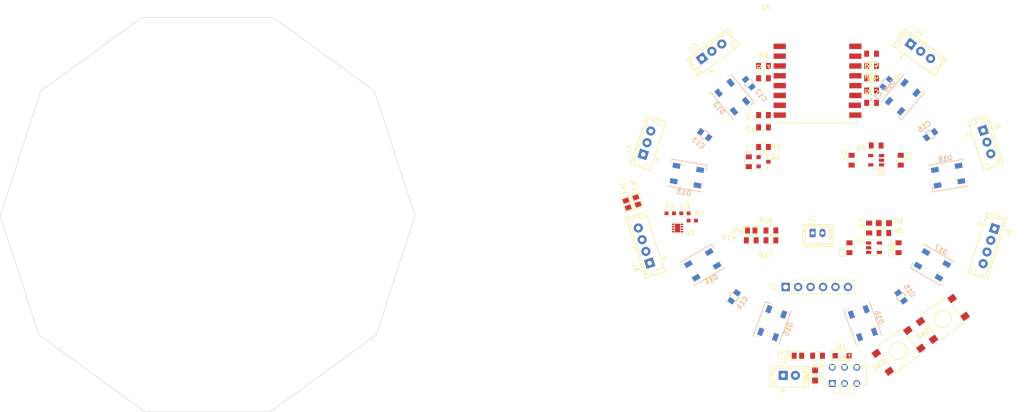
<source format=kicad_pcb>
(kicad_pcb (version 4) (host pcbnew 4.0.6)

  (general
    (links 174)
    (no_connects 174)
    (area -42.46912 -40.438001 42.087346 39.984871)
    (thickness 1.6)
    (drawings 24)
    (tracks 0)
    (zones 0)
    (modules 75)
    (nets 54)
  )

  (page USLetter)
  (layers
    (0 F.Cu signal)
    (31 B.Cu signal)
    (34 B.Paste user hide)
    (35 F.Paste user hide)
    (36 B.SilkS user)
    (37 F.SilkS user)
    (38 B.Mask user hide)
    (39 F.Mask user hide)
    (40 Dwgs.User user)
    (41 Cmts.User user hide)
    (44 Edge.Cuts user)
    (45 Margin user hide)
    (46 B.CrtYd user)
    (47 F.CrtYd user)
    (48 B.Fab user hide)
    (49 F.Fab user hide)
  )

  (setup
    (last_trace_width 0.2)
    (trace_clearance 0.2)
    (zone_clearance 0.508)
    (zone_45_only no)
    (trace_min 0.16)
    (segment_width 0.2)
    (edge_width 0.15)
    (via_size 0.6)
    (via_drill 0.4)
    (via_min_size 0.51)
    (via_min_drill 0.25)
    (uvia_size 0.6)
    (uvia_drill 0.4)
    (uvias_allowed no)
    (uvia_min_size 0)
    (uvia_min_drill 0)
    (pcb_text_width 0.3)
    (pcb_text_size 1.5 1.5)
    (mod_edge_width 0.15)
    (mod_text_size 1 1)
    (mod_text_width 0.15)
    (pad_size 1.524 1.524)
    (pad_drill 0.762)
    (pad_to_mask_clearance 0.2)
    (aux_axis_origin 0 0)
    (visible_elements FFFFEF7F)
    (pcbplotparams
      (layerselection 0x00030_80000001)
      (usegerberextensions false)
      (excludeedgelayer true)
      (linewidth 0.100000)
      (plotframeref false)
      (viasonmask false)
      (mode 1)
      (useauxorigin false)
      (hpglpennumber 1)
      (hpglpenspeed 20)
      (hpglpendiameter 15)
      (hpglpenoverlay 2)
      (psnegative false)
      (psa4output false)
      (plotreference true)
      (plotvalue true)
      (plotinvisibletext false)
      (padsonsilk false)
      (subtractmaskfromsilk false)
      (outputformat 1)
      (mirror false)
      (drillshape 1)
      (scaleselection 1)
      (outputdirectory ""))
  )

  (net 0 "")
  (net 1 /V_IN)
  (net 2 GND)
  (net 3 +3V3)
  (net 4 +BATT)
  (net 5 "Net-(C4-Pad1)")
  (net 6 /V_BATT)
  (net 7 "Net-(D1-Pad1)")
  (net 8 "Net-(D3-Pad2)")
  (net 9 "Net-(D4-Pad2)")
  (net 10 "Net-(D4-Pad4)")
  (net 11 "Net-(D5-Pad4)")
  (net 12 "Net-(D6-Pad4)")
  (net 13 "Net-(D7-Pad4)")
  (net 14 "Net-(D8-Pad4)")
  (net 15 "Net-(D10-Pad2)")
  (net 16 "Net-(D10-Pad4)")
  (net 17 "Net-(D11-Pad4)")
  (net 18 "Net-(D12-Pad4)")
  (net 19 "Net-(D13-Pad4)")
  (net 20 "Net-(D14-Pad4)")
  (net 21 "Net-(D15-Pad4)")
  (net 22 "Net-(D16-Pad4)")
  (net 23 "Net-(D17-Pad4)")
  (net 24 "Net-(D18-Pad4)")
  (net 25 /LED_OUT)
  (net 26 +5V)
  (net 27 "Net-(J3-Pad2)")
  (net 28 /TX)
  (net 29 "Net-(J3-Pad6)")
  (net 30 /RX)
  (net 31 /SENSOR)
  (net 32 /SERVO)
  (net 33 /MOS_OUT)
  (net 34 /M_OUT2)
  (net 35 /M_OUT1)
  (net 36 /SCL)
  (net 37 /SDA)
  (net 38 "Net-(JP4-Pad1)")
  (net 39 "Net-(Q1-Pad1)")
  (net 40 "Net-(R1-Pad2)")
  (net 41 /CTL_MOS)
  (net 42 "Net-(R3-Pad1)")
  (net 43 /EN)
  (net 44 "Net-(R6-Pad1)")
  (net 45 /BOOTLOAD)
  (net 46 "Net-(R9-Pad2)")
  (net 47 "Net-(R12-Pad1)")
  (net 48 /RST)
  (net 49 /A0)
  (net 50 "Net-(U2-Pad4)")
  (net 51 /CTL_DRV2)
  (net 52 /CTL_DRV1)
  (net 53 "Net-(D2-Pad1)")

  (net_class Default "This is the default net class."
    (clearance 0.2)
    (trace_width 0.2)
    (via_dia 0.6)
    (via_drill 0.4)
    (uvia_dia 0.6)
    (uvia_drill 0.4)
    (add_net /A0)
    (add_net /BOOTLOAD)
    (add_net /CTL_DRV1)
    (add_net /CTL_DRV2)
    (add_net /CTL_MOS)
    (add_net /EN)
    (add_net /LED_OUT)
    (add_net /RST)
    (add_net /RX)
    (add_net /SCL)
    (add_net /SDA)
    (add_net /SENSOR)
    (add_net /SERVO)
    (add_net /TX)
    (add_net "Net-(C4-Pad1)")
    (add_net "Net-(D1-Pad1)")
    (add_net "Net-(D10-Pad2)")
    (add_net "Net-(D10-Pad4)")
    (add_net "Net-(D11-Pad4)")
    (add_net "Net-(D12-Pad4)")
    (add_net "Net-(D13-Pad4)")
    (add_net "Net-(D14-Pad4)")
    (add_net "Net-(D15-Pad4)")
    (add_net "Net-(D16-Pad4)")
    (add_net "Net-(D17-Pad4)")
    (add_net "Net-(D18-Pad4)")
    (add_net "Net-(D2-Pad1)")
    (add_net "Net-(D3-Pad2)")
    (add_net "Net-(D4-Pad2)")
    (add_net "Net-(D4-Pad4)")
    (add_net "Net-(D5-Pad4)")
    (add_net "Net-(D6-Pad4)")
    (add_net "Net-(D7-Pad4)")
    (add_net "Net-(D8-Pad4)")
    (add_net "Net-(J3-Pad2)")
    (add_net "Net-(J3-Pad6)")
    (add_net "Net-(JP4-Pad1)")
    (add_net "Net-(Q1-Pad1)")
    (add_net "Net-(R1-Pad2)")
    (add_net "Net-(R12-Pad1)")
    (add_net "Net-(R3-Pad1)")
    (add_net "Net-(R6-Pad1)")
    (add_net "Net-(R9-Pad2)")
    (add_net "Net-(U2-Pad4)")
  )

  (net_class PWR ""
    (clearance 0.2)
    (trace_width 0.2)
    (via_dia 0.6)
    (via_drill 0.4)
    (uvia_dia 0.6)
    (uvia_drill 0.4)
    (add_net +3V3)
    (add_net +5V)
    (add_net +BATT)
    (add_net /MOS_OUT)
    (add_net /M_OUT1)
    (add_net /M_OUT2)
    (add_net /V_BATT)
    (add_net /V_IN)
    (add_net GND)
  )

  (module Capacitors_SMD:C_0805 (layer B.Cu) (tedit 5AAB1195) (tstamp 5AAB14CC)
    (at 14 -23.5 230)
    (descr "Capacitor SMD 0805, reflow soldering, AVX (see smccp.pdf)")
    (tags "capacitor 0805")
    (path /5A9F7DDD)
    (attr smd)
    (fp_text reference C17 (at 3.52208 -0.308142 230) (layer B.SilkS)
      (effects (font (size 1 1) (thickness 0.15)) (justify mirror))
    )
    (fp_text value 1.0uF (at 0 -2.1 230) (layer B.Fab)
      (effects (font (size 1 1) (thickness 0.15)) (justify mirror))
    )
    (fp_line (start -1 -0.625) (end -1 0.625) (layer B.Fab) (width 0.15))
    (fp_line (start 1 -0.625) (end -1 -0.625) (layer B.Fab) (width 0.15))
    (fp_line (start 1 0.625) (end 1 -0.625) (layer B.Fab) (width 0.15))
    (fp_line (start -1 0.625) (end 1 0.625) (layer B.Fab) (width 0.15))
    (fp_line (start -1.8 1) (end 1.8 1) (layer B.CrtYd) (width 0.05))
    (fp_line (start -1.8 -1) (end 1.8 -1) (layer B.CrtYd) (width 0.05))
    (fp_line (start -1.8 1) (end -1.8 -1) (layer B.CrtYd) (width 0.05))
    (fp_line (start 1.8 1) (end 1.8 -1) (layer B.CrtYd) (width 0.05))
    (fp_line (start 0.5 0.85) (end -0.5 0.85) (layer B.SilkS) (width 0.15))
    (fp_line (start -0.5 -0.85) (end 0.5 -0.85) (layer B.SilkS) (width 0.15))
    (pad 1 smd rect (at -1 0 230) (size 1 1.25) (layers B.Cu B.Paste B.Mask)
      (net 6 /V_BATT))
    (pad 2 smd rect (at 1 0 230) (size 1 1.25) (layers B.Cu B.Paste B.Mask)
      (net 2 GND))
    (model Capacitors_SMD.3dshapes/C_0805.wrl
      (at (xyz 0 0 0))
      (scale (xyz 1 1 1))
      (rotate (xyz 0 0 0))
    )
  )

  (module Connectors_JST:JST_EH_B03B-EH-A_03x2.50mm_Straight (layer F.Cu) (tedit 56EE9564) (tstamp 5AA9CCB8)
    (at -35.5 -9 72)
    (descr "JST EH series connector, B03B-EH-A, 2.50mm pitch, top entry")
    (tags "connector jst eh top vertical straight")
    (path /5AA3CD2A)
    (fp_text reference J7 (at 0 -3 72) (layer F.SilkS)
      (effects (font (size 1 1) (thickness 0.15)))
    )
    (fp_text value MOSFET (at -0.638181 3.186192 72) (layer F.Fab)
      (effects (font (size 1 1) (thickness 0.15)))
    )
    (fp_line (start -2.7 -1.8) (end -2.7 2.4) (layer F.SilkS) (width 0.15))
    (fp_line (start -2.7 2.4) (end 7.7 2.4) (layer F.SilkS) (width 0.15))
    (fp_line (start 7.7 2.4) (end 7.7 -1.8) (layer F.SilkS) (width 0.15))
    (fp_line (start 7.7 -1.8) (end -2.7 -1.8) (layer F.SilkS) (width 0.15))
    (fp_line (start -2.7 0) (end -2.2 0) (layer F.SilkS) (width 0.15))
    (fp_line (start -2.2 0) (end -2.2 -1.3) (layer F.SilkS) (width 0.15))
    (fp_line (start -2.2 -1.3) (end 7.2 -1.3) (layer F.SilkS) (width 0.15))
    (fp_line (start 7.2 -1.3) (end 7.2 0) (layer F.SilkS) (width 0.15))
    (fp_line (start 7.2 0) (end 7.7 0) (layer F.SilkS) (width 0.15))
    (fp_line (start -2.7 0.9) (end -1.7 0.9) (layer F.SilkS) (width 0.15))
    (fp_line (start -1.7 0.9) (end -1.7 2.4) (layer F.SilkS) (width 0.15))
    (fp_line (start 7.7 0.9) (end 6.7 0.9) (layer F.SilkS) (width 0.15))
    (fp_line (start 6.7 0.9) (end 6.7 2.4) (layer F.SilkS) (width 0.15))
    (fp_line (start 0 2.75) (end -0.3 3.35) (layer F.SilkS) (width 0.15))
    (fp_line (start -0.3 3.35) (end 0.3 3.35) (layer F.SilkS) (width 0.15))
    (fp_line (start 0.3 3.35) (end 0 2.75) (layer F.SilkS) (width 0.15))
    (fp_line (start -3.2 -2.3) (end -3.2 2.9) (layer F.CrtYd) (width 0.05))
    (fp_line (start -3.2 2.9) (end 8.2 2.9) (layer F.CrtYd) (width 0.05))
    (fp_line (start 8.2 2.9) (end 8.2 -2.3) (layer F.CrtYd) (width 0.05))
    (fp_line (start 8.2 -2.3) (end -3.2 -2.3) (layer F.CrtYd) (width 0.05))
    (pad 1 thru_hole rect (at 0 0 72) (size 1.85 1.85) (drill 0.9) (layers *.Cu *.Mask)
      (net 33 /MOS_OUT))
    (pad 2 thru_hole circle (at 2.5 0 72) (size 1.85 1.85) (drill 0.9) (layers *.Cu *.Mask)
      (net 1 /V_IN))
    (pad 3 thru_hole circle (at 5 0 72) (size 1.85 1.85) (drill 0.9) (layers *.Cu *.Mask)
      (net 2 GND))
    (model Connectors_JST.3dshapes/JST_EH_B03B-EH-A_03x2.50mm_Straight.wrl
      (at (xyz 0 0 0))
      (scale (xyz 1 1 1))
      (rotate (xyz 0 0 0))
    )
  )

  (module Capacitors_SMD:C_0805 (layer B.Cu) (tedit 5AA9C32E) (tstamp 5AA9EBE6)
    (at -23 -13 324)
    (descr "Capacitor SMD 0805, reflow soldering, AVX (see smccp.pdf)")
    (tags "capacitor 0805")
    (path /5A9F7E7B)
    (attr smd)
    (fp_text reference C13 (at 0 2.1 324) (layer B.SilkS)
      (effects (font (size 1 1) (thickness 0.15)) (justify mirror))
    )
    (fp_text value 1.0uF (at 0 -2.1 324) (layer B.Fab)
      (effects (font (size 1 1) (thickness 0.15)) (justify mirror))
    )
    (fp_line (start -1 -0.625) (end -1 0.625) (layer B.Fab) (width 0.15))
    (fp_line (start 1 -0.625) (end -1 -0.625) (layer B.Fab) (width 0.15))
    (fp_line (start 1 0.625) (end 1 -0.625) (layer B.Fab) (width 0.15))
    (fp_line (start -1 0.625) (end 1 0.625) (layer B.Fab) (width 0.15))
    (fp_line (start -1.8 1) (end 1.8 1) (layer B.CrtYd) (width 0.05))
    (fp_line (start -1.8 -1) (end 1.8 -1) (layer B.CrtYd) (width 0.05))
    (fp_line (start -1.8 1) (end -1.8 -1) (layer B.CrtYd) (width 0.05))
    (fp_line (start 1.8 1) (end 1.8 -1) (layer B.CrtYd) (width 0.05))
    (fp_line (start 0.5 0.85) (end -0.5 0.85) (layer B.SilkS) (width 0.15))
    (fp_line (start -0.5 -0.85) (end 0.5 -0.85) (layer B.SilkS) (width 0.15))
    (pad 1 smd rect (at -1 0 324) (size 1 1.25) (layers B.Cu B.Paste B.Mask)
      (net 6 /V_BATT))
    (pad 2 smd rect (at 1 0 324) (size 1 1.25) (layers B.Cu B.Paste B.Mask)
      (net 2 GND))
    (model Capacitors_SMD.3dshapes/C_0805.wrl
      (at (xyz 0 0 0))
      (scale (xyz 1 1 1))
      (rotate (xyz 0 0 0))
    )
  )

  (module Capacitors_SMD:C_0805 (layer B.Cu) (tedit 5AA9C35C) (tstamp 5AA9EBD7)
    (at -17 20 54)
    (descr "Capacitor SMD 0805, reflow soldering, AVX (see smccp.pdf)")
    (tags "capacitor 0805")
    (path /5A9F7F16)
    (attr smd)
    (fp_text reference C14 (at 0 2.1 54) (layer B.SilkS)
      (effects (font (size 1 1) (thickness 0.15)) (justify mirror))
    )
    (fp_text value 1.0uF (at 0 -2.1 54) (layer B.Fab)
      (effects (font (size 1 1) (thickness 0.15)) (justify mirror))
    )
    (fp_line (start -1 -0.625) (end -1 0.625) (layer B.Fab) (width 0.15))
    (fp_line (start 1 -0.625) (end -1 -0.625) (layer B.Fab) (width 0.15))
    (fp_line (start 1 0.625) (end 1 -0.625) (layer B.Fab) (width 0.15))
    (fp_line (start -1 0.625) (end 1 0.625) (layer B.Fab) (width 0.15))
    (fp_line (start -1.8 1) (end 1.8 1) (layer B.CrtYd) (width 0.05))
    (fp_line (start -1.8 -1) (end 1.8 -1) (layer B.CrtYd) (width 0.05))
    (fp_line (start -1.8 1) (end -1.8 -1) (layer B.CrtYd) (width 0.05))
    (fp_line (start 1.8 1) (end 1.8 -1) (layer B.CrtYd) (width 0.05))
    (fp_line (start 0.5 0.85) (end -0.5 0.85) (layer B.SilkS) (width 0.15))
    (fp_line (start -0.5 -0.85) (end 0.5 -0.85) (layer B.SilkS) (width 0.15))
    (pad 1 smd rect (at -1 0 54) (size 1 1.25) (layers B.Cu B.Paste B.Mask)
      (net 6 /V_BATT))
    (pad 2 smd rect (at 1 0 54) (size 1 1.25) (layers B.Cu B.Paste B.Mask)
      (net 2 GND))
    (model Capacitors_SMD.3dshapes/C_0805.wrl
      (at (xyz 0 0 0))
      (scale (xyz 1 1 1))
      (rotate (xyz 0 0 0))
    )
  )

  (module Capacitors_SMD:C_0805 (layer B.Cu) (tedit 5AA9C36C) (tstamp 5AA9EBC8)
    (at 17 20 126)
    (descr "Capacitor SMD 0805, reflow soldering, AVX (see smccp.pdf)")
    (tags "capacitor 0805")
    (path /5A9F7FB5)
    (attr smd)
    (fp_text reference C15 (at 0 2.1 126) (layer B.SilkS)
      (effects (font (size 1 1) (thickness 0.15)) (justify mirror))
    )
    (fp_text value 1.0uF (at 0 -2.1 126) (layer B.Fab)
      (effects (font (size 1 1) (thickness 0.15)) (justify mirror))
    )
    (fp_line (start -1 -0.625) (end -1 0.625) (layer B.Fab) (width 0.15))
    (fp_line (start 1 -0.625) (end -1 -0.625) (layer B.Fab) (width 0.15))
    (fp_line (start 1 0.625) (end 1 -0.625) (layer B.Fab) (width 0.15))
    (fp_line (start -1 0.625) (end 1 0.625) (layer B.Fab) (width 0.15))
    (fp_line (start -1.8 1) (end 1.8 1) (layer B.CrtYd) (width 0.05))
    (fp_line (start -1.8 -1) (end 1.8 -1) (layer B.CrtYd) (width 0.05))
    (fp_line (start -1.8 1) (end -1.8 -1) (layer B.CrtYd) (width 0.05))
    (fp_line (start 1.8 1) (end 1.8 -1) (layer B.CrtYd) (width 0.05))
    (fp_line (start 0.5 0.85) (end -0.5 0.85) (layer B.SilkS) (width 0.15))
    (fp_line (start -0.5 -0.85) (end 0.5 -0.85) (layer B.SilkS) (width 0.15))
    (pad 1 smd rect (at -1 0 126) (size 1 1.25) (layers B.Cu B.Paste B.Mask)
      (net 6 /V_BATT))
    (pad 2 smd rect (at 1 0 126) (size 1 1.25) (layers B.Cu B.Paste B.Mask)
      (net 2 GND))
    (model Capacitors_SMD.3dshapes/C_0805.wrl
      (at (xyz 0 0 0))
      (scale (xyz 1 1 1))
      (rotate (xyz 0 0 0))
    )
  )

  (module Capacitors_SMD:C_0805 (layer B.Cu) (tedit 5AA9C33C) (tstamp 5AA9EBB9)
    (at 23 -13 216)
    (descr "Capacitor SMD 0805, reflow soldering, AVX (see smccp.pdf)")
    (tags "capacitor 0805")
    (path /5A9F8059)
    (attr smd)
    (fp_text reference C16 (at 0 2.1 216) (layer B.SilkS)
      (effects (font (size 1 1) (thickness 0.15)) (justify mirror))
    )
    (fp_text value 1.0uF (at 0 -2.1 216) (layer B.Fab)
      (effects (font (size 1 1) (thickness 0.15)) (justify mirror))
    )
    (fp_line (start -1 -0.625) (end -1 0.625) (layer B.Fab) (width 0.15))
    (fp_line (start 1 -0.625) (end -1 -0.625) (layer B.Fab) (width 0.15))
    (fp_line (start 1 0.625) (end 1 -0.625) (layer B.Fab) (width 0.15))
    (fp_line (start -1 0.625) (end 1 0.625) (layer B.Fab) (width 0.15))
    (fp_line (start -1.8 1) (end 1.8 1) (layer B.CrtYd) (width 0.05))
    (fp_line (start -1.8 -1) (end 1.8 -1) (layer B.CrtYd) (width 0.05))
    (fp_line (start -1.8 1) (end -1.8 -1) (layer B.CrtYd) (width 0.05))
    (fp_line (start 1.8 1) (end 1.8 -1) (layer B.CrtYd) (width 0.05))
    (fp_line (start 0.5 0.85) (end -0.5 0.85) (layer B.SilkS) (width 0.15))
    (fp_line (start -0.5 -0.85) (end 0.5 -0.85) (layer B.SilkS) (width 0.15))
    (pad 1 smd rect (at -1 0 216) (size 1 1.25) (layers B.Cu B.Paste B.Mask)
      (net 6 /V_BATT))
    (pad 2 smd rect (at 1 0 216) (size 1 1.25) (layers B.Cu B.Paste B.Mask)
      (net 2 GND))
    (model Capacitors_SMD.3dshapes/C_0805.wrl
      (at (xyz 0 0 0))
      (scale (xyz 1 1 1))
      (rotate (xyz 0 0 0))
    )
  )

  (module TI_led:LED_SK6812_PLCC4_5.0x5.0mm_P3.2mm (layer B.Cu) (tedit 5AA9C2DA) (tstamp 5AA9EA11)
    (at 17.355265 -20.6832 230)
    (descr https://cdn-shop.adafruit.com/product-files/1138/SK6812+LED+datasheet+.pdf)
    (tags "LED RGB NeoPixel")
    (path /5A9F92E7)
    (attr smd)
    (fp_text reference D19 (at 0 3.5 230) (layer B.SilkS)
      (effects (font (size 1 1) (thickness 0.15)) (justify mirror))
    )
    (fp_text value SK6812-RGBW (at 0 -4 230) (layer B.Fab)
      (effects (font (size 1 1) (thickness 0.15)) (justify mirror))
    )
    (fp_text user %R (at 0 3.5 230) (layer B.Fab)
      (effects (font (size 1 1) (thickness 0.15)) (justify mirror))
    )
    (fp_line (start 3.45 2.75) (end -3.45 2.75) (layer B.CrtYd) (width 0.05))
    (fp_line (start 3.45 -2.75) (end 3.45 2.75) (layer B.CrtYd) (width 0.05))
    (fp_line (start -3.45 -2.75) (end 3.45 -2.75) (layer B.CrtYd) (width 0.05))
    (fp_line (start -3.45 2.75) (end -3.45 -2.75) (layer B.CrtYd) (width 0.05))
    (fp_line (start 2.5 -1.5) (end 1.5 -2.5) (layer B.Fab) (width 0.1))
    (fp_line (start -2.5 2.5) (end -2.5 -2.5) (layer B.Fab) (width 0.1))
    (fp_line (start -2.5 -2.5) (end 2.5 -2.5) (layer B.Fab) (width 0.1))
    (fp_line (start 2.5 -2.5) (end 2.5 2.5) (layer B.Fab) (width 0.1))
    (fp_line (start 2.5 2.5) (end -2.5 2.5) (layer B.Fab) (width 0.1))
    (fp_line (start -3.65 2.75) (end 3.65 2.75) (layer B.SilkS) (width 0.12))
    (fp_line (start -3.65 -2.75) (end 3.65 -2.75) (layer B.SilkS) (width 0.12))
    (fp_line (start 3.65 -2.75) (end 3.65 -1.6) (layer B.SilkS) (width 0.12))
    (fp_circle (center 0 0) (end 0 2) (layer B.Fab) (width 0.1))
    (pad 1 smd rect (at 2.45 -1.6 230) (size 1.5 1) (layers B.Cu B.Paste B.Mask)
      (net 2 GND))
    (pad 2 smd rect (at 2.45 1.6 230) (size 1.5 1) (layers B.Cu B.Paste B.Mask)
      (net 24 "Net-(D18-Pad4)"))
    (pad 4 smd rect (at -2.45 -1.6 230) (size 1.5 1) (layers B.Cu B.Paste B.Mask)
      (net 25 /LED_OUT))
    (pad 3 smd rect (at -2.45 1.6 230) (size 1.5 1) (layers B.Cu B.Paste B.Mask)
      (net 6 /V_BATT))
    (model ${KISYS3DMOD}/LED_SMD.3dshapes/LED_SK6812_PLCC4_5.0x5.0mm_P3.2mm.wrl
      (at (xyz 0 0 0))
      (scale (xyz 1 1 1))
      (rotate (xyz 0 0 0))
    )
  )

  (module TI_led:LED_SK6812_PLCC4_5.0x5.0mm_P3.2mm (layer B.Cu) (tedit 5AA9C2D6) (tstamp 5AA9E9FC)
    (at 26.589809 -4.688501 190)
    (descr https://cdn-shop.adafruit.com/product-files/1138/SK6812+LED+datasheet+.pdf)
    (tags "LED RGB NeoPixel")
    (path /5A9F92E1)
    (attr smd)
    (fp_text reference D18 (at 0 3.5 190) (layer B.SilkS)
      (effects (font (size 1 1) (thickness 0.15)) (justify mirror))
    )
    (fp_text value SK6812-RGBW (at 0 -4 190) (layer B.Fab)
      (effects (font (size 1 1) (thickness 0.15)) (justify mirror))
    )
    (fp_text user %R (at 0 3.5 190) (layer B.Fab)
      (effects (font (size 1 1) (thickness 0.15)) (justify mirror))
    )
    (fp_line (start 3.45 2.75) (end -3.45 2.75) (layer B.CrtYd) (width 0.05))
    (fp_line (start 3.45 -2.75) (end 3.45 2.75) (layer B.CrtYd) (width 0.05))
    (fp_line (start -3.45 -2.75) (end 3.45 -2.75) (layer B.CrtYd) (width 0.05))
    (fp_line (start -3.45 2.75) (end -3.45 -2.75) (layer B.CrtYd) (width 0.05))
    (fp_line (start 2.5 -1.5) (end 1.5 -2.5) (layer B.Fab) (width 0.1))
    (fp_line (start -2.5 2.5) (end -2.5 -2.5) (layer B.Fab) (width 0.1))
    (fp_line (start -2.5 -2.5) (end 2.5 -2.5) (layer B.Fab) (width 0.1))
    (fp_line (start 2.5 -2.5) (end 2.5 2.5) (layer B.Fab) (width 0.1))
    (fp_line (start 2.5 2.5) (end -2.5 2.5) (layer B.Fab) (width 0.1))
    (fp_line (start -3.65 2.75) (end 3.65 2.75) (layer B.SilkS) (width 0.12))
    (fp_line (start -3.65 -2.75) (end 3.65 -2.75) (layer B.SilkS) (width 0.12))
    (fp_line (start 3.65 -2.75) (end 3.65 -1.6) (layer B.SilkS) (width 0.12))
    (fp_circle (center 0 0) (end 0 2) (layer B.Fab) (width 0.1))
    (pad 1 smd rect (at 2.45 -1.6 190) (size 1.5 1) (layers B.Cu B.Paste B.Mask)
      (net 2 GND))
    (pad 2 smd rect (at 2.45 1.6 190) (size 1.5 1) (layers B.Cu B.Paste B.Mask)
      (net 23 "Net-(D17-Pad4)"))
    (pad 4 smd rect (at -2.45 -1.6 190) (size 1.5 1) (layers B.Cu B.Paste B.Mask)
      (net 24 "Net-(D18-Pad4)"))
    (pad 3 smd rect (at -2.45 1.6 190) (size 1.5 1) (layers B.Cu B.Paste B.Mask)
      (net 6 /V_BATT))
    (model ${KISYS3DMOD}/LED_SMD.3dshapes/LED_SK6812_PLCC4_5.0x5.0mm_P3.2mm.wrl
      (at (xyz 0 0 0))
      (scale (xyz 1 1 1))
      (rotate (xyz 0 0 0))
    )
  )

  (module TI_led:LED_SK6812_PLCC4_5.0x5.0mm_P3.2mm (layer B.Cu) (tedit 5AA9C2D2) (tstamp 5AA9E9E7)
    (at 23.382686 13.5 150)
    (descr https://cdn-shop.adafruit.com/product-files/1138/SK6812+LED+datasheet+.pdf)
    (tags "LED RGB NeoPixel")
    (path /5A9F92DB)
    (attr smd)
    (fp_text reference D17 (at 0 3.5 150) (layer B.SilkS)
      (effects (font (size 1 1) (thickness 0.15)) (justify mirror))
    )
    (fp_text value SK6812-RGBW (at 0 -4 150) (layer B.Fab)
      (effects (font (size 1 1) (thickness 0.15)) (justify mirror))
    )
    (fp_text user %R (at 0 3.5 150) (layer B.Fab)
      (effects (font (size 1 1) (thickness 0.15)) (justify mirror))
    )
    (fp_line (start 3.45 2.75) (end -3.45 2.75) (layer B.CrtYd) (width 0.05))
    (fp_line (start 3.45 -2.75) (end 3.45 2.75) (layer B.CrtYd) (width 0.05))
    (fp_line (start -3.45 -2.75) (end 3.45 -2.75) (layer B.CrtYd) (width 0.05))
    (fp_line (start -3.45 2.75) (end -3.45 -2.75) (layer B.CrtYd) (width 0.05))
    (fp_line (start 2.5 -1.5) (end 1.5 -2.5) (layer B.Fab) (width 0.1))
    (fp_line (start -2.5 2.5) (end -2.5 -2.5) (layer B.Fab) (width 0.1))
    (fp_line (start -2.5 -2.5) (end 2.5 -2.5) (layer B.Fab) (width 0.1))
    (fp_line (start 2.5 -2.5) (end 2.5 2.5) (layer B.Fab) (width 0.1))
    (fp_line (start 2.5 2.5) (end -2.5 2.5) (layer B.Fab) (width 0.1))
    (fp_line (start -3.65 2.75) (end 3.65 2.75) (layer B.SilkS) (width 0.12))
    (fp_line (start -3.65 -2.75) (end 3.65 -2.75) (layer B.SilkS) (width 0.12))
    (fp_line (start 3.65 -2.75) (end 3.65 -1.6) (layer B.SilkS) (width 0.12))
    (fp_circle (center 0 0) (end 0 2) (layer B.Fab) (width 0.1))
    (pad 1 smd rect (at 2.45 -1.6 150) (size 1.5 1) (layers B.Cu B.Paste B.Mask)
      (net 2 GND))
    (pad 2 smd rect (at 2.45 1.6 150) (size 1.5 1) (layers B.Cu B.Paste B.Mask)
      (net 22 "Net-(D16-Pad4)"))
    (pad 4 smd rect (at -2.45 -1.6 150) (size 1.5 1) (layers B.Cu B.Paste B.Mask)
      (net 23 "Net-(D17-Pad4)"))
    (pad 3 smd rect (at -2.45 1.6 150) (size 1.5 1) (layers B.Cu B.Paste B.Mask)
      (net 6 /V_BATT))
    (model ${KISYS3DMOD}/LED_SMD.3dshapes/LED_SK6812_PLCC4_5.0x5.0mm_P3.2mm.wrl
      (at (xyz 0 0 0))
      (scale (xyz 1 1 1))
      (rotate (xyz 0 0 0))
    )
  )

  (module TI_led:LED_SK6812_PLCC4_5.0x5.0mm_P3.2mm (layer B.Cu) (tedit 5AA9C2CF) (tstamp 5AA9E9D2)
    (at 9.234544 25.371701 110)
    (descr https://cdn-shop.adafruit.com/product-files/1138/SK6812+LED+datasheet+.pdf)
    (tags "LED RGB NeoPixel")
    (path /5A9F92D5)
    (attr smd)
    (fp_text reference D16 (at 0 3.5 110) (layer B.SilkS)
      (effects (font (size 1 1) (thickness 0.15)) (justify mirror))
    )
    (fp_text value SK6812-RGBW (at 0 -4 110) (layer B.Fab)
      (effects (font (size 1 1) (thickness 0.15)) (justify mirror))
    )
    (fp_text user %R (at 0 3.5 110) (layer B.Fab)
      (effects (font (size 1 1) (thickness 0.15)) (justify mirror))
    )
    (fp_line (start 3.45 2.75) (end -3.45 2.75) (layer B.CrtYd) (width 0.05))
    (fp_line (start 3.45 -2.75) (end 3.45 2.75) (layer B.CrtYd) (width 0.05))
    (fp_line (start -3.45 -2.75) (end 3.45 -2.75) (layer B.CrtYd) (width 0.05))
    (fp_line (start -3.45 2.75) (end -3.45 -2.75) (layer B.CrtYd) (width 0.05))
    (fp_line (start 2.5 -1.5) (end 1.5 -2.5) (layer B.Fab) (width 0.1))
    (fp_line (start -2.5 2.5) (end -2.5 -2.5) (layer B.Fab) (width 0.1))
    (fp_line (start -2.5 -2.5) (end 2.5 -2.5) (layer B.Fab) (width 0.1))
    (fp_line (start 2.5 -2.5) (end 2.5 2.5) (layer B.Fab) (width 0.1))
    (fp_line (start 2.5 2.5) (end -2.5 2.5) (layer B.Fab) (width 0.1))
    (fp_line (start -3.65 2.75) (end 3.65 2.75) (layer B.SilkS) (width 0.12))
    (fp_line (start -3.65 -2.75) (end 3.65 -2.75) (layer B.SilkS) (width 0.12))
    (fp_line (start 3.65 -2.75) (end 3.65 -1.6) (layer B.SilkS) (width 0.12))
    (fp_circle (center 0 0) (end 0 2) (layer B.Fab) (width 0.1))
    (pad 1 smd rect (at 2.45 -1.6 110) (size 1.5 1) (layers B.Cu B.Paste B.Mask)
      (net 2 GND))
    (pad 2 smd rect (at 2.45 1.6 110) (size 1.5 1) (layers B.Cu B.Paste B.Mask)
      (net 21 "Net-(D15-Pad4)"))
    (pad 4 smd rect (at -2.45 -1.6 110) (size 1.5 1) (layers B.Cu B.Paste B.Mask)
      (net 22 "Net-(D16-Pad4)"))
    (pad 3 smd rect (at -2.45 1.6 110) (size 1.5 1) (layers B.Cu B.Paste B.Mask)
      (net 6 /V_BATT))
    (model ${KISYS3DMOD}/LED_SMD.3dshapes/LED_SK6812_PLCC4_5.0x5.0mm_P3.2mm.wrl
      (at (xyz 0 0 0))
      (scale (xyz 1 1 1))
      (rotate (xyz 0 0 0))
    )
  )

  (module TI_led:LED_SK6812_PLCC4_5.0x5.0mm_P3.2mm (layer B.Cu) (tedit 5AA9C2CB) (tstamp 5AA9E9BD)
    (at -9.234544 25.371701 70)
    (descr https://cdn-shop.adafruit.com/product-files/1138/SK6812+LED+datasheet+.pdf)
    (tags "LED RGB NeoPixel")
    (path /5A9F92CF)
    (attr smd)
    (fp_text reference D15 (at 0 3.5 70) (layer B.SilkS)
      (effects (font (size 1 1) (thickness 0.15)) (justify mirror))
    )
    (fp_text value SK6812-RGBW (at 0 -4 70) (layer B.Fab)
      (effects (font (size 1 1) (thickness 0.15)) (justify mirror))
    )
    (fp_text user %R (at 0 3.5 70) (layer B.Fab)
      (effects (font (size 1 1) (thickness 0.15)) (justify mirror))
    )
    (fp_line (start 3.45 2.75) (end -3.45 2.75) (layer B.CrtYd) (width 0.05))
    (fp_line (start 3.45 -2.75) (end 3.45 2.75) (layer B.CrtYd) (width 0.05))
    (fp_line (start -3.45 -2.75) (end 3.45 -2.75) (layer B.CrtYd) (width 0.05))
    (fp_line (start -3.45 2.75) (end -3.45 -2.75) (layer B.CrtYd) (width 0.05))
    (fp_line (start 2.5 -1.5) (end 1.5 -2.5) (layer B.Fab) (width 0.1))
    (fp_line (start -2.5 2.5) (end -2.5 -2.5) (layer B.Fab) (width 0.1))
    (fp_line (start -2.5 -2.5) (end 2.5 -2.5) (layer B.Fab) (width 0.1))
    (fp_line (start 2.5 -2.5) (end 2.5 2.5) (layer B.Fab) (width 0.1))
    (fp_line (start 2.5 2.5) (end -2.5 2.5) (layer B.Fab) (width 0.1))
    (fp_line (start -3.65 2.75) (end 3.65 2.75) (layer B.SilkS) (width 0.12))
    (fp_line (start -3.65 -2.75) (end 3.65 -2.75) (layer B.SilkS) (width 0.12))
    (fp_line (start 3.65 -2.75) (end 3.65 -1.6) (layer B.SilkS) (width 0.12))
    (fp_circle (center 0 0) (end 0 2) (layer B.Fab) (width 0.1))
    (pad 1 smd rect (at 2.45 -1.6 70) (size 1.5 1) (layers B.Cu B.Paste B.Mask)
      (net 2 GND))
    (pad 2 smd rect (at 2.45 1.6 70) (size 1.5 1) (layers B.Cu B.Paste B.Mask)
      (net 20 "Net-(D14-Pad4)"))
    (pad 4 smd rect (at -2.45 -1.6 70) (size 1.5 1) (layers B.Cu B.Paste B.Mask)
      (net 21 "Net-(D15-Pad4)"))
    (pad 3 smd rect (at -2.45 1.6 70) (size 1.5 1) (layers B.Cu B.Paste B.Mask)
      (net 6 /V_BATT))
    (model ${KISYS3DMOD}/LED_SMD.3dshapes/LED_SK6812_PLCC4_5.0x5.0mm_P3.2mm.wrl
      (at (xyz 0 0 0))
      (scale (xyz 1 1 1))
      (rotate (xyz 0 0 0))
    )
  )

  (module TI_led:LED_SK6812_PLCC4_5.0x5.0mm_P3.2mm (layer B.Cu) (tedit 5AA9C2C8) (tstamp 5AA9E9A8)
    (at -23.382686 13.5 30)
    (descr https://cdn-shop.adafruit.com/product-files/1138/SK6812+LED+datasheet+.pdf)
    (tags "LED RGB NeoPixel")
    (path /5A9F92C9)
    (attr smd)
    (fp_text reference D14 (at 0 3.5 30) (layer B.SilkS)
      (effects (font (size 1 1) (thickness 0.15)) (justify mirror))
    )
    (fp_text value SK6812-RGBW (at 0 -4 30) (layer B.Fab)
      (effects (font (size 1 1) (thickness 0.15)) (justify mirror))
    )
    (fp_text user %R (at 0 3.5 30) (layer B.Fab)
      (effects (font (size 1 1) (thickness 0.15)) (justify mirror))
    )
    (fp_line (start 3.45 2.75) (end -3.45 2.75) (layer B.CrtYd) (width 0.05))
    (fp_line (start 3.45 -2.75) (end 3.45 2.75) (layer B.CrtYd) (width 0.05))
    (fp_line (start -3.45 -2.75) (end 3.45 -2.75) (layer B.CrtYd) (width 0.05))
    (fp_line (start -3.45 2.75) (end -3.45 -2.75) (layer B.CrtYd) (width 0.05))
    (fp_line (start 2.5 -1.5) (end 1.5 -2.5) (layer B.Fab) (width 0.1))
    (fp_line (start -2.5 2.5) (end -2.5 -2.5) (layer B.Fab) (width 0.1))
    (fp_line (start -2.5 -2.5) (end 2.5 -2.5) (layer B.Fab) (width 0.1))
    (fp_line (start 2.5 -2.5) (end 2.5 2.5) (layer B.Fab) (width 0.1))
    (fp_line (start 2.5 2.5) (end -2.5 2.5) (layer B.Fab) (width 0.1))
    (fp_line (start -3.65 2.75) (end 3.65 2.75) (layer B.SilkS) (width 0.12))
    (fp_line (start -3.65 -2.75) (end 3.65 -2.75) (layer B.SilkS) (width 0.12))
    (fp_line (start 3.65 -2.75) (end 3.65 -1.6) (layer B.SilkS) (width 0.12))
    (fp_circle (center 0 0) (end 0 2) (layer B.Fab) (width 0.1))
    (pad 1 smd rect (at 2.45 -1.6 30) (size 1.5 1) (layers B.Cu B.Paste B.Mask)
      (net 2 GND))
    (pad 2 smd rect (at 2.45 1.6 30) (size 1.5 1) (layers B.Cu B.Paste B.Mask)
      (net 19 "Net-(D13-Pad4)"))
    (pad 4 smd rect (at -2.45 -1.6 30) (size 1.5 1) (layers B.Cu B.Paste B.Mask)
      (net 20 "Net-(D14-Pad4)"))
    (pad 3 smd rect (at -2.45 1.6 30) (size 1.5 1) (layers B.Cu B.Paste B.Mask)
      (net 6 /V_BATT))
    (model ${KISYS3DMOD}/LED_SMD.3dshapes/LED_SK6812_PLCC4_5.0x5.0mm_P3.2mm.wrl
      (at (xyz 0 0 0))
      (scale (xyz 1 1 1))
      (rotate (xyz 0 0 0))
    )
  )

  (module TI_led:LED_SK6812_PLCC4_5.0x5.0mm_P3.2mm (layer B.Cu) (tedit 5AA9C2C4) (tstamp 5AA9E993)
    (at -26.589809 -4.688501 350)
    (descr https://cdn-shop.adafruit.com/product-files/1138/SK6812+LED+datasheet+.pdf)
    (tags "LED RGB NeoPixel")
    (path /5A9F92C3)
    (attr smd)
    (fp_text reference D13 (at 0 3.5 350) (layer B.SilkS)
      (effects (font (size 1 1) (thickness 0.15)) (justify mirror))
    )
    (fp_text value SK6812-RGBW (at 0 -4 350) (layer B.Fab)
      (effects (font (size 1 1) (thickness 0.15)) (justify mirror))
    )
    (fp_text user %R (at 0 3.5 350) (layer B.Fab)
      (effects (font (size 1 1) (thickness 0.15)) (justify mirror))
    )
    (fp_line (start 3.45 2.75) (end -3.45 2.75) (layer B.CrtYd) (width 0.05))
    (fp_line (start 3.45 -2.75) (end 3.45 2.75) (layer B.CrtYd) (width 0.05))
    (fp_line (start -3.45 -2.75) (end 3.45 -2.75) (layer B.CrtYd) (width 0.05))
    (fp_line (start -3.45 2.75) (end -3.45 -2.75) (layer B.CrtYd) (width 0.05))
    (fp_line (start 2.5 -1.5) (end 1.5 -2.5) (layer B.Fab) (width 0.1))
    (fp_line (start -2.5 2.5) (end -2.5 -2.5) (layer B.Fab) (width 0.1))
    (fp_line (start -2.5 -2.5) (end 2.5 -2.5) (layer B.Fab) (width 0.1))
    (fp_line (start 2.5 -2.5) (end 2.5 2.5) (layer B.Fab) (width 0.1))
    (fp_line (start 2.5 2.5) (end -2.5 2.5) (layer B.Fab) (width 0.1))
    (fp_line (start -3.65 2.75) (end 3.65 2.75) (layer B.SilkS) (width 0.12))
    (fp_line (start -3.65 -2.75) (end 3.65 -2.75) (layer B.SilkS) (width 0.12))
    (fp_line (start 3.65 -2.75) (end 3.65 -1.6) (layer B.SilkS) (width 0.12))
    (fp_circle (center 0 0) (end 0 2) (layer B.Fab) (width 0.1))
    (pad 1 smd rect (at 2.45 -1.6 350) (size 1.5 1) (layers B.Cu B.Paste B.Mask)
      (net 2 GND))
    (pad 2 smd rect (at 2.45 1.6 350) (size 1.5 1) (layers B.Cu B.Paste B.Mask)
      (net 18 "Net-(D12-Pad4)"))
    (pad 4 smd rect (at -2.45 -1.6 350) (size 1.5 1) (layers B.Cu B.Paste B.Mask)
      (net 19 "Net-(D13-Pad4)"))
    (pad 3 smd rect (at -2.45 1.6 350) (size 1.5 1) (layers B.Cu B.Paste B.Mask)
      (net 6 /V_BATT))
    (model ${KISYS3DMOD}/LED_SMD.3dshapes/LED_SK6812_PLCC4_5.0x5.0mm_P3.2mm.wrl
      (at (xyz 0 0 0))
      (scale (xyz 1 1 1))
      (rotate (xyz 0 0 0))
    )
  )

  (module TI_led:LED_SK6812_PLCC4_5.0x5.0mm_P3.2mm (layer B.Cu) (tedit 5AA9C2BE) (tstamp 5AA9E97E)
    (at -17.355265 -20.6832 310)
    (descr https://cdn-shop.adafruit.com/product-files/1138/SK6812+LED+datasheet+.pdf)
    (tags "LED RGB NeoPixel")
    (path /5A9F92BD)
    (attr smd)
    (fp_text reference D12 (at 0 3.5 310) (layer B.SilkS)
      (effects (font (size 1 1) (thickness 0.15)) (justify mirror))
    )
    (fp_text value SK6812-RGBW (at 0 -4 310) (layer B.Fab)
      (effects (font (size 1 1) (thickness 0.15)) (justify mirror))
    )
    (fp_text user %R (at 0 3.5 310) (layer B.Fab)
      (effects (font (size 1 1) (thickness 0.15)) (justify mirror))
    )
    (fp_line (start 3.45 2.75) (end -3.45 2.75) (layer B.CrtYd) (width 0.05))
    (fp_line (start 3.45 -2.75) (end 3.45 2.75) (layer B.CrtYd) (width 0.05))
    (fp_line (start -3.45 -2.75) (end 3.45 -2.75) (layer B.CrtYd) (width 0.05))
    (fp_line (start -3.45 2.75) (end -3.45 -2.75) (layer B.CrtYd) (width 0.05))
    (fp_line (start 2.5 -1.5) (end 1.5 -2.5) (layer B.Fab) (width 0.1))
    (fp_line (start -2.5 2.5) (end -2.5 -2.5) (layer B.Fab) (width 0.1))
    (fp_line (start -2.5 -2.5) (end 2.5 -2.5) (layer B.Fab) (width 0.1))
    (fp_line (start 2.5 -2.5) (end 2.5 2.5) (layer B.Fab) (width 0.1))
    (fp_line (start 2.5 2.5) (end -2.5 2.5) (layer B.Fab) (width 0.1))
    (fp_line (start -3.65 2.75) (end 3.65 2.75) (layer B.SilkS) (width 0.12))
    (fp_line (start -3.65 -2.75) (end 3.65 -2.75) (layer B.SilkS) (width 0.12))
    (fp_line (start 3.65 -2.75) (end 3.65 -1.6) (layer B.SilkS) (width 0.12))
    (fp_circle (center 0 0) (end 0 2) (layer B.Fab) (width 0.1))
    (pad 1 smd rect (at 2.45 -1.6 310) (size 1.5 1) (layers B.Cu B.Paste B.Mask)
      (net 2 GND))
    (pad 2 smd rect (at 2.45 1.6 310) (size 1.5 1) (layers B.Cu B.Paste B.Mask)
      (net 17 "Net-(D11-Pad4)"))
    (pad 4 smd rect (at -2.45 -1.6 310) (size 1.5 1) (layers B.Cu B.Paste B.Mask)
      (net 18 "Net-(D12-Pad4)"))
    (pad 3 smd rect (at -2.45 1.6 310) (size 1.5 1) (layers B.Cu B.Paste B.Mask)
      (net 6 /V_BATT))
    (model ${KISYS3DMOD}/LED_SMD.3dshapes/LED_SK6812_PLCC4_5.0x5.0mm_P3.2mm.wrl
      (at (xyz 0 0 0))
      (scale (xyz 1 1 1))
      (rotate (xyz 0 0 0))
    )
  )

  (module TI_led:LED_SK6812_PLCC4_5.0x5.0mm_P3.2mm (layer F.Cu) (tedit 5A764C10) (tstamp 5AA9D92D)
    (at 17.355265 -20.6832 50)
    (descr https://cdn-shop.adafruit.com/product-files/1138/SK6812+LED+datasheet+.pdf)
    (tags "LED RGB NeoPixel")
    (path /5A9F7621)
    (attr smd)
    (fp_text reference D4 (at 2.757107 -3.429957 50) (layer F.SilkS)
      (effects (font (size 1 1) (thickness 0.15)))
    )
    (fp_text value SK6812-RGBW (at 0 4 50) (layer F.Fab)
      (effects (font (size 1 1) (thickness 0.15)))
    )
    (fp_text user %R (at 0 -3.5 50) (layer F.Fab)
      (effects (font (size 1 1) (thickness 0.15)))
    )
    (fp_line (start 3.45 -2.75) (end -3.45 -2.75) (layer F.CrtYd) (width 0.05))
    (fp_line (start 3.45 2.75) (end 3.45 -2.75) (layer F.CrtYd) (width 0.05))
    (fp_line (start -3.45 2.75) (end 3.45 2.75) (layer F.CrtYd) (width 0.05))
    (fp_line (start -3.45 -2.75) (end -3.45 2.75) (layer F.CrtYd) (width 0.05))
    (fp_line (start 2.5 1.5) (end 1.5 2.5) (layer F.Fab) (width 0.1))
    (fp_line (start -2.5 -2.5) (end -2.5 2.5) (layer F.Fab) (width 0.1))
    (fp_line (start -2.5 2.5) (end 2.5 2.5) (layer F.Fab) (width 0.1))
    (fp_line (start 2.5 2.5) (end 2.5 -2.5) (layer F.Fab) (width 0.1))
    (fp_line (start 2.5 -2.5) (end -2.5 -2.5) (layer F.Fab) (width 0.1))
    (fp_line (start -3.65 -2.75) (end 3.65 -2.75) (layer F.SilkS) (width 0.12))
    (fp_line (start -3.65 2.75) (end 3.65 2.75) (layer F.SilkS) (width 0.12))
    (fp_line (start 3.65 2.75) (end 3.65 1.6) (layer F.SilkS) (width 0.12))
    (fp_circle (center 0 0) (end 0 -2) (layer F.Fab) (width 0.1))
    (pad 1 smd rect (at 2.45 1.6 50) (size 1.5 1) (layers F.Cu F.Paste F.Mask)
      (net 2 GND))
    (pad 2 smd rect (at 2.45 -1.6 50) (size 1.5 1) (layers F.Cu F.Paste F.Mask)
      (net 9 "Net-(D4-Pad2)"))
    (pad 4 smd rect (at -2.45 1.6 50) (size 1.5 1) (layers F.Cu F.Paste F.Mask)
      (net 10 "Net-(D4-Pad4)"))
    (pad 3 smd rect (at -2.45 -1.6 50) (size 1.5 1) (layers F.Cu F.Paste F.Mask)
      (net 6 /V_BATT))
    (model ${KISYS3DMOD}/LED_SMD.3dshapes/LED_SK6812_PLCC4_5.0x5.0mm_P3.2mm.wrl
      (at (xyz 0 0 0))
      (scale (xyz 1 1 1))
      (rotate (xyz 0 0 0))
    )
  )

  (module TI_led:LED_SK6812_PLCC4_5.0x5.0mm_P3.2mm (layer F.Cu) (tedit 5AA9BEA5) (tstamp 5AA9D918)
    (at 26.589809 -4.688501 10)
    (descr https://cdn-shop.adafruit.com/product-files/1138/SK6812+LED+datasheet+.pdf)
    (tags "LED RGB NeoPixel")
    (path /5A9F807D)
    (attr smd)
    (fp_text reference D5 (at 0 -3.5 10) (layer F.SilkS)
      (effects (font (size 1 1) (thickness 0.15)))
    )
    (fp_text value SK6812-RGBW (at 0 4 10) (layer F.Fab)
      (effects (font (size 1 1) (thickness 0.15)))
    )
    (fp_text user %R (at 0 -3.5 10) (layer F.Fab)
      (effects (font (size 1 1) (thickness 0.15)))
    )
    (fp_line (start 3.45 -2.75) (end -3.45 -2.75) (layer F.CrtYd) (width 0.05))
    (fp_line (start 3.45 2.75) (end 3.45 -2.75) (layer F.CrtYd) (width 0.05))
    (fp_line (start -3.45 2.75) (end 3.45 2.75) (layer F.CrtYd) (width 0.05))
    (fp_line (start -3.45 -2.75) (end -3.45 2.75) (layer F.CrtYd) (width 0.05))
    (fp_line (start 2.5 1.5) (end 1.5 2.5) (layer F.Fab) (width 0.1))
    (fp_line (start -2.5 -2.5) (end -2.5 2.5) (layer F.Fab) (width 0.1))
    (fp_line (start -2.5 2.5) (end 2.5 2.5) (layer F.Fab) (width 0.1))
    (fp_line (start 2.5 2.5) (end 2.5 -2.5) (layer F.Fab) (width 0.1))
    (fp_line (start 2.5 -2.5) (end -2.5 -2.5) (layer F.Fab) (width 0.1))
    (fp_line (start -3.65 -2.75) (end 3.65 -2.75) (layer F.SilkS) (width 0.12))
    (fp_line (start -3.65 2.75) (end 3.65 2.75) (layer F.SilkS) (width 0.12))
    (fp_line (start 3.65 2.75) (end 3.65 1.6) (layer F.SilkS) (width 0.12))
    (fp_circle (center 0 0) (end 0 -2) (layer F.Fab) (width 0.1))
    (pad 1 smd rect (at 2.45 1.6 10) (size 1.5 1) (layers F.Cu F.Paste F.Mask)
      (net 2 GND))
    (pad 2 smd rect (at 2.45 -1.6 10) (size 1.5 1) (layers F.Cu F.Paste F.Mask)
      (net 10 "Net-(D4-Pad4)"))
    (pad 4 smd rect (at -2.45 1.6 10) (size 1.5 1) (layers F.Cu F.Paste F.Mask)
      (net 11 "Net-(D5-Pad4)"))
    (pad 3 smd rect (at -2.45 -1.6 10) (size 1.5 1) (layers F.Cu F.Paste F.Mask)
      (net 6 /V_BATT))
    (model ${KISYS3DMOD}/LED_SMD.3dshapes/LED_SK6812_PLCC4_5.0x5.0mm_P3.2mm.wrl
      (at (xyz 0 0 0))
      (scale (xyz 1 1 1))
      (rotate (xyz 0 0 0))
    )
  )

  (module TI_led:LED_SK6812_PLCC4_5.0x5.0mm_P3.2mm (layer F.Cu) (tedit 5AA9BEAB) (tstamp 5AA9D903)
    (at 23.382686 13.5 330)
    (descr https://cdn-shop.adafruit.com/product-files/1138/SK6812+LED+datasheet+.pdf)
    (tags "LED RGB NeoPixel")
    (path /5A9F82DC)
    (attr smd)
    (fp_text reference D6 (at 0 -3.5 330) (layer F.SilkS)
      (effects (font (size 1 1) (thickness 0.15)))
    )
    (fp_text value SK6812-RGBW (at 0 4 330) (layer F.Fab)
      (effects (font (size 1 1) (thickness 0.15)))
    )
    (fp_text user %R (at 0 -3.5 330) (layer F.Fab)
      (effects (font (size 1 1) (thickness 0.15)))
    )
    (fp_line (start 3.45 -2.75) (end -3.45 -2.75) (layer F.CrtYd) (width 0.05))
    (fp_line (start 3.45 2.75) (end 3.45 -2.75) (layer F.CrtYd) (width 0.05))
    (fp_line (start -3.45 2.75) (end 3.45 2.75) (layer F.CrtYd) (width 0.05))
    (fp_line (start -3.45 -2.75) (end -3.45 2.75) (layer F.CrtYd) (width 0.05))
    (fp_line (start 2.5 1.5) (end 1.5 2.5) (layer F.Fab) (width 0.1))
    (fp_line (start -2.5 -2.5) (end -2.5 2.5) (layer F.Fab) (width 0.1))
    (fp_line (start -2.5 2.5) (end 2.5 2.5) (layer F.Fab) (width 0.1))
    (fp_line (start 2.5 2.5) (end 2.5 -2.5) (layer F.Fab) (width 0.1))
    (fp_line (start 2.5 -2.5) (end -2.5 -2.5) (layer F.Fab) (width 0.1))
    (fp_line (start -3.65 -2.75) (end 3.65 -2.75) (layer F.SilkS) (width 0.12))
    (fp_line (start -3.65 2.75) (end 3.65 2.75) (layer F.SilkS) (width 0.12))
    (fp_line (start 3.65 2.75) (end 3.65 1.6) (layer F.SilkS) (width 0.12))
    (fp_circle (center 0 0) (end 0 -2) (layer F.Fab) (width 0.1))
    (pad 1 smd rect (at 2.45 1.6 330) (size 1.5 1) (layers F.Cu F.Paste F.Mask)
      (net 2 GND))
    (pad 2 smd rect (at 2.45 -1.6 330) (size 1.5 1) (layers F.Cu F.Paste F.Mask)
      (net 11 "Net-(D5-Pad4)"))
    (pad 4 smd rect (at -2.45 1.6 330) (size 1.5 1) (layers F.Cu F.Paste F.Mask)
      (net 12 "Net-(D6-Pad4)"))
    (pad 3 smd rect (at -2.45 -1.6 330) (size 1.5 1) (layers F.Cu F.Paste F.Mask)
      (net 6 /V_BATT))
    (model ${KISYS3DMOD}/LED_SMD.3dshapes/LED_SK6812_PLCC4_5.0x5.0mm_P3.2mm.wrl
      (at (xyz 0 0 0))
      (scale (xyz 1 1 1))
      (rotate (xyz 0 0 0))
    )
  )

  (module TI_led:LED_SK6812_PLCC4_5.0x5.0mm_P3.2mm (layer F.Cu) (tedit 5AA9BEAF) (tstamp 5AA9D8EE)
    (at 9.234544 25.371701 290)
    (descr https://cdn-shop.adafruit.com/product-files/1138/SK6812+LED+datasheet+.pdf)
    (tags "LED RGB NeoPixel")
    (path /5A9F8345)
    (attr smd)
    (fp_text reference D7 (at 0 -3.5 290) (layer F.SilkS)
      (effects (font (size 1 1) (thickness 0.15)))
    )
    (fp_text value SK6812-RGBW (at 0 4 290) (layer F.Fab)
      (effects (font (size 1 1) (thickness 0.15)))
    )
    (fp_text user %R (at 0 -3.5 290) (layer F.Fab)
      (effects (font (size 1 1) (thickness 0.15)))
    )
    (fp_line (start 3.45 -2.75) (end -3.45 -2.75) (layer F.CrtYd) (width 0.05))
    (fp_line (start 3.45 2.75) (end 3.45 -2.75) (layer F.CrtYd) (width 0.05))
    (fp_line (start -3.45 2.75) (end 3.45 2.75) (layer F.CrtYd) (width 0.05))
    (fp_line (start -3.45 -2.75) (end -3.45 2.75) (layer F.CrtYd) (width 0.05))
    (fp_line (start 2.5 1.5) (end 1.5 2.5) (layer F.Fab) (width 0.1))
    (fp_line (start -2.5 -2.5) (end -2.5 2.5) (layer F.Fab) (width 0.1))
    (fp_line (start -2.5 2.5) (end 2.5 2.5) (layer F.Fab) (width 0.1))
    (fp_line (start 2.5 2.5) (end 2.5 -2.5) (layer F.Fab) (width 0.1))
    (fp_line (start 2.5 -2.5) (end -2.5 -2.5) (layer F.Fab) (width 0.1))
    (fp_line (start -3.65 -2.75) (end 3.65 -2.75) (layer F.SilkS) (width 0.12))
    (fp_line (start -3.65 2.75) (end 3.65 2.75) (layer F.SilkS) (width 0.12))
    (fp_line (start 3.65 2.75) (end 3.65 1.6) (layer F.SilkS) (width 0.12))
    (fp_circle (center 0 0) (end 0 -2) (layer F.Fab) (width 0.1))
    (pad 1 smd rect (at 2.45 1.6 290) (size 1.5 1) (layers F.Cu F.Paste F.Mask)
      (net 2 GND))
    (pad 2 smd rect (at 2.45 -1.6 290) (size 1.5 1) (layers F.Cu F.Paste F.Mask)
      (net 12 "Net-(D6-Pad4)"))
    (pad 4 smd rect (at -2.45 1.6 290) (size 1.5 1) (layers F.Cu F.Paste F.Mask)
      (net 13 "Net-(D7-Pad4)"))
    (pad 3 smd rect (at -2.45 -1.6 290) (size 1.5 1) (layers F.Cu F.Paste F.Mask)
      (net 6 /V_BATT))
    (model ${KISYS3DMOD}/LED_SMD.3dshapes/LED_SK6812_PLCC4_5.0x5.0mm_P3.2mm.wrl
      (at (xyz 0 0 0))
      (scale (xyz 1 1 1))
      (rotate (xyz 0 0 0))
    )
  )

  (module TI_led:LED_SK6812_PLCC4_5.0x5.0mm_P3.2mm (layer F.Cu) (tedit 5AA9BEB3) (tstamp 5AA9D8D9)
    (at -9.234544 25.371701 250)
    (descr https://cdn-shop.adafruit.com/product-files/1138/SK6812+LED+datasheet+.pdf)
    (tags "LED RGB NeoPixel")
    (path /5A9F83AC)
    (attr smd)
    (fp_text reference D8 (at 0 -3.5 250) (layer F.SilkS)
      (effects (font (size 1 1) (thickness 0.15)))
    )
    (fp_text value SK6812-RGBW (at 0 4 250) (layer F.Fab)
      (effects (font (size 1 1) (thickness 0.15)))
    )
    (fp_text user %R (at 0 -3.5 250) (layer F.Fab)
      (effects (font (size 1 1) (thickness 0.15)))
    )
    (fp_line (start 3.45 -2.75) (end -3.45 -2.75) (layer F.CrtYd) (width 0.05))
    (fp_line (start 3.45 2.75) (end 3.45 -2.75) (layer F.CrtYd) (width 0.05))
    (fp_line (start -3.45 2.75) (end 3.45 2.75) (layer F.CrtYd) (width 0.05))
    (fp_line (start -3.45 -2.75) (end -3.45 2.75) (layer F.CrtYd) (width 0.05))
    (fp_line (start 2.5 1.5) (end 1.5 2.5) (layer F.Fab) (width 0.1))
    (fp_line (start -2.5 -2.5) (end -2.5 2.5) (layer F.Fab) (width 0.1))
    (fp_line (start -2.5 2.5) (end 2.5 2.5) (layer F.Fab) (width 0.1))
    (fp_line (start 2.5 2.5) (end 2.5 -2.5) (layer F.Fab) (width 0.1))
    (fp_line (start 2.5 -2.5) (end -2.5 -2.5) (layer F.Fab) (width 0.1))
    (fp_line (start -3.65 -2.75) (end 3.65 -2.75) (layer F.SilkS) (width 0.12))
    (fp_line (start -3.65 2.75) (end 3.65 2.75) (layer F.SilkS) (width 0.12))
    (fp_line (start 3.65 2.75) (end 3.65 1.6) (layer F.SilkS) (width 0.12))
    (fp_circle (center 0 0) (end 0 -2) (layer F.Fab) (width 0.1))
    (pad 1 smd rect (at 2.45 1.6 250) (size 1.5 1) (layers F.Cu F.Paste F.Mask)
      (net 2 GND))
    (pad 2 smd rect (at 2.45 -1.6 250) (size 1.5 1) (layers F.Cu F.Paste F.Mask)
      (net 13 "Net-(D7-Pad4)"))
    (pad 4 smd rect (at -2.45 1.6 250) (size 1.5 1) (layers F.Cu F.Paste F.Mask)
      (net 14 "Net-(D8-Pad4)"))
    (pad 3 smd rect (at -2.45 -1.6 250) (size 1.5 1) (layers F.Cu F.Paste F.Mask)
      (net 6 /V_BATT))
    (model ${KISYS3DMOD}/LED_SMD.3dshapes/LED_SK6812_PLCC4_5.0x5.0mm_P3.2mm.wrl
      (at (xyz 0 0 0))
      (scale (xyz 1 1 1))
      (rotate (xyz 0 0 0))
    )
  )

  (module TI_led:LED_SK6812_PLCC4_5.0x5.0mm_P3.2mm (layer F.Cu) (tedit 5AA9BEB6) (tstamp 5AA9D8C4)
    (at -23.382686 13.5 210)
    (descr https://cdn-shop.adafruit.com/product-files/1138/SK6812+LED+datasheet+.pdf)
    (tags "LED RGB NeoPixel")
    (path /5A9F8419)
    (attr smd)
    (fp_text reference D9 (at 0 -3.5 210) (layer F.SilkS)
      (effects (font (size 1 1) (thickness 0.15)))
    )
    (fp_text value SK6812-RGBW (at 0 4 210) (layer F.Fab)
      (effects (font (size 1 1) (thickness 0.15)))
    )
    (fp_text user %R (at 0 -3.5 210) (layer F.Fab)
      (effects (font (size 1 1) (thickness 0.15)))
    )
    (fp_line (start 3.45 -2.75) (end -3.45 -2.75) (layer F.CrtYd) (width 0.05))
    (fp_line (start 3.45 2.75) (end 3.45 -2.75) (layer F.CrtYd) (width 0.05))
    (fp_line (start -3.45 2.75) (end 3.45 2.75) (layer F.CrtYd) (width 0.05))
    (fp_line (start -3.45 -2.75) (end -3.45 2.75) (layer F.CrtYd) (width 0.05))
    (fp_line (start 2.5 1.5) (end 1.5 2.5) (layer F.Fab) (width 0.1))
    (fp_line (start -2.5 -2.5) (end -2.5 2.5) (layer F.Fab) (width 0.1))
    (fp_line (start -2.5 2.5) (end 2.5 2.5) (layer F.Fab) (width 0.1))
    (fp_line (start 2.5 2.5) (end 2.5 -2.5) (layer F.Fab) (width 0.1))
    (fp_line (start 2.5 -2.5) (end -2.5 -2.5) (layer F.Fab) (width 0.1))
    (fp_line (start -3.65 -2.75) (end 3.65 -2.75) (layer F.SilkS) (width 0.12))
    (fp_line (start -3.65 2.75) (end 3.65 2.75) (layer F.SilkS) (width 0.12))
    (fp_line (start 3.65 2.75) (end 3.65 1.6) (layer F.SilkS) (width 0.12))
    (fp_circle (center 0 0) (end 0 -2) (layer F.Fab) (width 0.1))
    (pad 1 smd rect (at 2.45 1.6 210) (size 1.5 1) (layers F.Cu F.Paste F.Mask)
      (net 2 GND))
    (pad 2 smd rect (at 2.45 -1.6 210) (size 1.5 1) (layers F.Cu F.Paste F.Mask)
      (net 14 "Net-(D8-Pad4)"))
    (pad 4 smd rect (at -2.45 1.6 210) (size 1.5 1) (layers F.Cu F.Paste F.Mask)
      (net 15 "Net-(D10-Pad2)"))
    (pad 3 smd rect (at -2.45 -1.6 210) (size 1.5 1) (layers F.Cu F.Paste F.Mask)
      (net 6 /V_BATT))
    (model ${KISYS3DMOD}/LED_SMD.3dshapes/LED_SK6812_PLCC4_5.0x5.0mm_P3.2mm.wrl
      (at (xyz 0 0 0))
      (scale (xyz 1 1 1))
      (rotate (xyz 0 0 0))
    )
  )

  (module TI_led:LED_SK6812_PLCC4_5.0x5.0mm_P3.2mm (layer F.Cu) (tedit 5AA9BEBB) (tstamp 5AA9D8AF)
    (at -26.589809 -4.688501 170)
    (descr https://cdn-shop.adafruit.com/product-files/1138/SK6812+LED+datasheet+.pdf)
    (tags "LED RGB NeoPixel")
    (path /5A9F8483)
    (attr smd)
    (fp_text reference D10 (at 0 -3.5 170) (layer F.SilkS)
      (effects (font (size 1 1) (thickness 0.15)))
    )
    (fp_text value SK6812-RGBW (at 0 4 170) (layer F.Fab)
      (effects (font (size 1 1) (thickness 0.15)))
    )
    (fp_text user %R (at 0 -3.5 170) (layer F.Fab)
      (effects (font (size 1 1) (thickness 0.15)))
    )
    (fp_line (start 3.45 -2.75) (end -3.45 -2.75) (layer F.CrtYd) (width 0.05))
    (fp_line (start 3.45 2.75) (end 3.45 -2.75) (layer F.CrtYd) (width 0.05))
    (fp_line (start -3.45 2.75) (end 3.45 2.75) (layer F.CrtYd) (width 0.05))
    (fp_line (start -3.45 -2.75) (end -3.45 2.75) (layer F.CrtYd) (width 0.05))
    (fp_line (start 2.5 1.5) (end 1.5 2.5) (layer F.Fab) (width 0.1))
    (fp_line (start -2.5 -2.5) (end -2.5 2.5) (layer F.Fab) (width 0.1))
    (fp_line (start -2.5 2.5) (end 2.5 2.5) (layer F.Fab) (width 0.1))
    (fp_line (start 2.5 2.5) (end 2.5 -2.5) (layer F.Fab) (width 0.1))
    (fp_line (start 2.5 -2.5) (end -2.5 -2.5) (layer F.Fab) (width 0.1))
    (fp_line (start -3.65 -2.75) (end 3.65 -2.75) (layer F.SilkS) (width 0.12))
    (fp_line (start -3.65 2.75) (end 3.65 2.75) (layer F.SilkS) (width 0.12))
    (fp_line (start 3.65 2.75) (end 3.65 1.6) (layer F.SilkS) (width 0.12))
    (fp_circle (center 0 0) (end 0 -2) (layer F.Fab) (width 0.1))
    (pad 1 smd rect (at 2.45 1.6 170) (size 1.5 1) (layers F.Cu F.Paste F.Mask)
      (net 2 GND))
    (pad 2 smd rect (at 2.45 -1.6 170) (size 1.5 1) (layers F.Cu F.Paste F.Mask)
      (net 15 "Net-(D10-Pad2)"))
    (pad 4 smd rect (at -2.45 1.6 170) (size 1.5 1) (layers F.Cu F.Paste F.Mask)
      (net 16 "Net-(D10-Pad4)"))
    (pad 3 smd rect (at -2.45 -1.6 170) (size 1.5 1) (layers F.Cu F.Paste F.Mask)
      (net 6 /V_BATT))
    (model ${KISYS3DMOD}/LED_SMD.3dshapes/LED_SK6812_PLCC4_5.0x5.0mm_P3.2mm.wrl
      (at (xyz 0 0 0))
      (scale (xyz 1 1 1))
      (rotate (xyz 0 0 0))
    )
  )

  (module TI_led:LED_SK6812_PLCC4_5.0x5.0mm_P3.2mm (layer F.Cu) (tedit 5AA9BEBF) (tstamp 5AA9D89A)
    (at -17.355265 -20.6832 130)
    (descr https://cdn-shop.adafruit.com/product-files/1138/SK6812+LED+datasheet+.pdf)
    (tags "LED RGB NeoPixel")
    (path /5A9F84F7)
    (attr smd)
    (fp_text reference D11 (at 0 -3.5 130) (layer F.SilkS)
      (effects (font (size 1 1) (thickness 0.15)))
    )
    (fp_text value SK6812-RGBW (at 0 4 130) (layer F.Fab)
      (effects (font (size 1 1) (thickness 0.15)))
    )
    (fp_text user %R (at 0 -3.5 130) (layer F.Fab)
      (effects (font (size 1 1) (thickness 0.15)))
    )
    (fp_line (start 3.45 -2.75) (end -3.45 -2.75) (layer F.CrtYd) (width 0.05))
    (fp_line (start 3.45 2.75) (end 3.45 -2.75) (layer F.CrtYd) (width 0.05))
    (fp_line (start -3.45 2.75) (end 3.45 2.75) (layer F.CrtYd) (width 0.05))
    (fp_line (start -3.45 -2.75) (end -3.45 2.75) (layer F.CrtYd) (width 0.05))
    (fp_line (start 2.5 1.5) (end 1.5 2.5) (layer F.Fab) (width 0.1))
    (fp_line (start -2.5 -2.5) (end -2.5 2.5) (layer F.Fab) (width 0.1))
    (fp_line (start -2.5 2.5) (end 2.5 2.5) (layer F.Fab) (width 0.1))
    (fp_line (start 2.5 2.5) (end 2.5 -2.5) (layer F.Fab) (width 0.1))
    (fp_line (start 2.5 -2.5) (end -2.5 -2.5) (layer F.Fab) (width 0.1))
    (fp_line (start -3.65 -2.75) (end 3.65 -2.75) (layer F.SilkS) (width 0.12))
    (fp_line (start -3.65 2.75) (end 3.65 2.75) (layer F.SilkS) (width 0.12))
    (fp_line (start 3.65 2.75) (end 3.65 1.6) (layer F.SilkS) (width 0.12))
    (fp_circle (center 0 0) (end 0 -2) (layer F.Fab) (width 0.1))
    (pad 1 smd rect (at 2.45 1.6 130) (size 1.5 1) (layers F.Cu F.Paste F.Mask)
      (net 2 GND))
    (pad 2 smd rect (at 2.45 -1.6 130) (size 1.5 1) (layers F.Cu F.Paste F.Mask)
      (net 16 "Net-(D10-Pad4)"))
    (pad 4 smd rect (at -2.45 1.6 130) (size 1.5 1) (layers F.Cu F.Paste F.Mask)
      (net 17 "Net-(D11-Pad4)"))
    (pad 3 smd rect (at -2.45 -1.6 130) (size 1.5 1) (layers F.Cu F.Paste F.Mask)
      (net 6 /V_BATT))
    (model ${KISYS3DMOD}/LED_SMD.3dshapes/LED_SK6812_PLCC4_5.0x5.0mm_P3.2mm.wrl
      (at (xyz 0 0 0))
      (scale (xyz 1 1 1))
      (rotate (xyz 0 0 0))
    )
  )

  (module Capacitors_SMD:C_0805 (layer F.Cu) (tedit 5415D6EA) (tstamp 5AA9C936)
    (at 16.937554 -7.811166 90)
    (descr "Capacitor SMD 0805, reflow soldering, AVX (see smccp.pdf)")
    (tags "capacitor 0805")
    (path /5A9FB691)
    (attr smd)
    (fp_text reference C1 (at 1 1.5 90) (layer F.SilkS)
      (effects (font (size 1 1) (thickness 0.15)))
    )
    (fp_text value 1.0uF (at 0 2.1 90) (layer F.Fab)
      (effects (font (size 1 1) (thickness 0.15)))
    )
    (fp_line (start -1 0.625) (end -1 -0.625) (layer F.Fab) (width 0.15))
    (fp_line (start 1 0.625) (end -1 0.625) (layer F.Fab) (width 0.15))
    (fp_line (start 1 -0.625) (end 1 0.625) (layer F.Fab) (width 0.15))
    (fp_line (start -1 -0.625) (end 1 -0.625) (layer F.Fab) (width 0.15))
    (fp_line (start -1.8 -1) (end 1.8 -1) (layer F.CrtYd) (width 0.05))
    (fp_line (start -1.8 1) (end 1.8 1) (layer F.CrtYd) (width 0.05))
    (fp_line (start -1.8 -1) (end -1.8 1) (layer F.CrtYd) (width 0.05))
    (fp_line (start 1.8 -1) (end 1.8 1) (layer F.CrtYd) (width 0.05))
    (fp_line (start 0.5 -0.85) (end -0.5 -0.85) (layer F.SilkS) (width 0.15))
    (fp_line (start -0.5 0.85) (end 0.5 0.85) (layer F.SilkS) (width 0.15))
    (pad 1 smd rect (at -1 0 90) (size 1 1.25) (layers F.Cu F.Paste F.Mask)
      (net 1 /V_IN))
    (pad 2 smd rect (at 1 0 90) (size 1 1.25) (layers F.Cu F.Paste F.Mask)
      (net 2 GND))
    (model Capacitors_SMD.3dshapes/C_0805.wrl
      (at (xyz 0 0 0))
      (scale (xyz 1 1 1))
      (rotate (xyz 0 0 0))
    )
  )

  (module Capacitors_SMD:C_0805 (layer F.Cu) (tedit 5415D6EA) (tstamp 5AA9C946)
    (at 6.937554 -7.811166 90)
    (descr "Capacitor SMD 0805, reflow soldering, AVX (see smccp.pdf)")
    (tags "capacitor 0805")
    (path /5A9F3839)
    (attr smd)
    (fp_text reference C2 (at 1 -1.5 90) (layer F.SilkS)
      (effects (font (size 1 1) (thickness 0.15)))
    )
    (fp_text value 2.2uF (at 0 2.1 90) (layer F.Fab)
      (effects (font (size 1 1) (thickness 0.15)))
    )
    (fp_line (start -1 0.625) (end -1 -0.625) (layer F.Fab) (width 0.15))
    (fp_line (start 1 0.625) (end -1 0.625) (layer F.Fab) (width 0.15))
    (fp_line (start 1 -0.625) (end 1 0.625) (layer F.Fab) (width 0.15))
    (fp_line (start -1 -0.625) (end 1 -0.625) (layer F.Fab) (width 0.15))
    (fp_line (start -1.8 -1) (end 1.8 -1) (layer F.CrtYd) (width 0.05))
    (fp_line (start -1.8 1) (end 1.8 1) (layer F.CrtYd) (width 0.05))
    (fp_line (start -1.8 -1) (end -1.8 1) (layer F.CrtYd) (width 0.05))
    (fp_line (start 1.8 -1) (end 1.8 1) (layer F.CrtYd) (width 0.05))
    (fp_line (start 0.5 -0.85) (end -0.5 -0.85) (layer F.SilkS) (width 0.15))
    (fp_line (start -0.5 0.85) (end 0.5 0.85) (layer F.SilkS) (width 0.15))
    (pad 1 smd rect (at -1 0 90) (size 1 1.25) (layers F.Cu F.Paste F.Mask)
      (net 3 +3V3))
    (pad 2 smd rect (at 1 0 90) (size 1 1.25) (layers F.Cu F.Paste F.Mask)
      (net 2 GND))
    (model Capacitors_SMD.3dshapes/C_0805.wrl
      (at (xyz 0 0 0))
      (scale (xyz 1 1 1))
      (rotate (xyz 0 0 0))
    )
  )

  (module Capacitors_SMD:C_0805 (layer F.Cu) (tedit 5415D6EA) (tstamp 5AA9C956)
    (at 6.5 10 90)
    (descr "Capacitor SMD 0805, reflow soldering, AVX (see smccp.pdf)")
    (tags "capacitor 0805")
    (path /5AA01D43)
    (attr smd)
    (fp_text reference C3 (at -1 -1.5 270) (layer F.SilkS)
      (effects (font (size 1 1) (thickness 0.15)))
    )
    (fp_text value 10uF (at 0 2.1 90) (layer F.Fab)
      (effects (font (size 1 1) (thickness 0.15)))
    )
    (fp_line (start -1 0.625) (end -1 -0.625) (layer F.Fab) (width 0.15))
    (fp_line (start 1 0.625) (end -1 0.625) (layer F.Fab) (width 0.15))
    (fp_line (start 1 -0.625) (end 1 0.625) (layer F.Fab) (width 0.15))
    (fp_line (start -1 -0.625) (end 1 -0.625) (layer F.Fab) (width 0.15))
    (fp_line (start -1.8 -1) (end 1.8 -1) (layer F.CrtYd) (width 0.05))
    (fp_line (start -1.8 1) (end 1.8 1) (layer F.CrtYd) (width 0.05))
    (fp_line (start -1.8 -1) (end -1.8 1) (layer F.CrtYd) (width 0.05))
    (fp_line (start 1.8 -1) (end 1.8 1) (layer F.CrtYd) (width 0.05))
    (fp_line (start 0.5 -0.85) (end -0.5 -0.85) (layer F.SilkS) (width 0.15))
    (fp_line (start -0.5 0.85) (end 0.5 0.85) (layer F.SilkS) (width 0.15))
    (pad 1 smd rect (at -1 0 90) (size 1 1.25) (layers F.Cu F.Paste F.Mask)
      (net 4 +BATT))
    (pad 2 smd rect (at 1 0 90) (size 1 1.25) (layers F.Cu F.Paste F.Mask)
      (net 2 GND))
    (model Capacitors_SMD.3dshapes/C_0805.wrl
      (at (xyz 0 0 0))
      (scale (xyz 1 1 1))
      (rotate (xyz 0 0 0))
    )
  )

  (module Capacitors_SMD:C_0805 (layer F.Cu) (tedit 5415D6EA) (tstamp 5AA9C986)
    (at -11 -14.5 180)
    (descr "Capacitor SMD 0805, reflow soldering, AVX (see smccp.pdf)")
    (tags "capacitor 0805")
    (path /5AA05ACD)
    (attr smd)
    (fp_text reference C6 (at 2.5 -0.5 180) (layer F.SilkS)
      (effects (font (size 1 1) (thickness 0.15)))
    )
    (fp_text value 22uF (at 0 2.1 180) (layer F.Fab)
      (effects (font (size 1 1) (thickness 0.15)))
    )
    (fp_line (start -1 0.625) (end -1 -0.625) (layer F.Fab) (width 0.15))
    (fp_line (start 1 0.625) (end -1 0.625) (layer F.Fab) (width 0.15))
    (fp_line (start 1 -0.625) (end 1 0.625) (layer F.Fab) (width 0.15))
    (fp_line (start -1 -0.625) (end 1 -0.625) (layer F.Fab) (width 0.15))
    (fp_line (start -1.8 -1) (end 1.8 -1) (layer F.CrtYd) (width 0.05))
    (fp_line (start -1.8 1) (end 1.8 1) (layer F.CrtYd) (width 0.05))
    (fp_line (start -1.8 -1) (end -1.8 1) (layer F.CrtYd) (width 0.05))
    (fp_line (start 1.8 -1) (end 1.8 1) (layer F.CrtYd) (width 0.05))
    (fp_line (start 0.5 -0.85) (end -0.5 -0.85) (layer F.SilkS) (width 0.15))
    (fp_line (start -0.5 0.85) (end 0.5 0.85) (layer F.SilkS) (width 0.15))
    (pad 1 smd rect (at -1 0 180) (size 1 1.25) (layers F.Cu F.Paste F.Mask)
      (net 3 +3V3))
    (pad 2 smd rect (at 1 0 180) (size 1 1.25) (layers F.Cu F.Paste F.Mask)
      (net 2 GND))
    (model Capacitors_SMD.3dshapes/C_0805.wrl
      (at (xyz 0 0 0))
      (scale (xyz 1 1 1))
      (rotate (xyz 0 0 0))
    )
  )

  (module Capacitors_SMD:C_0805 (layer F.Cu) (tedit 5415D6EA) (tstamp 5AA9C996)
    (at -11 -17 180)
    (descr "Capacitor SMD 0805, reflow soldering, AVX (see smccp.pdf)")
    (tags "capacitor 0805")
    (path /5A9F3897)
    (attr smd)
    (fp_text reference C7 (at 2.5 -0.5 180) (layer F.SilkS)
      (effects (font (size 1 1) (thickness 0.15)))
    )
    (fp_text value 0.1uF (at 0 2.1 180) (layer F.Fab)
      (effects (font (size 1 1) (thickness 0.15)))
    )
    (fp_line (start -1 0.625) (end -1 -0.625) (layer F.Fab) (width 0.15))
    (fp_line (start 1 0.625) (end -1 0.625) (layer F.Fab) (width 0.15))
    (fp_line (start 1 -0.625) (end 1 0.625) (layer F.Fab) (width 0.15))
    (fp_line (start -1 -0.625) (end 1 -0.625) (layer F.Fab) (width 0.15))
    (fp_line (start -1.8 -1) (end 1.8 -1) (layer F.CrtYd) (width 0.05))
    (fp_line (start -1.8 1) (end 1.8 1) (layer F.CrtYd) (width 0.05))
    (fp_line (start -1.8 -1) (end -1.8 1) (layer F.CrtYd) (width 0.05))
    (fp_line (start 1.8 -1) (end 1.8 1) (layer F.CrtYd) (width 0.05))
    (fp_line (start 0.5 -0.85) (end -0.5 -0.85) (layer F.SilkS) (width 0.15))
    (fp_line (start -0.5 0.85) (end 0.5 0.85) (layer F.SilkS) (width 0.15))
    (pad 1 smd rect (at -1 0 180) (size 1 1.25) (layers F.Cu F.Paste F.Mask)
      (net 3 +3V3))
    (pad 2 smd rect (at 1 0 180) (size 1 1.25) (layers F.Cu F.Paste F.Mask)
      (net 2 GND))
    (model Capacitors_SMD.3dshapes/C_0805.wrl
      (at (xyz 0 0 0))
      (scale (xyz 1 1 1))
      (rotate (xyz 0 0 0))
    )
  )

  (module Capacitors_SMD:C_0805 (layer F.Cu) (tedit 5415D6EA) (tstamp 5AA9C9A6)
    (at 23 -13 36)
    (descr "Capacitor SMD 0805, reflow soldering, AVX (see smccp.pdf)")
    (tags "capacitor 0805")
    (path /5A9F7A54)
    (attr smd)
    (fp_text reference C8 (at 0 -2.1 36) (layer F.SilkS)
      (effects (font (size 1 1) (thickness 0.15)))
    )
    (fp_text value 1.0uF (at 0 2.1 36) (layer F.Fab)
      (effects (font (size 1 1) (thickness 0.15)))
    )
    (fp_line (start -1 0.625) (end -1 -0.625) (layer F.Fab) (width 0.15))
    (fp_line (start 1 0.625) (end -1 0.625) (layer F.Fab) (width 0.15))
    (fp_line (start 1 -0.625) (end 1 0.625) (layer F.Fab) (width 0.15))
    (fp_line (start -1 -0.625) (end 1 -0.625) (layer F.Fab) (width 0.15))
    (fp_line (start -1.8 -1) (end 1.8 -1) (layer F.CrtYd) (width 0.05))
    (fp_line (start -1.8 1) (end 1.8 1) (layer F.CrtYd) (width 0.05))
    (fp_line (start -1.8 -1) (end -1.8 1) (layer F.CrtYd) (width 0.05))
    (fp_line (start 1.8 -1) (end 1.8 1) (layer F.CrtYd) (width 0.05))
    (fp_line (start 0.5 -0.85) (end -0.5 -0.85) (layer F.SilkS) (width 0.15))
    (fp_line (start -0.5 0.85) (end 0.5 0.85) (layer F.SilkS) (width 0.15))
    (pad 1 smd rect (at -1 0 36) (size 1 1.25) (layers F.Cu F.Paste F.Mask)
      (net 6 /V_BATT))
    (pad 2 smd rect (at 1 0 36) (size 1 1.25) (layers F.Cu F.Paste F.Mask)
      (net 2 GND))
    (model Capacitors_SMD.3dshapes/C_0805.wrl
      (at (xyz 0 0 0))
      (scale (xyz 1 1 1))
      (rotate (xyz 0 0 0))
    )
  )

  (module Capacitors_SMD:C_0805 (layer F.Cu) (tedit 5415D6EA) (tstamp 5AA9C9B6)
    (at 17 20 306)
    (descr "Capacitor SMD 0805, reflow soldering, AVX (see smccp.pdf)")
    (tags "capacitor 0805")
    (path /5A9F7BFA)
    (attr smd)
    (fp_text reference C9 (at 0 -2.1 306) (layer F.SilkS)
      (effects (font (size 1 1) (thickness 0.15)))
    )
    (fp_text value 1.0uF (at 0 2.1 306) (layer F.Fab)
      (effects (font (size 1 1) (thickness 0.15)))
    )
    (fp_line (start -1 0.625) (end -1 -0.625) (layer F.Fab) (width 0.15))
    (fp_line (start 1 0.625) (end -1 0.625) (layer F.Fab) (width 0.15))
    (fp_line (start 1 -0.625) (end 1 0.625) (layer F.Fab) (width 0.15))
    (fp_line (start -1 -0.625) (end 1 -0.625) (layer F.Fab) (width 0.15))
    (fp_line (start -1.8 -1) (end 1.8 -1) (layer F.CrtYd) (width 0.05))
    (fp_line (start -1.8 1) (end 1.8 1) (layer F.CrtYd) (width 0.05))
    (fp_line (start -1.8 -1) (end -1.8 1) (layer F.CrtYd) (width 0.05))
    (fp_line (start 1.8 -1) (end 1.8 1) (layer F.CrtYd) (width 0.05))
    (fp_line (start 0.5 -0.85) (end -0.5 -0.85) (layer F.SilkS) (width 0.15))
    (fp_line (start -0.5 0.85) (end 0.5 0.85) (layer F.SilkS) (width 0.15))
    (pad 1 smd rect (at -1 0 306) (size 1 1.25) (layers F.Cu F.Paste F.Mask)
      (net 6 /V_BATT))
    (pad 2 smd rect (at 1 0 306) (size 1 1.25) (layers F.Cu F.Paste F.Mask)
      (net 2 GND))
    (model Capacitors_SMD.3dshapes/C_0805.wrl
      (at (xyz 0 0 0))
      (scale (xyz 1 1 1))
      (rotate (xyz 0 0 0))
    )
  )

  (module Capacitors_SMD:C_0805 (layer F.Cu) (tedit 5415D6EA) (tstamp 5AA9C9C6)
    (at -17 20 234)
    (descr "Capacitor SMD 0805, reflow soldering, AVX (see smccp.pdf)")
    (tags "capacitor 0805")
    (path /5A9F7C8B)
    (attr smd)
    (fp_text reference C10 (at 0 -2.1 234) (layer F.SilkS)
      (effects (font (size 1 1) (thickness 0.15)))
    )
    (fp_text value 1.0uF (at 0 2.1 234) (layer F.Fab)
      (effects (font (size 1 1) (thickness 0.15)))
    )
    (fp_line (start -1 0.625) (end -1 -0.625) (layer F.Fab) (width 0.15))
    (fp_line (start 1 0.625) (end -1 0.625) (layer F.Fab) (width 0.15))
    (fp_line (start 1 -0.625) (end 1 0.625) (layer F.Fab) (width 0.15))
    (fp_line (start -1 -0.625) (end 1 -0.625) (layer F.Fab) (width 0.15))
    (fp_line (start -1.8 -1) (end 1.8 -1) (layer F.CrtYd) (width 0.05))
    (fp_line (start -1.8 1) (end 1.8 1) (layer F.CrtYd) (width 0.05))
    (fp_line (start -1.8 -1) (end -1.8 1) (layer F.CrtYd) (width 0.05))
    (fp_line (start 1.8 -1) (end 1.8 1) (layer F.CrtYd) (width 0.05))
    (fp_line (start 0.5 -0.85) (end -0.5 -0.85) (layer F.SilkS) (width 0.15))
    (fp_line (start -0.5 0.85) (end 0.5 0.85) (layer F.SilkS) (width 0.15))
    (pad 1 smd rect (at -1 0 234) (size 1 1.25) (layers F.Cu F.Paste F.Mask)
      (net 6 /V_BATT))
    (pad 2 smd rect (at 1 0 234) (size 1 1.25) (layers F.Cu F.Paste F.Mask)
      (net 2 GND))
    (model Capacitors_SMD.3dshapes/C_0805.wrl
      (at (xyz 0 0 0))
      (scale (xyz 1 1 1))
      (rotate (xyz 0 0 0))
    )
  )

  (module Capacitors_SMD:C_0805 (layer F.Cu) (tedit 5415D6EA) (tstamp 5AA9C9D6)
    (at -23 -13 144)
    (descr "Capacitor SMD 0805, reflow soldering, AVX (see smccp.pdf)")
    (tags "capacitor 0805")
    (path /5A9F7D47)
    (attr smd)
    (fp_text reference C11 (at 0 -2.1 144) (layer F.SilkS)
      (effects (font (size 1 1) (thickness 0.15)))
    )
    (fp_text value 1.0uF (at 0 2.1 144) (layer F.Fab)
      (effects (font (size 1 1) (thickness 0.15)))
    )
    (fp_line (start -1 0.625) (end -1 -0.625) (layer F.Fab) (width 0.15))
    (fp_line (start 1 0.625) (end -1 0.625) (layer F.Fab) (width 0.15))
    (fp_line (start 1 -0.625) (end 1 0.625) (layer F.Fab) (width 0.15))
    (fp_line (start -1 -0.625) (end 1 -0.625) (layer F.Fab) (width 0.15))
    (fp_line (start -1.8 -1) (end 1.8 -1) (layer F.CrtYd) (width 0.05))
    (fp_line (start -1.8 1) (end 1.8 1) (layer F.CrtYd) (width 0.05))
    (fp_line (start -1.8 -1) (end -1.8 1) (layer F.CrtYd) (width 0.05))
    (fp_line (start 1.8 -1) (end 1.8 1) (layer F.CrtYd) (width 0.05))
    (fp_line (start 0.5 -0.85) (end -0.5 -0.85) (layer F.SilkS) (width 0.15))
    (fp_line (start -0.5 0.85) (end 0.5 0.85) (layer F.SilkS) (width 0.15))
    (pad 1 smd rect (at -1 0 144) (size 1 1.25) (layers F.Cu F.Paste F.Mask)
      (net 6 /V_BATT))
    (pad 2 smd rect (at 1 0 144) (size 1 1.25) (layers F.Cu F.Paste F.Mask)
      (net 2 GND))
    (model Capacitors_SMD.3dshapes/C_0805.wrl
      (at (xyz 0 0 0))
      (scale (xyz 1 1 1))
      (rotate (xyz 0 0 0))
    )
  )

  (module Capacitors_SMD:C_0805 (layer B.Cu) (tedit 5415D6EA) (tstamp 5AA9C9E6)
    (at -14 -23.5 310)
    (descr "Capacitor SMD 0805, reflow soldering, AVX (see smccp.pdf)")
    (tags "capacitor 0805")
    (path /5A9F7DDD)
    (attr smd)
    (fp_text reference C12 (at 3.52208 -0.308142 310) (layer B.SilkS)
      (effects (font (size 1 1) (thickness 0.15)) (justify mirror))
    )
    (fp_text value 1.0uF (at 0 -2.1 310) (layer B.Fab)
      (effects (font (size 1 1) (thickness 0.15)) (justify mirror))
    )
    (fp_line (start -1 -0.625) (end -1 0.625) (layer B.Fab) (width 0.15))
    (fp_line (start 1 -0.625) (end -1 -0.625) (layer B.Fab) (width 0.15))
    (fp_line (start 1 0.625) (end 1 -0.625) (layer B.Fab) (width 0.15))
    (fp_line (start -1 0.625) (end 1 0.625) (layer B.Fab) (width 0.15))
    (fp_line (start -1.8 1) (end 1.8 1) (layer B.CrtYd) (width 0.05))
    (fp_line (start -1.8 -1) (end 1.8 -1) (layer B.CrtYd) (width 0.05))
    (fp_line (start -1.8 1) (end -1.8 -1) (layer B.CrtYd) (width 0.05))
    (fp_line (start 1.8 1) (end 1.8 -1) (layer B.CrtYd) (width 0.05))
    (fp_line (start 0.5 0.85) (end -0.5 0.85) (layer B.SilkS) (width 0.15))
    (fp_line (start -0.5 -0.85) (end 0.5 -0.85) (layer B.SilkS) (width 0.15))
    (pad 1 smd rect (at -1 0 310) (size 1 1.25) (layers B.Cu B.Paste B.Mask)
      (net 6 /V_BATT))
    (pad 2 smd rect (at 1 0 310) (size 1 1.25) (layers B.Cu B.Paste B.Mask)
      (net 2 GND))
    (model Capacitors_SMD.3dshapes/C_0805.wrl
      (at (xyz 0 0 0))
      (scale (xyz 1 1 1))
      (rotate (xyz 0 0 0))
    )
  )

  (module Diodes_SMD:D_SOD-123F (layer F.Cu) (tedit 587F7769) (tstamp 5AA9CA4E)
    (at 5 32)
    (descr D_SOD-123F)
    (tags D_SOD-123F)
    (path /5A9FB9DC)
    (attr smd)
    (fp_text reference D1 (at -0.127 -1.905) (layer F.SilkS)
      (effects (font (size 1 1) (thickness 0.15)))
    )
    (fp_text value MBR120 (at 0 2.1) (layer F.Fab)
      (effects (font (size 1 1) (thickness 0.15)))
    )
    (fp_line (start -2.2 -1) (end -2.2 1) (layer F.SilkS) (width 0.12))
    (fp_line (start 0.25 0) (end 0.75 0) (layer F.Fab) (width 0.1))
    (fp_line (start 0.25 0.4) (end -0.35 0) (layer F.Fab) (width 0.1))
    (fp_line (start 0.25 -0.4) (end 0.25 0.4) (layer F.Fab) (width 0.1))
    (fp_line (start -0.35 0) (end 0.25 -0.4) (layer F.Fab) (width 0.1))
    (fp_line (start -0.35 0) (end -0.35 0.55) (layer F.Fab) (width 0.1))
    (fp_line (start -0.35 0) (end -0.35 -0.55) (layer F.Fab) (width 0.1))
    (fp_line (start -0.75 0) (end -0.35 0) (layer F.Fab) (width 0.1))
    (fp_line (start -1.4 0.9) (end -1.4 -0.9) (layer F.Fab) (width 0.1))
    (fp_line (start 1.4 0.9) (end -1.4 0.9) (layer F.Fab) (width 0.1))
    (fp_line (start 1.4 -0.9) (end 1.4 0.9) (layer F.Fab) (width 0.1))
    (fp_line (start -1.4 -0.9) (end 1.4 -0.9) (layer F.Fab) (width 0.1))
    (fp_line (start -2.2 -1.15) (end 2.2 -1.15) (layer F.CrtYd) (width 0.05))
    (fp_line (start 2.2 -1.15) (end 2.2 1.15) (layer F.CrtYd) (width 0.05))
    (fp_line (start 2.2 1.15) (end -2.2 1.15) (layer F.CrtYd) (width 0.05))
    (fp_line (start -2.2 -1.15) (end -2.2 1.15) (layer F.CrtYd) (width 0.05))
    (fp_line (start -2.2 1) (end 1.65 1) (layer F.SilkS) (width 0.12))
    (fp_line (start -2.2 -1) (end 1.65 -1) (layer F.SilkS) (width 0.12))
    (pad 1 smd rect (at -1.4 0) (size 1.1 1.1) (layers F.Cu F.Paste F.Mask)
      (net 7 "Net-(D1-Pad1)"))
    (pad 2 smd rect (at 1.4 0) (size 1.1 1.1) (layers F.Cu F.Paste F.Mask)
      (net 4 +BATT))
  )

  (module LEDs:LED_0805 (layer F.Cu) (tedit 59AF161F) (tstamp 5AA9CA64)
    (at 13.5 5)
    (descr "LED 0805 smd package")
    (tags "LED 0805 SMD")
    (path /5A9FF6E9)
    (attr smd)
    (fp_text reference D2 (at 3 -0.5) (layer F.SilkS)
      (effects (font (size 1 1) (thickness 0.15)))
    )
    (fp_text value WHITE (at 0 1.75) (layer F.Fab)
      (effects (font (size 1 1) (thickness 0.15)))
    )
    (fp_line (start -0.4 -0.3) (end -0.4 0.3) (layer F.Fab) (width 0.15))
    (fp_line (start -0.3 0) (end 0 -0.3) (layer F.Fab) (width 0.15))
    (fp_line (start 0 0.3) (end -0.3 0) (layer F.Fab) (width 0.15))
    (fp_line (start 0 -0.3) (end 0 0.3) (layer F.Fab) (width 0.15))
    (fp_line (start 1 -0.6) (end -1 -0.6) (layer F.Fab) (width 0.15))
    (fp_line (start 1 0.6) (end 1 -0.6) (layer F.Fab) (width 0.15))
    (fp_line (start -1 0.6) (end 1 0.6) (layer F.Fab) (width 0.15))
    (fp_line (start -1 -0.6) (end -1 0.6) (layer F.Fab) (width 0.15))
    (fp_line (start -1.6 0.85) (end 0.9 0.85) (layer F.SilkS) (width 0.15))
    (fp_line (start -1.6 -0.85) (end 0.9 -0.85) (layer F.SilkS) (width 0.15))
    (fp_line (start -0.2 -0.35) (end -0.2 0.35) (layer F.SilkS) (width 0.15))
    (fp_line (start -0.15 0) (end 0.35 0) (layer F.SilkS) (width 0.1))
    (fp_line (start 1.9 -0.95) (end 1.9 0.95) (layer F.CrtYd) (width 0.05))
    (fp_line (start 1.9 0.95) (end -1.9 0.95) (layer F.CrtYd) (width 0.05))
    (fp_line (start -1.9 0.95) (end -1.9 -0.95) (layer F.CrtYd) (width 0.05))
    (fp_line (start -1.9 -0.95) (end 1.9 -0.95) (layer F.CrtYd) (width 0.05))
    (pad 2 smd rect (at 1.04902 0 180) (size 1.19888 1.19888) (layers F.Cu F.Paste F.Mask)
      (net 26 +5V))
    (pad 1 smd rect (at -1.04902 0 180) (size 1.19888 1.19888) (layers F.Cu F.Paste F.Mask)
      (net 53 "Net-(D2-Pad1)"))
    (model LEDs.3dshapes/LED_0805.wrl
      (at (xyz 0 0 0))
      (scale (xyz 1 1 1))
      (rotate (xyz 0 0 0))
    )
  )

  (module LEDs:LED_0805 (layer F.Cu) (tedit 59AF161F) (tstamp 5AA9CA7A)
    (at -0.5 36 90)
    (descr "LED 0805 smd package")
    (tags "LED 0805 SMD")
    (path /5A9F3928)
    (attr smd)
    (fp_text reference D3 (at 0 -1.75 90) (layer F.SilkS)
      (effects (font (size 1 1) (thickness 0.15)))
    )
    (fp_text value WHITE (at 0 1.75 90) (layer F.Fab)
      (effects (font (size 1 1) (thickness 0.15)))
    )
    (fp_line (start -0.4 -0.3) (end -0.4 0.3) (layer F.Fab) (width 0.15))
    (fp_line (start -0.3 0) (end 0 -0.3) (layer F.Fab) (width 0.15))
    (fp_line (start 0 0.3) (end -0.3 0) (layer F.Fab) (width 0.15))
    (fp_line (start 0 -0.3) (end 0 0.3) (layer F.Fab) (width 0.15))
    (fp_line (start 1 -0.6) (end -1 -0.6) (layer F.Fab) (width 0.15))
    (fp_line (start 1 0.6) (end 1 -0.6) (layer F.Fab) (width 0.15))
    (fp_line (start -1 0.6) (end 1 0.6) (layer F.Fab) (width 0.15))
    (fp_line (start -1 -0.6) (end -1 0.6) (layer F.Fab) (width 0.15))
    (fp_line (start -1.6 0.85) (end 0.9 0.85) (layer F.SilkS) (width 0.15))
    (fp_line (start -1.6 -0.85) (end 0.9 -0.85) (layer F.SilkS) (width 0.15))
    (fp_line (start -0.2 -0.35) (end -0.2 0.35) (layer F.SilkS) (width 0.15))
    (fp_line (start -0.15 0) (end 0.35 0) (layer F.SilkS) (width 0.1))
    (fp_line (start 1.9 -0.95) (end 1.9 0.95) (layer F.CrtYd) (width 0.05))
    (fp_line (start 1.9 0.95) (end -1.9 0.95) (layer F.CrtYd) (width 0.05))
    (fp_line (start -1.9 0.95) (end -1.9 -0.95) (layer F.CrtYd) (width 0.05))
    (fp_line (start -1.9 -0.95) (end 1.9 -0.95) (layer F.CrtYd) (width 0.05))
    (pad 2 smd rect (at 1.04902 0 270) (size 1.19888 1.19888) (layers F.Cu F.Paste F.Mask)
      (net 8 "Net-(D3-Pad2)"))
    (pad 1 smd rect (at -1.04902 0 270) (size 1.19888 1.19888) (layers F.Cu F.Paste F.Mask)
      (net 2 GND))
    (model LEDs.3dshapes/LED_0805.wrl
      (at (xyz 0 0 0))
      (scale (xyz 1 1 1))
      (rotate (xyz 0 0 0))
    )
  )

  (module Connectors_JST:JST_PH_B2B-PH-K_02x2.00mm_Straight (layer F.Cu) (tedit 56B07786) (tstamp 5AA9CBFB)
    (at -1 7)
    (descr http://www.jst-mfg.com/product/pdf/eng/ePH.pdf)
    (tags "connector jst ph")
    (path /5A9F3996)
    (fp_text reference J1 (at 0 -3) (layer F.SilkS)
      (effects (font (size 1 1) (thickness 0.15)))
    )
    (fp_text value BATT (at 1 4) (layer F.Fab)
      (effects (font (size 1 1) (thickness 0.15)))
    )
    (fp_line (start -1.95 2.8) (end -1.95 -1.7) (layer F.SilkS) (width 0.15))
    (fp_line (start -1.95 -1.7) (end 3.95 -1.7) (layer F.SilkS) (width 0.15))
    (fp_line (start 3.95 -1.7) (end 3.95 2.8) (layer F.SilkS) (width 0.15))
    (fp_line (start 3.95 2.8) (end -1.95 2.8) (layer F.SilkS) (width 0.15))
    (fp_line (start 0.5 -1.7) (end 0.5 -1.2) (layer F.SilkS) (width 0.15))
    (fp_line (start 0.5 -1.2) (end -1.45 -1.2) (layer F.SilkS) (width 0.15))
    (fp_line (start -1.45 -1.2) (end -1.45 2.3) (layer F.SilkS) (width 0.15))
    (fp_line (start -1.45 2.3) (end 3.45 2.3) (layer F.SilkS) (width 0.15))
    (fp_line (start 3.45 2.3) (end 3.45 -1.2) (layer F.SilkS) (width 0.15))
    (fp_line (start 3.45 -1.2) (end 1.5 -1.2) (layer F.SilkS) (width 0.15))
    (fp_line (start 1.5 -1.2) (end 1.5 -1.7) (layer F.SilkS) (width 0.15))
    (fp_line (start -1.95 -0.5) (end -1.45 -0.5) (layer F.SilkS) (width 0.15))
    (fp_line (start -1.95 0.8) (end -1.45 0.8) (layer F.SilkS) (width 0.15))
    (fp_line (start 3.45 -0.5) (end 3.95 -0.5) (layer F.SilkS) (width 0.15))
    (fp_line (start 3.45 0.8) (end 3.95 0.8) (layer F.SilkS) (width 0.15))
    (fp_line (start -0.3 -1.7) (end -0.3 -1.9) (layer F.SilkS) (width 0.15))
    (fp_line (start -0.3 -1.9) (end -0.6 -1.9) (layer F.SilkS) (width 0.15))
    (fp_line (start -0.6 -1.9) (end -0.6 -1.7) (layer F.SilkS) (width 0.15))
    (fp_line (start -0.3 -1.8) (end -0.6 -1.8) (layer F.SilkS) (width 0.15))
    (fp_line (start 0.9 2.3) (end 0.9 1.8) (layer F.SilkS) (width 0.15))
    (fp_line (start 0.9 1.8) (end 1.1 1.8) (layer F.SilkS) (width 0.15))
    (fp_line (start 1.1 1.8) (end 1.1 2.3) (layer F.SilkS) (width 0.15))
    (fp_line (start 1 2.3) (end 1 1.8) (layer F.SilkS) (width 0.15))
    (fp_line (start -2.45 3.3) (end -2.45 -2.2) (layer F.CrtYd) (width 0.05))
    (fp_line (start -2.45 -2.2) (end 4.45 -2.2) (layer F.CrtYd) (width 0.05))
    (fp_line (start 4.45 -2.2) (end 4.45 3.3) (layer F.CrtYd) (width 0.05))
    (fp_line (start 4.45 3.3) (end -2.45 3.3) (layer F.CrtYd) (width 0.05))
    (pad 1 thru_hole rect (at 0 0) (size 1.2 1.7) (drill 0.7) (layers *.Cu *.Mask)
      (net 2 GND))
    (pad 2 thru_hole oval (at 2 0) (size 1.2 1.7) (drill 0.7) (layers *.Cu *.Mask)
      (net 4 +BATT))
  )

  (module Connectors_JST:JST_EH_B02B-EH-A_02x2.50mm_Straight (layer F.Cu) (tedit 56EE9564) (tstamp 5AA9CC15)
    (at -7 36)
    (descr "JST EH series connector, B02B-EH-A, 2.50mm pitch, top entry")
    (tags "connector jst eh top vertical straight")
    (path /5AA05007)
    (fp_text reference J2 (at 0 -3) (layer F.SilkS)
      (effects (font (size 1 1) (thickness 0.15)))
    )
    (fp_text value "5V IN" (at 0 5) (layer F.Fab)
      (effects (font (size 1 1) (thickness 0.15)))
    )
    (fp_line (start -2.7 -1.8) (end -2.7 2.4) (layer F.SilkS) (width 0.15))
    (fp_line (start -2.7 2.4) (end 5.2 2.4) (layer F.SilkS) (width 0.15))
    (fp_line (start 5.2 2.4) (end 5.2 -1.8) (layer F.SilkS) (width 0.15))
    (fp_line (start 5.2 -1.8) (end -2.7 -1.8) (layer F.SilkS) (width 0.15))
    (fp_line (start -2.7 0) (end -2.2 0) (layer F.SilkS) (width 0.15))
    (fp_line (start -2.2 0) (end -2.2 -1.3) (layer F.SilkS) (width 0.15))
    (fp_line (start -2.2 -1.3) (end 4.7 -1.3) (layer F.SilkS) (width 0.15))
    (fp_line (start 4.7 -1.3) (end 4.7 0) (layer F.SilkS) (width 0.15))
    (fp_line (start 4.7 0) (end 5.2 0) (layer F.SilkS) (width 0.15))
    (fp_line (start -2.7 0.9) (end -1.7 0.9) (layer F.SilkS) (width 0.15))
    (fp_line (start -1.7 0.9) (end -1.7 2.4) (layer F.SilkS) (width 0.15))
    (fp_line (start 5.2 0.9) (end 4.2 0.9) (layer F.SilkS) (width 0.15))
    (fp_line (start 4.2 0.9) (end 4.2 2.4) (layer F.SilkS) (width 0.15))
    (fp_line (start 0 2.75) (end -0.3 3.35) (layer F.SilkS) (width 0.15))
    (fp_line (start -0.3 3.35) (end 0.3 3.35) (layer F.SilkS) (width 0.15))
    (fp_line (start 0.3 3.35) (end 0 2.75) (layer F.SilkS) (width 0.15))
    (fp_line (start -3.2 -2.3) (end -3.2 2.9) (layer F.CrtYd) (width 0.05))
    (fp_line (start -3.2 2.9) (end 5.7 2.9) (layer F.CrtYd) (width 0.05))
    (fp_line (start 5.7 2.9) (end 5.7 -2.3) (layer F.CrtYd) (width 0.05))
    (fp_line (start 5.7 -2.3) (end -3.2 -2.3) (layer F.CrtYd) (width 0.05))
    (pad 1 thru_hole rect (at 0 0) (size 1.85 1.85) (drill 0.9) (layers *.Cu *.Mask)
      (net 2 GND))
    (pad 2 thru_hole circle (at 2.5 0) (size 1.85 1.85) (drill 0.9) (layers *.Cu *.Mask)
      (net 26 +5V))
    (model Connectors_JST.3dshapes/JST_EH_B02B-EH-A_02x2.50mm_Straight.wrl
      (at (xyz 0 0 0))
      (scale (xyz 1 1 1))
      (rotate (xyz 0 0 0))
    )
  )

  (module Connectors_JST:JST_EH_B03B-EH-A_03x2.50mm_Straight (layer F.Cu) (tedit 56EE9564) (tstamp 5AA9CC67)
    (at 18.977458 -31.469463 324)
    (descr "JST EH series connector, B03B-EH-A, 2.50mm pitch, top entry")
    (tags "connector jst eh top vertical straight")
    (path /5AA57127)
    (fp_text reference J4 (at 0 -3 324) (layer F.SilkS)
      (effects (font (size 1 1) (thickness 0.15)))
    )
    (fp_text value "LED OUT" (at 3.160446 2.610328 324) (layer F.Fab)
      (effects (font (size 1 1) (thickness 0.15)))
    )
    (fp_line (start -2.7 -1.8) (end -2.7 2.4) (layer F.SilkS) (width 0.15))
    (fp_line (start -2.7 2.4) (end 7.7 2.4) (layer F.SilkS) (width 0.15))
    (fp_line (start 7.7 2.4) (end 7.7 -1.8) (layer F.SilkS) (width 0.15))
    (fp_line (start 7.7 -1.8) (end -2.7 -1.8) (layer F.SilkS) (width 0.15))
    (fp_line (start -2.7 0) (end -2.2 0) (layer F.SilkS) (width 0.15))
    (fp_line (start -2.2 0) (end -2.2 -1.3) (layer F.SilkS) (width 0.15))
    (fp_line (start -2.2 -1.3) (end 7.2 -1.3) (layer F.SilkS) (width 0.15))
    (fp_line (start 7.2 -1.3) (end 7.2 0) (layer F.SilkS) (width 0.15))
    (fp_line (start 7.2 0) (end 7.7 0) (layer F.SilkS) (width 0.15))
    (fp_line (start -2.7 0.9) (end -1.7 0.9) (layer F.SilkS) (width 0.15))
    (fp_line (start -1.7 0.9) (end -1.7 2.4) (layer F.SilkS) (width 0.15))
    (fp_line (start 7.7 0.9) (end 6.7 0.9) (layer F.SilkS) (width 0.15))
    (fp_line (start 6.7 0.9) (end 6.7 2.4) (layer F.SilkS) (width 0.15))
    (fp_line (start 0 2.75) (end -0.3 3.35) (layer F.SilkS) (width 0.15))
    (fp_line (start -0.3 3.35) (end 0.3 3.35) (layer F.SilkS) (width 0.15))
    (fp_line (start 0.3 3.35) (end 0 2.75) (layer F.SilkS) (width 0.15))
    (fp_line (start -3.2 -2.3) (end -3.2 2.9) (layer F.CrtYd) (width 0.05))
    (fp_line (start -3.2 2.9) (end 8.2 2.9) (layer F.CrtYd) (width 0.05))
    (fp_line (start 8.2 2.9) (end 8.2 -2.3) (layer F.CrtYd) (width 0.05))
    (fp_line (start 8.2 -2.3) (end -3.2 -2.3) (layer F.CrtYd) (width 0.05))
    (pad 1 thru_hole rect (at 0 0 324) (size 1.85 1.85) (drill 0.9) (layers *.Cu *.Mask)
      (net 25 /LED_OUT))
    (pad 2 thru_hole circle (at 2.5 0 324) (size 1.85 1.85) (drill 0.9) (layers *.Cu *.Mask)
      (net 6 /V_BATT))
    (pad 3 thru_hole circle (at 5 0 324) (size 1.85 1.85) (drill 0.9) (layers *.Cu *.Mask)
      (net 2 GND))
    (model Connectors_JST.3dshapes/JST_EH_B03B-EH-A_03x2.50mm_Straight.wrl
      (at (xyz 0 0 0))
      (scale (xyz 1 1 1))
      (rotate (xyz 0 0 0))
    )
  )

  (module Connectors_JST:JST_EH_B03B-EH-A_03x2.50mm_Straight (layer F.Cu) (tedit 56EE9564) (tstamp 5AA9CC82)
    (at -23.545085 -28.530537 36)
    (descr "JST EH series connector, B03B-EH-A, 2.50mm pitch, top entry")
    (tags "connector jst eh top vertical straight")
    (path /5AA29F59)
    (fp_text reference J5 (at 0 -3 36) (layer F.SilkS)
      (effects (font (size 1 1) (thickness 0.15)))
    )
    (fp_text value SENSOR (at -0.641921 2.661533 36) (layer F.Fab)
      (effects (font (size 1 1) (thickness 0.15)))
    )
    (fp_line (start -2.7 -1.8) (end -2.7 2.4) (layer F.SilkS) (width 0.15))
    (fp_line (start -2.7 2.4) (end 7.7 2.4) (layer F.SilkS) (width 0.15))
    (fp_line (start 7.7 2.4) (end 7.7 -1.8) (layer F.SilkS) (width 0.15))
    (fp_line (start 7.7 -1.8) (end -2.7 -1.8) (layer F.SilkS) (width 0.15))
    (fp_line (start -2.7 0) (end -2.2 0) (layer F.SilkS) (width 0.15))
    (fp_line (start -2.2 0) (end -2.2 -1.3) (layer F.SilkS) (width 0.15))
    (fp_line (start -2.2 -1.3) (end 7.2 -1.3) (layer F.SilkS) (width 0.15))
    (fp_line (start 7.2 -1.3) (end 7.2 0) (layer F.SilkS) (width 0.15))
    (fp_line (start 7.2 0) (end 7.7 0) (layer F.SilkS) (width 0.15))
    (fp_line (start -2.7 0.9) (end -1.7 0.9) (layer F.SilkS) (width 0.15))
    (fp_line (start -1.7 0.9) (end -1.7 2.4) (layer F.SilkS) (width 0.15))
    (fp_line (start 7.7 0.9) (end 6.7 0.9) (layer F.SilkS) (width 0.15))
    (fp_line (start 6.7 0.9) (end 6.7 2.4) (layer F.SilkS) (width 0.15))
    (fp_line (start 0 2.75) (end -0.3 3.35) (layer F.SilkS) (width 0.15))
    (fp_line (start -0.3 3.35) (end 0.3 3.35) (layer F.SilkS) (width 0.15))
    (fp_line (start 0.3 3.35) (end 0 2.75) (layer F.SilkS) (width 0.15))
    (fp_line (start -3.2 -2.3) (end -3.2 2.9) (layer F.CrtYd) (width 0.05))
    (fp_line (start -3.2 2.9) (end 8.2 2.9) (layer F.CrtYd) (width 0.05))
    (fp_line (start 8.2 2.9) (end 8.2 -2.3) (layer F.CrtYd) (width 0.05))
    (fp_line (start 8.2 -2.3) (end -3.2 -2.3) (layer F.CrtYd) (width 0.05))
    (pad 1 thru_hole rect (at 0 0 36) (size 1.85 1.85) (drill 0.9) (layers *.Cu *.Mask)
      (net 31 /SENSOR))
    (pad 2 thru_hole circle (at 2.5 0 36) (size 1.85 1.85) (drill 0.9) (layers *.Cu *.Mask)
      (net 3 +3V3))
    (pad 3 thru_hole circle (at 5 0 36) (size 1.85 1.85) (drill 0.9) (layers *.Cu *.Mask)
      (net 2 GND))
    (model Connectors_JST.3dshapes/JST_EH_B03B-EH-A_03x2.50mm_Straight.wrl
      (at (xyz 0 0 0))
      (scale (xyz 1 1 1))
      (rotate (xyz 0 0 0))
    )
  )

  (module Connectors_JST:JST_EH_B03B-EH-A_03x2.50mm_Straight (layer F.Cu) (tedit 56EE9564) (tstamp 5AA9CC9D)
    (at 33.727457 -13.877641 288)
    (descr "JST EH series connector, B03B-EH-A, 2.50mm pitch, top entry")
    (tags "connector jst eh top vertical straight")
    (path /5AA2B81D)
    (fp_text reference J6 (at 0 -3 288) (layer F.SilkS)
      (effects (font (size 1 1) (thickness 0.15)))
    )
    (fp_text value SERVO (at 5.162652 3.3407 288) (layer F.Fab)
      (effects (font (size 1 1) (thickness 0.15)))
    )
    (fp_line (start -2.7 -1.8) (end -2.7 2.4) (layer F.SilkS) (width 0.15))
    (fp_line (start -2.7 2.4) (end 7.7 2.4) (layer F.SilkS) (width 0.15))
    (fp_line (start 7.7 2.4) (end 7.7 -1.8) (layer F.SilkS) (width 0.15))
    (fp_line (start 7.7 -1.8) (end -2.7 -1.8) (layer F.SilkS) (width 0.15))
    (fp_line (start -2.7 0) (end -2.2 0) (layer F.SilkS) (width 0.15))
    (fp_line (start -2.2 0) (end -2.2 -1.3) (layer F.SilkS) (width 0.15))
    (fp_line (start -2.2 -1.3) (end 7.2 -1.3) (layer F.SilkS) (width 0.15))
    (fp_line (start 7.2 -1.3) (end 7.2 0) (layer F.SilkS) (width 0.15))
    (fp_line (start 7.2 0) (end 7.7 0) (layer F.SilkS) (width 0.15))
    (fp_line (start -2.7 0.9) (end -1.7 0.9) (layer F.SilkS) (width 0.15))
    (fp_line (start -1.7 0.9) (end -1.7 2.4) (layer F.SilkS) (width 0.15))
    (fp_line (start 7.7 0.9) (end 6.7 0.9) (layer F.SilkS) (width 0.15))
    (fp_line (start 6.7 0.9) (end 6.7 2.4) (layer F.SilkS) (width 0.15))
    (fp_line (start 0 2.75) (end -0.3 3.35) (layer F.SilkS) (width 0.15))
    (fp_line (start -0.3 3.35) (end 0.3 3.35) (layer F.SilkS) (width 0.15))
    (fp_line (start 0.3 3.35) (end 0 2.75) (layer F.SilkS) (width 0.15))
    (fp_line (start -3.2 -2.3) (end -3.2 2.9) (layer F.CrtYd) (width 0.05))
    (fp_line (start -3.2 2.9) (end 8.2 2.9) (layer F.CrtYd) (width 0.05))
    (fp_line (start 8.2 2.9) (end 8.2 -2.3) (layer F.CrtYd) (width 0.05))
    (fp_line (start 8.2 -2.3) (end -3.2 -2.3) (layer F.CrtYd) (width 0.05))
    (pad 1 thru_hole rect (at 0 0 288) (size 1.85 1.85) (drill 0.9) (layers *.Cu *.Mask)
      (net 32 /SERVO))
    (pad 2 thru_hole circle (at 2.5 0 288) (size 1.85 1.85) (drill 0.9) (layers *.Cu *.Mask)
      (net 1 /V_IN))
    (pad 3 thru_hole circle (at 5 0 288) (size 1.85 1.85) (drill 0.9) (layers *.Cu *.Mask)
      (net 2 GND))
    (model Connectors_JST.3dshapes/JST_EH_B03B-EH-A_03x2.50mm_Straight.wrl
      (at (xyz 0 0 0))
      (scale (xyz 1 1 1))
      (rotate (xyz 0 0 0))
    )
  )

  (module Connectors_JST:JST_EH_B04B-EH-A_04x2.50mm_Straight (layer F.Cu) (tedit 56EE9564) (tstamp 5AA9CCD4)
    (at -34.182373 13.132924 108)
    (descr "JST EH series connector, B04B-EH-A, 2.50mm pitch, top entry")
    (tags "connector jst eh top vertical straight")
    (path /5AA1946A)
    (fp_text reference J8 (at 0 -3 108) (layer F.SilkS)
      (effects (font (size 1 1) (thickness 0.15)))
    )
    (fp_text value MOTOR (at 5.788404 3.649718 108) (layer F.Fab)
      (effects (font (size 1 1) (thickness 0.15)))
    )
    (fp_line (start -2.7 -1.8) (end -2.7 2.4) (layer F.SilkS) (width 0.15))
    (fp_line (start -2.7 2.4) (end 10.2 2.4) (layer F.SilkS) (width 0.15))
    (fp_line (start 10.2 2.4) (end 10.2 -1.8) (layer F.SilkS) (width 0.15))
    (fp_line (start 10.2 -1.8) (end -2.7 -1.8) (layer F.SilkS) (width 0.15))
    (fp_line (start -2.7 0) (end -2.2 0) (layer F.SilkS) (width 0.15))
    (fp_line (start -2.2 0) (end -2.2 -1.3) (layer F.SilkS) (width 0.15))
    (fp_line (start -2.2 -1.3) (end 9.7 -1.3) (layer F.SilkS) (width 0.15))
    (fp_line (start 9.7 -1.3) (end 9.7 0) (layer F.SilkS) (width 0.15))
    (fp_line (start 9.7 0) (end 10.2 0) (layer F.SilkS) (width 0.15))
    (fp_line (start -2.7 0.9) (end -1.7 0.9) (layer F.SilkS) (width 0.15))
    (fp_line (start -1.7 0.9) (end -1.7 2.4) (layer F.SilkS) (width 0.15))
    (fp_line (start 10.2 0.9) (end 9.2 0.9) (layer F.SilkS) (width 0.15))
    (fp_line (start 9.2 0.9) (end 9.2 2.4) (layer F.SilkS) (width 0.15))
    (fp_line (start 0 2.75) (end -0.3 3.35) (layer F.SilkS) (width 0.15))
    (fp_line (start -0.3 3.35) (end 0.3 3.35) (layer F.SilkS) (width 0.15))
    (fp_line (start 0.3 3.35) (end 0 2.75) (layer F.SilkS) (width 0.15))
    (fp_line (start -3.2 -2.3) (end -3.2 2.9) (layer F.CrtYd) (width 0.05))
    (fp_line (start -3.2 2.9) (end 10.7 2.9) (layer F.CrtYd) (width 0.05))
    (fp_line (start 10.7 2.9) (end 10.7 -2.3) (layer F.CrtYd) (width 0.05))
    (fp_line (start 10.7 -2.3) (end -3.2 -2.3) (layer F.CrtYd) (width 0.05))
    (pad 1 thru_hole rect (at 0 0 108) (size 1.85 1.85) (drill 0.9) (layers *.Cu *.Mask)
      (net 1 /V_IN))
    (pad 2 thru_hole circle (at 2.5 0 108) (size 1.85 1.85) (drill 0.9) (layers *.Cu *.Mask)
      (net 1 /V_IN))
    (pad 3 thru_hole circle (at 5 0 108) (size 1.85 1.85) (drill 0.9) (layers *.Cu *.Mask)
      (net 34 /M_OUT2))
    (pad 4 thru_hole circle (at 7.5 0 108) (size 1.85 1.85) (drill 0.9) (layers *.Cu *.Mask)
      (net 35 /M_OUT1))
    (model Connectors_JST.3dshapes/JST_EH_B04B-EH-A_04x2.50mm_Straight.wrl
      (at (xyz 0 0 0))
      (scale (xyz 1 1 1))
      (rotate (xyz 0 0 0))
    )
  )

  (module Connectors_JST:JST_EH_B04B-EH-A_04x2.50mm_Straight (layer F.Cu) (tedit 56EE9564) (tstamp 5AA9CCF0)
    (at 36.045085 6.122359 252)
    (descr "JST EH series connector, B04B-EH-A, 2.50mm pitch, top entry")
    (tags "connector jst eh top vertical straight")
    (path /5AA2D1DD)
    (fp_text reference J9 (at 0 -3 252) (layer F.SilkS)
      (effects (font (size 1 1) (thickness 0.15)))
    )
    (fp_text value I2C (at -1.862046 2.755345 252) (layer F.Fab)
      (effects (font (size 1 1) (thickness 0.15)))
    )
    (fp_line (start -2.7 -1.8) (end -2.7 2.4) (layer F.SilkS) (width 0.15))
    (fp_line (start -2.7 2.4) (end 10.2 2.4) (layer F.SilkS) (width 0.15))
    (fp_line (start 10.2 2.4) (end 10.2 -1.8) (layer F.SilkS) (width 0.15))
    (fp_line (start 10.2 -1.8) (end -2.7 -1.8) (layer F.SilkS) (width 0.15))
    (fp_line (start -2.7 0) (end -2.2 0) (layer F.SilkS) (width 0.15))
    (fp_line (start -2.2 0) (end -2.2 -1.3) (layer F.SilkS) (width 0.15))
    (fp_line (start -2.2 -1.3) (end 9.7 -1.3) (layer F.SilkS) (width 0.15))
    (fp_line (start 9.7 -1.3) (end 9.7 0) (layer F.SilkS) (width 0.15))
    (fp_line (start 9.7 0) (end 10.2 0) (layer F.SilkS) (width 0.15))
    (fp_line (start -2.7 0.9) (end -1.7 0.9) (layer F.SilkS) (width 0.15))
    (fp_line (start -1.7 0.9) (end -1.7 2.4) (layer F.SilkS) (width 0.15))
    (fp_line (start 10.2 0.9) (end 9.2 0.9) (layer F.SilkS) (width 0.15))
    (fp_line (start 9.2 0.9) (end 9.2 2.4) (layer F.SilkS) (width 0.15))
    (fp_line (start 0 2.75) (end -0.3 3.35) (layer F.SilkS) (width 0.15))
    (fp_line (start -0.3 3.35) (end 0.3 3.35) (layer F.SilkS) (width 0.15))
    (fp_line (start 0.3 3.35) (end 0 2.75) (layer F.SilkS) (width 0.15))
    (fp_line (start -3.2 -2.3) (end -3.2 2.9) (layer F.CrtYd) (width 0.05))
    (fp_line (start -3.2 2.9) (end 10.7 2.9) (layer F.CrtYd) (width 0.05))
    (fp_line (start 10.7 2.9) (end 10.7 -2.3) (layer F.CrtYd) (width 0.05))
    (fp_line (start 10.7 -2.3) (end -3.2 -2.3) (layer F.CrtYd) (width 0.05))
    (pad 1 thru_hole rect (at 0 0 252) (size 1.85 1.85) (drill 0.9) (layers *.Cu *.Mask)
      (net 36 /SCL))
    (pad 2 thru_hole circle (at 2.5 0 252) (size 1.85 1.85) (drill 0.9) (layers *.Cu *.Mask)
      (net 2 GND))
    (pad 3 thru_hole circle (at 5 0 252) (size 1.85 1.85) (drill 0.9) (layers *.Cu *.Mask)
      (net 37 /SDA))
    (pad 4 thru_hole circle (at 7.5 0 252) (size 1.85 1.85) (drill 0.9) (layers *.Cu *.Mask)
      (net 3 +3V3))
    (model Connectors_JST.3dshapes/JST_EH_B04B-EH-A_04x2.50mm_Straight.wrl
      (at (xyz 0 0 0))
      (scale (xyz 1 1 1))
      (rotate (xyz 0 0 0))
    )
  )

  (module TI_conn:JMP (layer F.Cu) (tedit 5AA99C15) (tstamp 5AA9CD16)
    (at -36.765312 0.466858 288)
    (descr Jumper)
    (tags jumper)
    (path /5AA157FF)
    (attr smd)
    (fp_text reference JP2 (at -3.225503 -0.376699 288) (layer F.SilkS)
      (effects (font (size 1 1) (thickness 0.15)))
    )
    (fp_text value EXT_EN (at 0 2.1 288) (layer F.Fab)
      (effects (font (size 1 1) (thickness 0.15)))
    )
    (fp_line (start -0.254 0) (end 0.254 0) (layer F.SilkS) (width 0.15))
    (fp_line (start -1.524 -0.889) (end -1.524 0.889) (layer F.SilkS) (width 0.15))
    (fp_line (start 1.524 -0.889) (end 1.524 0.889) (layer F.SilkS) (width 0.15))
    (fp_line (start -1 0.625) (end -1 -0.625) (layer F.Fab) (width 0.15))
    (fp_line (start 1 0.625) (end -1 0.625) (layer F.Fab) (width 0.15))
    (fp_line (start 1 -0.625) (end 1 0.625) (layer F.Fab) (width 0.15))
    (fp_line (start -1 -0.625) (end 1 -0.625) (layer F.Fab) (width 0.15))
    (fp_line (start -1.651 -1.016) (end 1.651 -1.016) (layer F.CrtYd) (width 0.05))
    (fp_line (start -1.651 1.016) (end 1.651 1.016) (layer F.CrtYd) (width 0.05))
    (fp_line (start -1.651 -1.016) (end -1.651 1.016) (layer F.CrtYd) (width 0.05))
    (fp_line (start 1.651 -1.016) (end 1.651 1.016) (layer F.CrtYd) (width 0.05))
    (fp_line (start 1.524 -0.889) (end -1.524 -0.889) (layer F.SilkS) (width 0.15))
    (fp_line (start -1.524 0.889) (end 1.524 0.889) (layer F.SilkS) (width 0.15))
    (pad 1 smd rect (at -0.75 0 288) (size 1 1.25) (layers F.Cu F.Paste F.Mask)
      (net 1 /V_IN))
    (pad 2 smd rect (at 0.75 0 288) (size 1 1.25) (layers F.Cu F.Paste F.Mask)
      (net 5 "Net-(C4-Pad1)"))
  )

  (module TI_conn:JMP (layer F.Cu) (tedit 5AA99C15) (tstamp 5AA9CD29)
    (at -4 32)
    (descr Jumper)
    (tags jumper)
    (path /5AA02D96)
    (attr smd)
    (fp_text reference JP3 (at -3 -0.5) (layer F.SilkS)
      (effects (font (size 1 1) (thickness 0.15)))
    )
    (fp_text value EXT_EN (at 0 2.1) (layer F.Fab)
      (effects (font (size 1 1) (thickness 0.15)))
    )
    (fp_line (start -0.254 0) (end 0.254 0) (layer F.SilkS) (width 0.15))
    (fp_line (start -1.524 -0.889) (end -1.524 0.889) (layer F.SilkS) (width 0.15))
    (fp_line (start 1.524 -0.889) (end 1.524 0.889) (layer F.SilkS) (width 0.15))
    (fp_line (start -1 0.625) (end -1 -0.625) (layer F.Fab) (width 0.15))
    (fp_line (start 1 0.625) (end -1 0.625) (layer F.Fab) (width 0.15))
    (fp_line (start 1 -0.625) (end 1 0.625) (layer F.Fab) (width 0.15))
    (fp_line (start -1 -0.625) (end 1 -0.625) (layer F.Fab) (width 0.15))
    (fp_line (start -1.651 -1.016) (end 1.651 -1.016) (layer F.CrtYd) (width 0.05))
    (fp_line (start -1.651 1.016) (end 1.651 1.016) (layer F.CrtYd) (width 0.05))
    (fp_line (start -1.651 -1.016) (end -1.651 1.016) (layer F.CrtYd) (width 0.05))
    (fp_line (start 1.651 -1.016) (end 1.651 1.016) (layer F.CrtYd) (width 0.05))
    (fp_line (start 1.524 -0.889) (end -1.524 -0.889) (layer F.SilkS) (width 0.15))
    (fp_line (start -1.524 0.889) (end 1.524 0.889) (layer F.SilkS) (width 0.15))
    (pad 1 smd rect (at -0.75 0) (size 1 1.25) (layers F.Cu F.Paste F.Mask)
      (net 26 +5V))
    (pad 2 smd rect (at 0.75 0) (size 1 1.25) (layers F.Cu F.Paste F.Mask)
      (net 7 "Net-(D1-Pad1)"))
  )

  (module TI_conn:JMP (layer F.Cu) (tedit 5AA99C15) (tstamp 5AA9CD3C)
    (at -13.5 6.5 180)
    (descr Jumper)
    (tags jumper)
    (path /5AA1EFBA)
    (attr smd)
    (fp_text reference JP4 (at 3 0 180) (layer F.SilkS)
      (effects (font (size 1 1) (thickness 0.15)))
    )
    (fp_text value BATT_SENSE (at 0 2.1 180) (layer F.Fab)
      (effects (font (size 1 1) (thickness 0.15)))
    )
    (fp_line (start -0.254 0) (end 0.254 0) (layer F.SilkS) (width 0.15))
    (fp_line (start -1.524 -0.889) (end -1.524 0.889) (layer F.SilkS) (width 0.15))
    (fp_line (start 1.524 -0.889) (end 1.524 0.889) (layer F.SilkS) (width 0.15))
    (fp_line (start -1 0.625) (end -1 -0.625) (layer F.Fab) (width 0.15))
    (fp_line (start 1 0.625) (end -1 0.625) (layer F.Fab) (width 0.15))
    (fp_line (start 1 -0.625) (end 1 0.625) (layer F.Fab) (width 0.15))
    (fp_line (start -1 -0.625) (end 1 -0.625) (layer F.Fab) (width 0.15))
    (fp_line (start -1.651 -1.016) (end 1.651 -1.016) (layer F.CrtYd) (width 0.05))
    (fp_line (start -1.651 1.016) (end 1.651 1.016) (layer F.CrtYd) (width 0.05))
    (fp_line (start -1.651 -1.016) (end -1.651 1.016) (layer F.CrtYd) (width 0.05))
    (fp_line (start 1.651 -1.016) (end 1.651 1.016) (layer F.CrtYd) (width 0.05))
    (fp_line (start 1.524 -0.889) (end -1.524 -0.889) (layer F.SilkS) (width 0.15))
    (fp_line (start -1.524 0.889) (end 1.524 0.889) (layer F.SilkS) (width 0.15))
    (pad 1 smd rect (at -0.75 0 180) (size 1 1.25) (layers F.Cu F.Paste F.Mask)
      (net 38 "Net-(JP4-Pad1)"))
    (pad 2 smd rect (at 0.75 0 180) (size 1 1.25) (layers F.Cu F.Paste F.Mask)
      (net 31 /SENSOR))
  )

  (module TO_SOT_Packages_SMD:SOT-23 (layer F.Cu) (tedit 583F39EB) (tstamp 5AA9CD4F)
    (at -11 -7.5)
    (descr "SOT-23, Standard")
    (tags SOT-23)
    (path /5A9F39C9)
    (attr smd)
    (fp_text reference Q1 (at 2.5 -1) (layer F.SilkS)
      (effects (font (size 1 1) (thickness 0.15)))
    )
    (fp_text value DMG2302UK-7 (at 0 2.5) (layer F.Fab)
      (effects (font (size 1 1) (thickness 0.15)))
    )
    (fp_line (start 0.76 1.58) (end 0.76 0.65) (layer F.SilkS) (width 0.12))
    (fp_line (start 0.76 -1.58) (end 0.76 -0.65) (layer F.SilkS) (width 0.12))
    (fp_line (start 0.7 -1.52) (end 0.7 1.52) (layer F.Fab) (width 0.15))
    (fp_line (start -0.7 1.52) (end 0.7 1.52) (layer F.Fab) (width 0.15))
    (fp_line (start -1.7 -1.75) (end 1.7 -1.75) (layer F.CrtYd) (width 0.05))
    (fp_line (start 1.7 -1.75) (end 1.7 1.75) (layer F.CrtYd) (width 0.05))
    (fp_line (start 1.7 1.75) (end -1.7 1.75) (layer F.CrtYd) (width 0.05))
    (fp_line (start -1.7 1.75) (end -1.7 -1.75) (layer F.CrtYd) (width 0.05))
    (fp_line (start 0.76 -1.58) (end -1.4 -1.58) (layer F.SilkS) (width 0.12))
    (fp_line (start -0.7 -1.52) (end 0.7 -1.52) (layer F.Fab) (width 0.15))
    (fp_line (start -0.7 -1.52) (end -0.7 1.52) (layer F.Fab) (width 0.15))
    (fp_line (start 0.76 1.58) (end -0.7 1.58) (layer F.SilkS) (width 0.12))
    (pad 1 smd rect (at -1 -0.95) (size 0.9 0.8) (layers F.Cu F.Paste F.Mask)
      (net 39 "Net-(Q1-Pad1)"))
    (pad 2 smd rect (at -1 0.95) (size 0.9 0.8) (layers F.Cu F.Paste F.Mask)
      (net 2 GND))
    (pad 3 smd rect (at 1 0) (size 0.9 0.8) (layers F.Cu F.Paste F.Mask)
      (net 33 /MOS_OUT))
    (model TO_SOT_Packages_SMD.3dshapes/SOT-23.wrl
      (at (xyz 0 0 0))
      (scale (xyz 1 1 1))
      (rotate (xyz 0 0 90))
    )
  )

  (module TI_switches:SW_Micro_DPDT (layer F.Cu) (tedit 5AA9A3F8) (tstamp 5AA9CE70)
    (at 5.5 36)
    (descr "ck switches JS202011AQN")
    (tags "Switch Micro DPDT")
    (path /5AA9F468)
    (fp_text reference SW1 (at 0 -3.81) (layer F.SilkS)
      (effects (font (size 1 1) (thickness 0.15)))
    )
    (fp_text value JS202011AQN (at 0 4.826) (layer F.Fab)
      (effects (font (size 1 1) (thickness 0.15)))
    )
    (fp_line (start 2 3.65) (end 2 2.65) (layer F.SilkS) (width 0.15))
    (fp_line (start -2 3.65) (end 2 3.65) (layer F.SilkS) (width 0.15))
    (fp_line (start -4.5 2) (end -4.5 -2) (layer F.SilkS) (width 0.15))
    (fp_line (start 4.5 -2) (end 4.5 2) (layer F.SilkS) (width 0.15))
    (fp_line (start 4.5 2) (end -4.5 2) (layer F.SilkS) (width 0.15))
    (fp_line (start -4.5 -2) (end 4.5 -2) (layer F.SilkS) (width 0.15))
    (fp_line (start -2 3.65) (end -2 2.65) (layer F.SilkS) (width 0.15))
    (pad 1 thru_hole rect (at -2.5 1.65) (size 1.397 1.397) (drill 0.9) (layers *.Cu *.Mask))
    (pad 2 thru_hole circle (at 0 1.65) (size 1.397 1.397) (drill 0.9) (layers *.Cu *.Mask)
      (net 7 "Net-(D1-Pad1)"))
    (pad 3 thru_hole circle (at 2.5 1.65) (size 1.397 1.397) (drill 0.9) (layers *.Cu *.Mask)
      (net 1 /V_IN))
    (pad 6 thru_hole circle (at 2.5 -1.65) (size 1.397 1.397) (drill 0.9) (layers *.Cu *.Mask)
      (net 6 /V_BATT))
    (pad 5 thru_hole circle (at 0 -1.65) (size 1.397 1.397) (drill 0.9) (layers *.Cu *.Mask)
      (net 4 +BATT))
    (pad 4 thru_hole circle (at -2.5 -1.65) (size 1.397 1.397) (drill 0.9) (layers *.Cu *.Mask))
  )

  (module Buttons_Switches_SMD:SW_SPST_PTS645 (layer F.Cu) (tedit 56E05A10) (tstamp 5AA9CE85)
    (at 25.5 24.5 36)
    (descr "C&K Components SPST SMD PTS645 Series 6mm Tact Switch")
    (tags "SPST Button Switch")
    (path /5A9F38AC)
    (attr smd)
    (fp_text reference SW2 (at -4.999424 0.07591 216) (layer F.SilkS)
      (effects (font (size 1 1) (thickness 0.15)))
    )
    (fp_text value Bootload (at 0 4.15 36) (layer F.Fab)
      (effects (font (size 1 1) (thickness 0.15)))
    )
    (fp_circle (center 0 0) (end 1.75 -0.05) (layer F.SilkS) (width 0.15))
    (fp_line (start 5.05 3.4) (end 5.05 -3.4) (layer F.CrtYd) (width 0.05))
    (fp_line (start -5.05 -3.4) (end -5.05 3.4) (layer F.CrtYd) (width 0.05))
    (fp_line (start -5.05 3.4) (end 5.05 3.4) (layer F.CrtYd) (width 0.05))
    (fp_line (start -5.05 -3.4) (end 5.05 -3.4) (layer F.CrtYd) (width 0.05))
    (fp_line (start 3.225 -3.225) (end 3.225 -3.2) (layer F.SilkS) (width 0.15))
    (fp_line (start 3.225 3.225) (end 3.225 3.2) (layer F.SilkS) (width 0.15))
    (fp_line (start -3.225 3.225) (end -3.225 3.2) (layer F.SilkS) (width 0.15))
    (fp_line (start -3.225 -3.2) (end -3.225 -3.225) (layer F.SilkS) (width 0.15))
    (fp_line (start 3.225 -1.3) (end 3.225 1.3) (layer F.SilkS) (width 0.15))
    (fp_line (start -3.225 -3.225) (end 3.225 -3.225) (layer F.SilkS) (width 0.15))
    (fp_line (start -3.225 -1.3) (end -3.225 1.3) (layer F.SilkS) (width 0.15))
    (fp_line (start -3.225 3.225) (end 3.225 3.225) (layer F.SilkS) (width 0.15))
    (pad 2 smd rect (at -3.975 2.25 36) (size 1.55 1.3) (layers F.Cu F.Paste F.Mask)
      (net 2 GND))
    (pad 1 smd rect (at -3.975 -2.25 36) (size 1.55 1.3) (layers F.Cu F.Paste F.Mask)
      (net 45 /BOOTLOAD))
    (pad 1 smd rect (at 3.975 -2.25 36) (size 1.55 1.3) (layers F.Cu F.Paste F.Mask)
      (net 45 /BOOTLOAD))
    (pad 2 smd rect (at 3.975 2.25 36) (size 1.55 1.3) (layers F.Cu F.Paste F.Mask)
      (net 2 GND))
    (model Buttons_Switches_SMD.3dshapes/SW_SPST_PTS645.wrl
      (at (xyz 0 0 0))
      (scale (xyz 1 1 1))
      (rotate (xyz 0 0 0))
    )
  )

  (module Buttons_Switches_SMD:SW_SPST_PTS645 (layer F.Cu) (tedit 56E05A10) (tstamp 5AA9CE9A)
    (at 16.5 31 36)
    (descr "C&K Components SPST SMD PTS645 Series 6mm Tact Switch")
    (tags "SPST Button Switch")
    (path /5A9F3863)
    (attr smd)
    (fp_text reference SW3 (at -4.999424 0.07591 36) (layer F.SilkS)
      (effects (font (size 1 1) (thickness 0.15)))
    )
    (fp_text value Reset (at 0 4.15 36) (layer F.Fab)
      (effects (font (size 1 1) (thickness 0.15)))
    )
    (fp_circle (center 0 0) (end 1.75 -0.05) (layer F.SilkS) (width 0.15))
    (fp_line (start 5.05 3.4) (end 5.05 -3.4) (layer F.CrtYd) (width 0.05))
    (fp_line (start -5.05 -3.4) (end -5.05 3.4) (layer F.CrtYd) (width 0.05))
    (fp_line (start -5.05 3.4) (end 5.05 3.4) (layer F.CrtYd) (width 0.05))
    (fp_line (start -5.05 -3.4) (end 5.05 -3.4) (layer F.CrtYd) (width 0.05))
    (fp_line (start 3.225 -3.225) (end 3.225 -3.2) (layer F.SilkS) (width 0.15))
    (fp_line (start 3.225 3.225) (end 3.225 3.2) (layer F.SilkS) (width 0.15))
    (fp_line (start -3.225 3.225) (end -3.225 3.2) (layer F.SilkS) (width 0.15))
    (fp_line (start -3.225 -3.2) (end -3.225 -3.225) (layer F.SilkS) (width 0.15))
    (fp_line (start 3.225 -1.3) (end 3.225 1.3) (layer F.SilkS) (width 0.15))
    (fp_line (start -3.225 -3.225) (end 3.225 -3.225) (layer F.SilkS) (width 0.15))
    (fp_line (start -3.225 -1.3) (end -3.225 1.3) (layer F.SilkS) (width 0.15))
    (fp_line (start -3.225 3.225) (end 3.225 3.225) (layer F.SilkS) (width 0.15))
    (pad 2 smd rect (at -3.975 2.25 36) (size 1.55 1.3) (layers F.Cu F.Paste F.Mask)
      (net 2 GND))
    (pad 1 smd rect (at -3.975 -2.25 36) (size 1.55 1.3) (layers F.Cu F.Paste F.Mask)
      (net 48 /RST))
    (pad 1 smd rect (at 3.975 -2.25 36) (size 1.55 1.3) (layers F.Cu F.Paste F.Mask)
      (net 48 /RST))
    (pad 2 smd rect (at 3.975 2.25 36) (size 1.55 1.3) (layers F.Cu F.Paste F.Mask)
      (net 2 GND))
    (model Buttons_Switches_SMD.3dshapes/SW_SPST_PTS645.wrl
      (at (xyz 0 0 0))
      (scale (xyz 1 1 1))
      (rotate (xyz 0 0 0))
    )
  )

  (module TO_SOT_Packages_SMD:SOT-23-5 (layer F.Cu) (tedit 583F3A3F) (tstamp 5AA9CEAD)
    (at 11.5 10)
    (descr "5-pin SOT23 package")
    (tags SOT-23-5)
    (path /5A9FDC43)
    (attr smd)
    (fp_text reference U1 (at -2.5 -1.5) (layer F.SilkS)
      (effects (font (size 1 1) (thickness 0.15)))
    )
    (fp_text value MCP73831 (at 0 2.9) (layer F.Fab)
      (effects (font (size 1 1) (thickness 0.15)))
    )
    (fp_line (start -0.9 1.61) (end 0.9 1.61) (layer F.SilkS) (width 0.12))
    (fp_line (start 0.9 -1.61) (end -1.55 -1.61) (layer F.SilkS) (width 0.12))
    (fp_line (start -1.9 -1.8) (end 1.9 -1.8) (layer F.CrtYd) (width 0.05))
    (fp_line (start 1.9 -1.8) (end 1.9 1.8) (layer F.CrtYd) (width 0.05))
    (fp_line (start 1.9 1.8) (end -1.9 1.8) (layer F.CrtYd) (width 0.05))
    (fp_line (start -1.9 1.8) (end -1.9 -1.8) (layer F.CrtYd) (width 0.05))
    (fp_line (start 0.9 -1.55) (end -0.9 -1.55) (layer F.Fab) (width 0.15))
    (fp_line (start -0.9 -1.55) (end -0.9 1.55) (layer F.Fab) (width 0.15))
    (fp_line (start 0.9 1.55) (end -0.9 1.55) (layer F.Fab) (width 0.15))
    (fp_line (start 0.9 -1.55) (end 0.9 1.55) (layer F.Fab) (width 0.15))
    (pad 1 smd rect (at -1.1 -0.95) (size 1.06 0.65) (layers F.Cu F.Paste F.Mask)
      (net 42 "Net-(R3-Pad1)"))
    (pad 2 smd rect (at -1.1 0) (size 1.06 0.65) (layers F.Cu F.Paste F.Mask)
      (net 2 GND))
    (pad 3 smd rect (at -1.1 0.95) (size 1.06 0.65) (layers F.Cu F.Paste F.Mask)
      (net 4 +BATT))
    (pad 4 smd rect (at 1.1 0.95) (size 1.06 0.65) (layers F.Cu F.Paste F.Mask)
      (net 26 +5V))
    (pad 5 smd rect (at 1.1 -0.95) (size 1.06 0.65) (layers F.Cu F.Paste F.Mask)
      (net 44 "Net-(R6-Pad1)"))
    (model TO_SOT_Packages_SMD.3dshapes/SOT-23-5.wrl
      (at (xyz 0 0 0))
      (scale (xyz 1 1 1))
      (rotate (xyz 0 0 0))
    )
  )

  (module TO_SOT_Packages_SMD:SOT-23-5 (layer F.Cu) (tedit 583F3A3F) (tstamp 5AA9CEC0)
    (at 11.937554 -7.811166 180)
    (descr "5-pin SOT23 package")
    (tags SOT-23-5)
    (path /5A9FA60C)
    (attr smd)
    (fp_text reference U2 (at -1 -2.5 180) (layer F.SilkS)
      (effects (font (size 1 1) (thickness 0.15)))
    )
    (fp_text value AP2112 (at 0 2.9 180) (layer F.Fab)
      (effects (font (size 1 1) (thickness 0.15)))
    )
    (fp_line (start -0.9 1.61) (end 0.9 1.61) (layer F.SilkS) (width 0.12))
    (fp_line (start 0.9 -1.61) (end -1.55 -1.61) (layer F.SilkS) (width 0.12))
    (fp_line (start -1.9 -1.8) (end 1.9 -1.8) (layer F.CrtYd) (width 0.05))
    (fp_line (start 1.9 -1.8) (end 1.9 1.8) (layer F.CrtYd) (width 0.05))
    (fp_line (start 1.9 1.8) (end -1.9 1.8) (layer F.CrtYd) (width 0.05))
    (fp_line (start -1.9 1.8) (end -1.9 -1.8) (layer F.CrtYd) (width 0.05))
    (fp_line (start 0.9 -1.55) (end -0.9 -1.55) (layer F.Fab) (width 0.15))
    (fp_line (start -0.9 -1.55) (end -0.9 1.55) (layer F.Fab) (width 0.15))
    (fp_line (start 0.9 1.55) (end -0.9 1.55) (layer F.Fab) (width 0.15))
    (fp_line (start 0.9 -1.55) (end 0.9 1.55) (layer F.Fab) (width 0.15))
    (pad 1 smd rect (at -1.1 -0.95 180) (size 1.06 0.65) (layers F.Cu F.Paste F.Mask)
      (net 1 /V_IN))
    (pad 2 smd rect (at -1.1 0 180) (size 1.06 0.65) (layers F.Cu F.Paste F.Mask)
      (net 2 GND))
    (pad 3 smd rect (at -1.1 0.95 180) (size 1.06 0.65) (layers F.Cu F.Paste F.Mask)
      (net 43 /EN))
    (pad 4 smd rect (at 1.1 0.95 180) (size 1.06 0.65) (layers F.Cu F.Paste F.Mask)
      (net 50 "Net-(U2-Pad4)"))
    (pad 5 smd rect (at 1.1 -0.95 180) (size 1.06 0.65) (layers F.Cu F.Paste F.Mask)
      (net 3 +3V3))
    (model TO_SOT_Packages_SMD.3dshapes/SOT-23-5.wrl
      (at (xyz 0 0 0))
      (scale (xyz 1 1 1))
      (rotate (xyz 0 0 0))
    )
  )

  (module Housings_DFN_QFN:DFN-8-1EP_2x2mm_Pitch0.5mm (layer F.Cu) (tedit 54130A77) (tstamp 5AA9CED9)
    (at -28.5 6)
    (descr "DFN8 2x2, 0.5P; CASE 506CN (see ON Semiconductor 506CN.PDF)")
    (tags "DFN 0.5")
    (path /5AA0FFE6)
    (attr smd)
    (fp_text reference U3 (at 2.5 1) (layer F.SilkS)
      (effects (font (size 1 1) (thickness 0.15)))
    )
    (fp_text value DRV883x (at 0 2.075) (layer F.Fab)
      (effects (font (size 1 1) (thickness 0.15)))
    )
    (fp_line (start 0 -1) (end 1 -1) (layer F.Fab) (width 0.15))
    (fp_line (start 1 -1) (end 1 1) (layer F.Fab) (width 0.15))
    (fp_line (start 1 1) (end -1 1) (layer F.Fab) (width 0.15))
    (fp_line (start -1 1) (end -1 0) (layer F.Fab) (width 0.15))
    (fp_line (start -1 0) (end 0 -1) (layer F.Fab) (width 0.15))
    (fp_line (start -1.4 -1.35) (end -1.4 1.35) (layer F.CrtYd) (width 0.05))
    (fp_line (start 1.4 -1.35) (end 1.4 1.35) (layer F.CrtYd) (width 0.05))
    (fp_line (start -1.4 -1.35) (end 1.4 -1.35) (layer F.CrtYd) (width 0.05))
    (fp_line (start -1.4 1.35) (end 1.4 1.35) (layer F.CrtYd) (width 0.05))
    (fp_line (start -0.65 1.15) (end 0.65 1.15) (layer F.SilkS) (width 0.15))
    (fp_line (start -1.225 -1.15) (end 0.65 -1.15) (layer F.SilkS) (width 0.15))
    (pad 1 smd rect (at -0.9 -0.75) (size 0.5 0.3) (layers F.Cu F.Paste F.Mask)
      (net 5 "Net-(C4-Pad1)"))
    (pad 2 smd rect (at -0.9 -0.25) (size 0.5 0.3) (layers F.Cu F.Paste F.Mask)
      (net 35 /M_OUT1))
    (pad 3 smd rect (at -0.9 0.25) (size 0.5 0.3) (layers F.Cu F.Paste F.Mask)
      (net 34 /M_OUT2))
    (pad 4 smd rect (at -0.9 0.75) (size 0.5 0.3) (layers F.Cu F.Paste F.Mask)
      (net 2 GND))
    (pad 5 smd rect (at 0.9 0.75) (size 0.5 0.3) (layers F.Cu F.Paste F.Mask)
      (net 51 /CTL_DRV2))
    (pad 6 smd rect (at 0.9 0.25) (size 0.5 0.3) (layers F.Cu F.Paste F.Mask)
      (net 52 /CTL_DRV1))
    (pad 7 smd rect (at 0.9 -0.25) (size 0.5 0.3) (layers F.Cu F.Paste F.Mask)
      (net 40 "Net-(R1-Pad2)"))
    (pad 8 smd rect (at 0.9 -0.75) (size 0.5 0.3) (layers F.Cu F.Paste F.Mask)
      (net 3 +3V3))
    (pad 9 smd rect (at 0 0.44) (size 1.06 0.88) (layers F.Cu F.Paste F.Mask)
      (solder_paste_margin_ratio -0.2))
    (pad 9 smd rect (at 0 -0.44) (size 1.06 0.88) (layers F.Cu F.Paste F.Mask)
      (solder_paste_margin_ratio -0.2))
    (model Housings_DFN_QFN.3dshapes/DFN-8-1EP_2x2mm_Pitch0.5mm.wrl
      (at (xyz 0 0 0))
      (scale (xyz 1 1 1))
      (rotate (xyz 0 0 0))
    )
  )

  (module ESP8266:ESP-12E_Brendan (layer F.Cu) (tedit 5963E54E) (tstamp 5AA9CF01)
    (at 0 -27)
    (descr "Module, ESP-8266, ESP-12, 16 pad, SMD")
    (tags "Module ESP-8266 ESP8266")
    (path /5A9F3988)
    (fp_text reference U4 (at -10.5 -12) (layer F.SilkS)
      (effects (font (size 1 1) (thickness 0.15)))
    )
    (fp_text value ESP-12E (at 0.015 -3.9944) (layer F.Fab)
      (effects (font (size 1 1) (thickness 0.15)))
    )
    (fp_line (start -9.25 -4.5) (end -9.25 -12.75) (layer F.CrtYd) (width 0.05))
    (fp_line (start -9.25 -12.75) (end 8.25 -12.75) (layer F.CrtYd) (width 0.05))
    (fp_line (start 8.25 -12.75) (end 9.25 -12.75) (layer F.CrtYd) (width 0.05))
    (fp_line (start 9.25 -12.75) (end 9.25 12) (layer F.CrtYd) (width 0.05))
    (fp_line (start 9.25 12) (end -9.25 12) (layer F.CrtYd) (width 0.05))
    (fp_line (start -9.25 12) (end -9.25 -4.5) (layer F.CrtYd) (width 0.05))
    (fp_line (start -8.016 -12.382) (end 7.986 -12.382) (layer F.CrtYd) (width 0.1524))
    (fp_line (start 7.986 -12.382) (end 7.986 -4.889) (layer F.CrtYd) (width 0.1524))
    (fp_line (start -8.016 -12.382) (end -8.016 -5.016) (layer F.CrtYd) (width 0.1524))
    (fp_line (start -8.016 10.859) (end -8.016 11.621) (layer F.SilkS) (width 0.1524))
    (fp_line (start -8.016 11.621) (end 7.986 11.621) (layer F.SilkS) (width 0.1524))
    (fp_line (start 7.986 11.621) (end 7.986 10.859) (layer F.SilkS) (width 0.1524))
    (fp_line (start 7.992 -12.4) (end -8.008 -6.6) (layer F.CrtYd) (width 0.1524))
    (fp_line (start -8.008 -12.4) (end 7.992 -6.6) (layer F.CrtYd) (width 0.1524))
    (fp_text user "No Copper" (at -0.108 -9.4) (layer F.CrtYd)
      (effects (font (size 1 1) (thickness 0.15)))
    )
    (fp_line (start -8.008 -6.6) (end 7.992 -6.6) (layer F.CrtYd) (width 0.1524))
    (fp_line (start 8 -12.4) (end 8 11.6) (layer F.Fab) (width 0.05))
    (fp_line (start 7.992 11.6) (end -8.008 11.6) (layer F.Fab) (width 0.05))
    (fp_line (start -8.008 11.6) (end -8.008 -12.4) (layer F.Fab) (width 0.05))
    (fp_line (start -8.008 -12.4) (end 7.992 -12.4) (layer F.Fab) (width 0.05))
    (pad 1 smd rect (at -7 -4) (size 2.5 1.1) (drill (offset -0.7 0)) (layers F.Cu F.Paste F.Mask)
      (net 48 /RST))
    (pad 2 smd rect (at -7 -2) (size 2.5 1.1) (drill (offset -0.7 0)) (layers F.Cu F.Paste F.Mask)
      (net 49 /A0))
    (pad 3 smd rect (at -7 0) (size 2.5 1.1) (drill (offset -0.7 0)) (layers F.Cu F.Paste F.Mask)
      (net 46 "Net-(R9-Pad2)"))
    (pad 4 smd rect (at -7 2) (size 2.5 1.1) (drill (offset -0.7 0)) (layers F.Cu F.Paste F.Mask)
      (net 48 /RST))
    (pad 5 smd rect (at -7 4) (size 2.5 1.1) (drill (offset -0.7 0)) (layers F.Cu F.Paste F.Mask)
      (net 41 /CTL_MOS))
    (pad 6 smd rect (at -7 6) (size 2.5 1.1) (drill (offset -0.7 0)) (layers F.Cu F.Paste F.Mask)
      (net 52 /CTL_DRV1))
    (pad 7 smd rect (at -7 8) (size 2.5 1.1) (drill (offset -0.7 0)) (layers F.Cu F.Paste F.Mask)
      (net 51 /CTL_DRV2))
    (pad 8 smd rect (at -7 10) (size 2.5 1.1) (drill (offset -0.7 0)) (layers F.Cu F.Paste F.Mask)
      (net 3 +3V3))
    (pad 15 smd rect (at 7 10) (size 2.5 1.1) (drill (offset 0.7 0)) (layers F.Cu F.Paste F.Mask)
      (net 2 GND))
    (pad 16 smd rect (at 7 8) (size 2.5 1.1) (drill (offset 0.6 0)) (layers F.Cu F.Paste F.Mask)
      (net 47 "Net-(R12-Pad1)"))
    (pad 17 smd rect (at 7 6) (size 2.5 1.1) (drill (offset 0.7 0)) (layers F.Cu F.Paste F.Mask)
      (net 32 /SERVO))
    (pad 18 smd rect (at 7 4) (size 2.5 1.1) (drill (offset 0.7 0)) (layers F.Cu F.Paste F.Mask)
      (net 45 /BOOTLOAD))
    (pad 19 smd rect (at 7 2) (size 2.5 1.1) (drill (offset 0.7 0)) (layers F.Cu F.Paste F.Mask)
      (net 37 /SDA))
    (pad 20 smd rect (at 7 0) (size 2.5 1.1) (drill (offset 0.7 0)) (layers F.Cu F.Paste F.Mask)
      (net 36 /SCL))
    (pad 21 smd rect (at 7 -2) (size 2.5 1.1) (drill (offset 0.7 0)) (layers F.Cu F.Paste F.Mask)
      (net 28 /TX))
    (pad 22 smd rect (at 7 -4) (size 2.5 1.1) (drill (offset 0.7 0)) (layers F.Cu F.Paste F.Mask)
      (net 30 /RX))
    (model ${ESPLIB}/ESP8266.3dshapes/ESP-12.wrl
      (at (xyz 0 0 0))
      (scale (xyz 0.3937 0.3937 0.3937))
      (rotate (xyz 0 0 0))
    )
  )

  (module Capacitors_SMD:C_0805 (layer F.Cu) (tedit 5415D6EA) (tstamp 5AAB0281)
    (at 16.5 10 90)
    (descr "Capacitor SMD 0805, reflow soldering, AVX (see smccp.pdf)")
    (tags "capacitor 0805")
    (path /5AAB0A5A)
    (attr smd)
    (fp_text reference C18 (at -0.5 -1.5 90) (layer F.SilkS)
      (effects (font (size 1 1) (thickness 0.15)))
    )
    (fp_text value 0.1uF (at 0 2.1 90) (layer F.Fab)
      (effects (font (size 1 1) (thickness 0.15)))
    )
    (fp_line (start -1 0.625) (end -1 -0.625) (layer F.Fab) (width 0.15))
    (fp_line (start 1 0.625) (end -1 0.625) (layer F.Fab) (width 0.15))
    (fp_line (start 1 -0.625) (end 1 0.625) (layer F.Fab) (width 0.15))
    (fp_line (start -1 -0.625) (end 1 -0.625) (layer F.Fab) (width 0.15))
    (fp_line (start -1.8 -1) (end 1.8 -1) (layer F.CrtYd) (width 0.05))
    (fp_line (start -1.8 1) (end 1.8 1) (layer F.CrtYd) (width 0.05))
    (fp_line (start -1.8 -1) (end -1.8 1) (layer F.CrtYd) (width 0.05))
    (fp_line (start 1.8 -1) (end 1.8 1) (layer F.CrtYd) (width 0.05))
    (fp_line (start 0.5 -0.85) (end -0.5 -0.85) (layer F.SilkS) (width 0.15))
    (fp_line (start -0.5 0.85) (end 0.5 0.85) (layer F.SilkS) (width 0.15))
    (pad 1 smd rect (at -1 0 90) (size 1 1.25) (layers F.Cu F.Paste F.Mask)
      (net 26 +5V))
    (pad 2 smd rect (at 1 0 90) (size 1 1.25) (layers F.Cu F.Paste F.Mask)
      (net 2 GND))
    (model Capacitors_SMD.3dshapes/C_0805.wrl
      (at (xyz 0 0 0))
      (scale (xyz 1 1 1))
      (rotate (xyz 0 0 0))
    )
  )

  (module Pin_Headers:Pin_Header_Straight_1x06_Pitch2.54mm (layer F.Cu) (tedit 5862ED52) (tstamp 5AAB0846)
    (at -6.5 18 90)
    (descr "Through hole straight pin header, 1x06, 2.54mm pitch, single row")
    (tags "Through hole pin header THT 1x06 2.54mm single row")
    (path /5A9F39B8)
    (fp_text reference J3 (at 0 -2.39 90) (layer F.SilkS)
      (effects (font (size 1 1) (thickness 0.15)))
    )
    (fp_text value "FTDI to ESP" (at 0 15.09 90) (layer F.Fab)
      (effects (font (size 1 1) (thickness 0.15)))
    )
    (fp_line (start -1.27 -1.27) (end -1.27 13.97) (layer F.Fab) (width 0.1))
    (fp_line (start -1.27 13.97) (end 1.27 13.97) (layer F.Fab) (width 0.1))
    (fp_line (start 1.27 13.97) (end 1.27 -1.27) (layer F.Fab) (width 0.1))
    (fp_line (start 1.27 -1.27) (end -1.27 -1.27) (layer F.Fab) (width 0.1))
    (fp_line (start -1.39 1.27) (end -1.39 14.09) (layer F.SilkS) (width 0.12))
    (fp_line (start -1.39 14.09) (end 1.39 14.09) (layer F.SilkS) (width 0.12))
    (fp_line (start 1.39 14.09) (end 1.39 1.27) (layer F.SilkS) (width 0.12))
    (fp_line (start 1.39 1.27) (end -1.39 1.27) (layer F.SilkS) (width 0.12))
    (fp_line (start -1.39 0) (end -1.39 -1.39) (layer F.SilkS) (width 0.12))
    (fp_line (start -1.39 -1.39) (end 0 -1.39) (layer F.SilkS) (width 0.12))
    (fp_line (start -1.6 -1.6) (end -1.6 14.3) (layer F.CrtYd) (width 0.05))
    (fp_line (start -1.6 14.3) (end 1.6 14.3) (layer F.CrtYd) (width 0.05))
    (fp_line (start 1.6 14.3) (end 1.6 -1.6) (layer F.CrtYd) (width 0.05))
    (fp_line (start 1.6 -1.6) (end -1.6 -1.6) (layer F.CrtYd) (width 0.05))
    (pad 1 thru_hole rect (at 0 0 90) (size 1.7 1.7) (drill 1) (layers *.Cu *.Mask)
      (net 2 GND))
    (pad 2 thru_hole oval (at 0 2.54 90) (size 1.7 1.7) (drill 1) (layers *.Cu *.Mask)
      (net 27 "Net-(J3-Pad2)"))
    (pad 3 thru_hole oval (at 0 5.08 90) (size 1.7 1.7) (drill 1) (layers *.Cu *.Mask)
      (net 26 +5V))
    (pad 4 thru_hole oval (at 0 7.62 90) (size 1.7 1.7) (drill 1) (layers *.Cu *.Mask)
      (net 28 /TX))
    (pad 5 thru_hole oval (at 0 10.16 90) (size 1.7 1.7) (drill 1) (layers *.Cu *.Mask)
      (net 30 /RX))
    (pad 6 thru_hole oval (at 0 12.7 90) (size 1.7 1.7) (drill 1) (layers *.Cu *.Mask)
      (net 29 "Net-(J3-Pad6)"))
    (model Pin_Headers.3dshapes/Pin_Header_Straight_1x06_Pitch2.54mm.wrl
      (at (xyz 0 -0.25 0))
      (scale (xyz 1 1 1))
      (rotate (xyz 0 0 90))
    )
  )

  (module Capacitors_SMD:C_0805 (layer F.Cu) (tedit 5415D6EA) (tstamp 5AAB0854)
    (at -11 -10.5)
    (descr "Capacitor SMD 0805, reflow soldering, AVX (see smccp.pdf)")
    (tags "capacitor 0805")
    (path /5A9F39D0)
    (attr smd)
    (fp_text reference R2 (at 2.5 0) (layer F.SilkS)
      (effects (font (size 1 1) (thickness 0.15)))
    )
    (fp_text value 1k (at 0 2.1) (layer F.Fab)
      (effects (font (size 1 1) (thickness 0.15)))
    )
    (fp_line (start -1 0.625) (end -1 -0.625) (layer F.Fab) (width 0.15))
    (fp_line (start 1 0.625) (end -1 0.625) (layer F.Fab) (width 0.15))
    (fp_line (start 1 -0.625) (end 1 0.625) (layer F.Fab) (width 0.15))
    (fp_line (start -1 -0.625) (end 1 -0.625) (layer F.Fab) (width 0.15))
    (fp_line (start -1.8 -1) (end 1.8 -1) (layer F.CrtYd) (width 0.05))
    (fp_line (start -1.8 1) (end 1.8 1) (layer F.CrtYd) (width 0.05))
    (fp_line (start -1.8 -1) (end -1.8 1) (layer F.CrtYd) (width 0.05))
    (fp_line (start 1.8 -1) (end 1.8 1) (layer F.CrtYd) (width 0.05))
    (fp_line (start 0.5 -0.85) (end -0.5 -0.85) (layer F.SilkS) (width 0.15))
    (fp_line (start -0.5 0.85) (end 0.5 0.85) (layer F.SilkS) (width 0.15))
    (pad 1 smd rect (at -1 0) (size 1 1.25) (layers F.Cu F.Paste F.Mask)
      (net 39 "Net-(Q1-Pad1)"))
    (pad 2 smd rect (at 1 0) (size 1 1.25) (layers F.Cu F.Paste F.Mask)
      (net 41 /CTL_MOS))
    (model Capacitors_SMD.3dshapes/C_0805.wrl
      (at (xyz 0 0 0))
      (scale (xyz 1 1 1))
      (rotate (xyz 0 0 0))
    )
  )

  (module Capacitors_SMD:C_0805 (layer F.Cu) (tedit 5415D6EA) (tstamp 5AAB0859)
    (at 10.5 6 90)
    (descr "Capacitor SMD 0805, reflow soldering, AVX (see smccp.pdf)")
    (tags "capacitor 0805")
    (path /5A9FFA0A)
    (attr smd)
    (fp_text reference R3 (at 1 -1.5 90) (layer F.SilkS)
      (effects (font (size 1 1) (thickness 0.15)))
    )
    (fp_text value 4.7k (at 0 2.1 90) (layer F.Fab)
      (effects (font (size 1 1) (thickness 0.15)))
    )
    (fp_line (start -1 0.625) (end -1 -0.625) (layer F.Fab) (width 0.15))
    (fp_line (start 1 0.625) (end -1 0.625) (layer F.Fab) (width 0.15))
    (fp_line (start 1 -0.625) (end 1 0.625) (layer F.Fab) (width 0.15))
    (fp_line (start -1 -0.625) (end 1 -0.625) (layer F.Fab) (width 0.15))
    (fp_line (start -1.8 -1) (end 1.8 -1) (layer F.CrtYd) (width 0.05))
    (fp_line (start -1.8 1) (end 1.8 1) (layer F.CrtYd) (width 0.05))
    (fp_line (start -1.8 -1) (end -1.8 1) (layer F.CrtYd) (width 0.05))
    (fp_line (start 1.8 -1) (end 1.8 1) (layer F.CrtYd) (width 0.05))
    (fp_line (start 0.5 -0.85) (end -0.5 -0.85) (layer F.SilkS) (width 0.15))
    (fp_line (start -0.5 0.85) (end 0.5 0.85) (layer F.SilkS) (width 0.15))
    (pad 1 smd rect (at -1 0 90) (size 1 1.25) (layers F.Cu F.Paste F.Mask)
      (net 42 "Net-(R3-Pad1)"))
    (pad 2 smd rect (at 1 0 90) (size 1 1.25) (layers F.Cu F.Paste F.Mask)
      (net 53 "Net-(D2-Pad1)"))
    (model Capacitors_SMD.3dshapes/C_0805.wrl
      (at (xyz 0 0 0))
      (scale (xyz 1 1 1))
      (rotate (xyz 0 0 0))
    )
  )

  (module Capacitors_SMD:C_0805 (layer F.Cu) (tedit 5415D6EA) (tstamp 5AAB085E)
    (at 0 32 180)
    (descr "Capacitor SMD 0805, reflow soldering, AVX (see smccp.pdf)")
    (tags "capacitor 0805")
    (path /5A9F3935)
    (attr smd)
    (fp_text reference R4 (at 0 -2.1 180) (layer F.SilkS)
      (effects (font (size 1 1) (thickness 0.15)))
    )
    (fp_text value 4.7k (at 0 2.1 180) (layer F.Fab)
      (effects (font (size 1 1) (thickness 0.15)))
    )
    (fp_line (start -1 0.625) (end -1 -0.625) (layer F.Fab) (width 0.15))
    (fp_line (start 1 0.625) (end -1 0.625) (layer F.Fab) (width 0.15))
    (fp_line (start 1 -0.625) (end 1 0.625) (layer F.Fab) (width 0.15))
    (fp_line (start -1 -0.625) (end 1 -0.625) (layer F.Fab) (width 0.15))
    (fp_line (start -1.8 -1) (end 1.8 -1) (layer F.CrtYd) (width 0.05))
    (fp_line (start -1.8 1) (end 1.8 1) (layer F.CrtYd) (width 0.05))
    (fp_line (start -1.8 -1) (end -1.8 1) (layer F.CrtYd) (width 0.05))
    (fp_line (start 1.8 -1) (end 1.8 1) (layer F.CrtYd) (width 0.05))
    (fp_line (start 0.5 -0.85) (end -0.5 -0.85) (layer F.SilkS) (width 0.15))
    (fp_line (start -0.5 0.85) (end 0.5 0.85) (layer F.SilkS) (width 0.15))
    (pad 1 smd rect (at -1 0 180) (size 1 1.25) (layers F.Cu F.Paste F.Mask)
      (net 1 /V_IN))
    (pad 2 smd rect (at 1 0 180) (size 1 1.25) (layers F.Cu F.Paste F.Mask)
      (net 8 "Net-(D3-Pad2)"))
    (model Capacitors_SMD.3dshapes/C_0805.wrl
      (at (xyz 0 0 0))
      (scale (xyz 1 1 1))
      (rotate (xyz 0 0 0))
    )
  )

  (module Capacitors_SMD:C_0805 (layer F.Cu) (tedit 5415D6EA) (tstamp 5AAB0863)
    (at 11.937554 -10.811167 180)
    (descr "Capacitor SMD 0805, reflow soldering, AVX (see smccp.pdf)")
    (tags "capacitor 0805")
    (path /5A9FAF06)
    (attr smd)
    (fp_text reference R5 (at 3 -0.5 180) (layer F.SilkS)
      (effects (font (size 1 1) (thickness 0.15)))
    )
    (fp_text value 10k (at 0 2.1 180) (layer F.Fab)
      (effects (font (size 1 1) (thickness 0.15)))
    )
    (fp_line (start -1 0.625) (end -1 -0.625) (layer F.Fab) (width 0.15))
    (fp_line (start 1 0.625) (end -1 0.625) (layer F.Fab) (width 0.15))
    (fp_line (start 1 -0.625) (end 1 0.625) (layer F.Fab) (width 0.15))
    (fp_line (start -1 -0.625) (end 1 -0.625) (layer F.Fab) (width 0.15))
    (fp_line (start -1.8 -1) (end 1.8 -1) (layer F.CrtYd) (width 0.05))
    (fp_line (start -1.8 1) (end 1.8 1) (layer F.CrtYd) (width 0.05))
    (fp_line (start -1.8 -1) (end -1.8 1) (layer F.CrtYd) (width 0.05))
    (fp_line (start 1.8 -1) (end 1.8 1) (layer F.CrtYd) (width 0.05))
    (fp_line (start 0.5 -0.85) (end -0.5 -0.85) (layer F.SilkS) (width 0.15))
    (fp_line (start -0.5 0.85) (end 0.5 0.85) (layer F.SilkS) (width 0.15))
    (pad 1 smd rect (at -1 0 180) (size 1 1.25) (layers F.Cu F.Paste F.Mask)
      (net 1 /V_IN))
    (pad 2 smd rect (at 1 0 180) (size 1 1.25) (layers F.Cu F.Paste F.Mask)
      (net 43 /EN))
    (model Capacitors_SMD.3dshapes/C_0805.wrl
      (at (xyz 0 0 0))
      (scale (xyz 1 1 1))
      (rotate (xyz 0 0 0))
    )
  )

  (module Capacitors_SMD:C_0805 (layer F.Cu) (tedit 5415D6EA) (tstamp 5AAB0868)
    (at 13.5 7)
    (descr "Capacitor SMD 0805, reflow soldering, AVX (see smccp.pdf)")
    (tags "capacitor 0805")
    (path /5AA010B2)
    (attr smd)
    (fp_text reference R6 (at 3 -0.5) (layer F.SilkS)
      (effects (font (size 1 1) (thickness 0.15)))
    )
    (fp_text value 2k (at 0 2.1) (layer F.Fab)
      (effects (font (size 1 1) (thickness 0.15)))
    )
    (fp_line (start -1 0.625) (end -1 -0.625) (layer F.Fab) (width 0.15))
    (fp_line (start 1 0.625) (end -1 0.625) (layer F.Fab) (width 0.15))
    (fp_line (start 1 -0.625) (end 1 0.625) (layer F.Fab) (width 0.15))
    (fp_line (start -1 -0.625) (end 1 -0.625) (layer F.Fab) (width 0.15))
    (fp_line (start -1.8 -1) (end 1.8 -1) (layer F.CrtYd) (width 0.05))
    (fp_line (start -1.8 1) (end 1.8 1) (layer F.CrtYd) (width 0.05))
    (fp_line (start -1.8 -1) (end -1.8 1) (layer F.CrtYd) (width 0.05))
    (fp_line (start 1.8 -1) (end 1.8 1) (layer F.CrtYd) (width 0.05))
    (fp_line (start 0.5 -0.85) (end -0.5 -0.85) (layer F.SilkS) (width 0.15))
    (fp_line (start -0.5 0.85) (end 0.5 0.85) (layer F.SilkS) (width 0.15))
    (pad 1 smd rect (at -1 0) (size 1 1.25) (layers F.Cu F.Paste F.Mask)
      (net 44 "Net-(R6-Pad1)"))
    (pad 2 smd rect (at 1 0) (size 1 1.25) (layers F.Cu F.Paste F.Mask)
      (net 2 GND))
    (model Capacitors_SMD.3dshapes/C_0805.wrl
      (at (xyz 0 0 0))
      (scale (xyz 1 1 1))
      (rotate (xyz 0 0 0))
    )
  )

  (module Capacitors_SMD:C_0805 (layer F.Cu) (tedit 5415D6EA) (tstamp 5AAB086D)
    (at -14 -7.5 270)
    (descr "Capacitor SMD 0805, reflow soldering, AVX (see smccp.pdf)")
    (tags "capacitor 0805")
    (path /5A9F39D8)
    (attr smd)
    (fp_text reference R7 (at -2.5 0 270) (layer F.SilkS)
      (effects (font (size 1 1) (thickness 0.15)))
    )
    (fp_text value 10k (at 0 2.1 270) (layer F.Fab)
      (effects (font (size 1 1) (thickness 0.15)))
    )
    (fp_line (start -1 0.625) (end -1 -0.625) (layer F.Fab) (width 0.15))
    (fp_line (start 1 0.625) (end -1 0.625) (layer F.Fab) (width 0.15))
    (fp_line (start 1 -0.625) (end 1 0.625) (layer F.Fab) (width 0.15))
    (fp_line (start -1 -0.625) (end 1 -0.625) (layer F.Fab) (width 0.15))
    (fp_line (start -1.8 -1) (end 1.8 -1) (layer F.CrtYd) (width 0.05))
    (fp_line (start -1.8 1) (end 1.8 1) (layer F.CrtYd) (width 0.05))
    (fp_line (start -1.8 -1) (end -1.8 1) (layer F.CrtYd) (width 0.05))
    (fp_line (start 1.8 -1) (end 1.8 1) (layer F.CrtYd) (width 0.05))
    (fp_line (start 0.5 -0.85) (end -0.5 -0.85) (layer F.SilkS) (width 0.15))
    (fp_line (start -0.5 0.85) (end 0.5 0.85) (layer F.SilkS) (width 0.15))
    (pad 1 smd rect (at -1 0 270) (size 1 1.25) (layers F.Cu F.Paste F.Mask)
      (net 39 "Net-(Q1-Pad1)"))
    (pad 2 smd rect (at 1 0 270) (size 1 1.25) (layers F.Cu F.Paste F.Mask)
      (net 2 GND))
    (model Capacitors_SMD.3dshapes/C_0805.wrl
      (at (xyz 0 0 0))
      (scale (xyz 1 1 1))
      (rotate (xyz 0 0 0))
    )
  )

  (module Capacitors_SMD:C_0805 (layer F.Cu) (tedit 5415D6EA) (tstamp 5AAB0872)
    (at 11 -22)
    (descr "Capacitor SMD 0805, reflow soldering, AVX (see smccp.pdf)")
    (tags "capacitor 0805")
    (path /5A9F38BA)
    (attr smd)
    (fp_text reference R8 (at 0 -2.1) (layer F.SilkS)
      (effects (font (size 1 1) (thickness 0.15)))
    )
    (fp_text value 10k (at 0 2.1) (layer F.Fab)
      (effects (font (size 1 1) (thickness 0.15)))
    )
    (fp_line (start -1 0.625) (end -1 -0.625) (layer F.Fab) (width 0.15))
    (fp_line (start 1 0.625) (end -1 0.625) (layer F.Fab) (width 0.15))
    (fp_line (start 1 -0.625) (end 1 0.625) (layer F.Fab) (width 0.15))
    (fp_line (start -1 -0.625) (end 1 -0.625) (layer F.Fab) (width 0.15))
    (fp_line (start -1.8 -1) (end 1.8 -1) (layer F.CrtYd) (width 0.05))
    (fp_line (start -1.8 1) (end 1.8 1) (layer F.CrtYd) (width 0.05))
    (fp_line (start -1.8 -1) (end -1.8 1) (layer F.CrtYd) (width 0.05))
    (fp_line (start 1.8 -1) (end 1.8 1) (layer F.CrtYd) (width 0.05))
    (fp_line (start 0.5 -0.85) (end -0.5 -0.85) (layer F.SilkS) (width 0.15))
    (fp_line (start -0.5 0.85) (end 0.5 0.85) (layer F.SilkS) (width 0.15))
    (pad 1 smd rect (at -1 0) (size 1 1.25) (layers F.Cu F.Paste F.Mask)
      (net 3 +3V3))
    (pad 2 smd rect (at 1 0) (size 1 1.25) (layers F.Cu F.Paste F.Mask)
      (net 45 /BOOTLOAD))
    (model Capacitors_SMD.3dshapes/C_0805.wrl
      (at (xyz 0 0 0))
      (scale (xyz 1 1 1))
      (rotate (xyz 0 0 0))
    )
  )

  (module Capacitors_SMD:C_0805 (layer F.Cu) (tedit 5415D6EA) (tstamp 5AAB0877)
    (at -11 -27)
    (descr "Capacitor SMD 0805, reflow soldering, AVX (see smccp.pdf)")
    (tags "capacitor 0805")
    (path /5A9F38C8)
    (attr smd)
    (fp_text reference R9 (at 0 -2.1) (layer F.SilkS)
      (effects (font (size 1 1) (thickness 0.15)))
    )
    (fp_text value 10k (at 0 2.1) (layer F.Fab)
      (effects (font (size 1 1) (thickness 0.15)))
    )
    (fp_line (start -1 0.625) (end -1 -0.625) (layer F.Fab) (width 0.15))
    (fp_line (start 1 0.625) (end -1 0.625) (layer F.Fab) (width 0.15))
    (fp_line (start 1 -0.625) (end 1 0.625) (layer F.Fab) (width 0.15))
    (fp_line (start -1 -0.625) (end 1 -0.625) (layer F.Fab) (width 0.15))
    (fp_line (start -1.8 -1) (end 1.8 -1) (layer F.CrtYd) (width 0.05))
    (fp_line (start -1.8 1) (end 1.8 1) (layer F.CrtYd) (width 0.05))
    (fp_line (start -1.8 -1) (end -1.8 1) (layer F.CrtYd) (width 0.05))
    (fp_line (start 1.8 -1) (end 1.8 1) (layer F.CrtYd) (width 0.05))
    (fp_line (start 0.5 -0.85) (end -0.5 -0.85) (layer F.SilkS) (width 0.15))
    (fp_line (start -0.5 0.85) (end 0.5 0.85) (layer F.SilkS) (width 0.15))
    (pad 1 smd rect (at -1 0) (size 1 1.25) (layers F.Cu F.Paste F.Mask)
      (net 3 +3V3))
    (pad 2 smd rect (at 1 0) (size 1 1.25) (layers F.Cu F.Paste F.Mask)
      (net 46 "Net-(R9-Pad2)"))
    (model Capacitors_SMD.3dshapes/C_0805.wrl
      (at (xyz 0 0 0))
      (scale (xyz 1 1 1))
      (rotate (xyz 0 0 0))
    )
  )

  (module Capacitors_SMD:C_0805 (layer F.Cu) (tedit 5415D6EA) (tstamp 5AAB087C)
    (at 11 -27 180)
    (descr "Capacitor SMD 0805, reflow soldering, AVX (see smccp.pdf)")
    (tags "capacitor 0805")
    (path /5AA2FD9B)
    (attr smd)
    (fp_text reference R10 (at 0 -2.1 180) (layer F.SilkS)
      (effects (font (size 1 1) (thickness 0.15)))
    )
    (fp_text value 2k (at 0 2.1 180) (layer F.Fab)
      (effects (font (size 1 1) (thickness 0.15)))
    )
    (fp_line (start -1 0.625) (end -1 -0.625) (layer F.Fab) (width 0.15))
    (fp_line (start 1 0.625) (end -1 0.625) (layer F.Fab) (width 0.15))
    (fp_line (start 1 -0.625) (end 1 0.625) (layer F.Fab) (width 0.15))
    (fp_line (start -1 -0.625) (end 1 -0.625) (layer F.Fab) (width 0.15))
    (fp_line (start -1.8 -1) (end 1.8 -1) (layer F.CrtYd) (width 0.05))
    (fp_line (start -1.8 1) (end 1.8 1) (layer F.CrtYd) (width 0.05))
    (fp_line (start -1.8 -1) (end -1.8 1) (layer F.CrtYd) (width 0.05))
    (fp_line (start 1.8 -1) (end 1.8 1) (layer F.CrtYd) (width 0.05))
    (fp_line (start 0.5 -0.85) (end -0.5 -0.85) (layer F.SilkS) (width 0.15))
    (fp_line (start -0.5 0.85) (end 0.5 0.85) (layer F.SilkS) (width 0.15))
    (pad 1 smd rect (at -1 0 180) (size 1 1.25) (layers F.Cu F.Paste F.Mask)
      (net 3 +3V3))
    (pad 2 smd rect (at 1 0 180) (size 1 1.25) (layers F.Cu F.Paste F.Mask)
      (net 36 /SCL))
    (model Capacitors_SMD.3dshapes/C_0805.wrl
      (at (xyz 0 0 0))
      (scale (xyz 1 1 1))
      (rotate (xyz 0 0 0))
    )
  )

  (module Capacitors_SMD:C_0805 (layer F.Cu) (tedit 5415D6EA) (tstamp 5AAB0881)
    (at 11 -24.5)
    (descr "Capacitor SMD 0805, reflow soldering, AVX (see smccp.pdf)")
    (tags "capacitor 0805")
    (path /5AA30288)
    (attr smd)
    (fp_text reference R11 (at 0 -2.1) (layer F.SilkS)
      (effects (font (size 1 1) (thickness 0.15)))
    )
    (fp_text value 2k (at 0 2.1) (layer F.Fab)
      (effects (font (size 1 1) (thickness 0.15)))
    )
    (fp_line (start -1 0.625) (end -1 -0.625) (layer F.Fab) (width 0.15))
    (fp_line (start 1 0.625) (end -1 0.625) (layer F.Fab) (width 0.15))
    (fp_line (start 1 -0.625) (end 1 0.625) (layer F.Fab) (width 0.15))
    (fp_line (start -1 -0.625) (end 1 -0.625) (layer F.Fab) (width 0.15))
    (fp_line (start -1.8 -1) (end 1.8 -1) (layer F.CrtYd) (width 0.05))
    (fp_line (start -1.8 1) (end 1.8 1) (layer F.CrtYd) (width 0.05))
    (fp_line (start -1.8 -1) (end -1.8 1) (layer F.CrtYd) (width 0.05))
    (fp_line (start 1.8 -1) (end 1.8 1) (layer F.CrtYd) (width 0.05))
    (fp_line (start 0.5 -0.85) (end -0.5 -0.85) (layer F.SilkS) (width 0.15))
    (fp_line (start -0.5 0.85) (end 0.5 0.85) (layer F.SilkS) (width 0.15))
    (pad 1 smd rect (at -1 0) (size 1 1.25) (layers F.Cu F.Paste F.Mask)
      (net 3 +3V3))
    (pad 2 smd rect (at 1 0) (size 1 1.25) (layers F.Cu F.Paste F.Mask)
      (net 37 /SDA))
    (model Capacitors_SMD.3dshapes/C_0805.wrl
      (at (xyz 0 0 0))
      (scale (xyz 1 1 1))
      (rotate (xyz 0 0 0))
    )
  )

  (module Capacitors_SMD:C_0805 (layer F.Cu) (tedit 5415D6EA) (tstamp 5AAB0886)
    (at 11 -19.5)
    (descr "Capacitor SMD 0805, reflow soldering, AVX (see smccp.pdf)")
    (tags "capacitor 0805")
    (path /5A9F38D5)
    (attr smd)
    (fp_text reference R12 (at 0 -2.1) (layer F.SilkS)
      (effects (font (size 1 1) (thickness 0.15)))
    )
    (fp_text value 10k (at 0 2.1) (layer F.Fab)
      (effects (font (size 1 1) (thickness 0.15)))
    )
    (fp_line (start -1 0.625) (end -1 -0.625) (layer F.Fab) (width 0.15))
    (fp_line (start 1 0.625) (end -1 0.625) (layer F.Fab) (width 0.15))
    (fp_line (start 1 -0.625) (end 1 0.625) (layer F.Fab) (width 0.15))
    (fp_line (start -1 -0.625) (end 1 -0.625) (layer F.Fab) (width 0.15))
    (fp_line (start -1.8 -1) (end 1.8 -1) (layer F.CrtYd) (width 0.05))
    (fp_line (start -1.8 1) (end 1.8 1) (layer F.CrtYd) (width 0.05))
    (fp_line (start -1.8 -1) (end -1.8 1) (layer F.CrtYd) (width 0.05))
    (fp_line (start 1.8 -1) (end 1.8 1) (layer F.CrtYd) (width 0.05))
    (fp_line (start 0.5 -0.85) (end -0.5 -0.85) (layer F.SilkS) (width 0.15))
    (fp_line (start -0.5 0.85) (end 0.5 0.85) (layer F.SilkS) (width 0.15))
    (pad 1 smd rect (at -1 0) (size 1 1.25) (layers F.Cu F.Paste F.Mask)
      (net 47 "Net-(R12-Pad1)"))
    (pad 2 smd rect (at 1 0) (size 1 1.25) (layers F.Cu F.Paste F.Mask)
      (net 2 GND))
    (model Capacitors_SMD.3dshapes/C_0805.wrl
      (at (xyz 0 0 0))
      (scale (xyz 1 1 1))
      (rotate (xyz 0 0 0))
    )
  )

  (module Capacitors_SMD:C_0805 (layer F.Cu) (tedit 5415D6EA) (tstamp 5AAB088B)
    (at -11 -24.5)
    (descr "Capacitor SMD 0805, reflow soldering, AVX (see smccp.pdf)")
    (tags "capacitor 0805")
    (path /5A9F38C1)
    (attr smd)
    (fp_text reference R13 (at 0 -2.1) (layer F.SilkS)
      (effects (font (size 1 1) (thickness 0.15)))
    )
    (fp_text value 10k (at 0 2.1) (layer F.Fab)
      (effects (font (size 1 1) (thickness 0.15)))
    )
    (fp_line (start -1 0.625) (end -1 -0.625) (layer F.Fab) (width 0.15))
    (fp_line (start 1 0.625) (end -1 0.625) (layer F.Fab) (width 0.15))
    (fp_line (start 1 -0.625) (end 1 0.625) (layer F.Fab) (width 0.15))
    (fp_line (start -1 -0.625) (end 1 -0.625) (layer F.Fab) (width 0.15))
    (fp_line (start -1.8 -1) (end 1.8 -1) (layer F.CrtYd) (width 0.05))
    (fp_line (start -1.8 1) (end 1.8 1) (layer F.CrtYd) (width 0.05))
    (fp_line (start -1.8 -1) (end -1.8 1) (layer F.CrtYd) (width 0.05))
    (fp_line (start 1.8 -1) (end 1.8 1) (layer F.CrtYd) (width 0.05))
    (fp_line (start 0.5 -0.85) (end -0.5 -0.85) (layer F.SilkS) (width 0.15))
    (fp_line (start -0.5 0.85) (end 0.5 0.85) (layer F.SilkS) (width 0.15))
    (pad 1 smd rect (at -1 0) (size 1 1.25) (layers F.Cu F.Paste F.Mask)
      (net 3 +3V3))
    (pad 2 smd rect (at 1 0) (size 1 1.25) (layers F.Cu F.Paste F.Mask)
      (net 48 /RST))
    (model Capacitors_SMD.3dshapes/C_0805.wrl
      (at (xyz 0 0 0))
      (scale (xyz 1 1 1))
      (rotate (xyz 0 0 0))
    )
  )

  (module Capacitors_SMD:C_0805 (layer F.Cu) (tedit 5415D6EA) (tstamp 5AAB0890)
    (at -13.5 8.5)
    (descr "Capacitor SMD 0805, reflow soldering, AVX (see smccp.pdf)")
    (tags "capacitor 0805")
    (path /5AA26826)
    (attr smd)
    (fp_text reference R14 (at -4.5 -0.5) (layer F.SilkS)
      (effects (font (size 1 1) (thickness 0.15)))
    )
    (fp_text value 100k (at 0 2.1) (layer F.Fab)
      (effects (font (size 1 1) (thickness 0.15)))
    )
    (fp_line (start -1 0.625) (end -1 -0.625) (layer F.Fab) (width 0.15))
    (fp_line (start 1 0.625) (end -1 0.625) (layer F.Fab) (width 0.15))
    (fp_line (start 1 -0.625) (end 1 0.625) (layer F.Fab) (width 0.15))
    (fp_line (start -1 -0.625) (end 1 -0.625) (layer F.Fab) (width 0.15))
    (fp_line (start -1.8 -1) (end 1.8 -1) (layer F.CrtYd) (width 0.05))
    (fp_line (start -1.8 1) (end 1.8 1) (layer F.CrtYd) (width 0.05))
    (fp_line (start -1.8 -1) (end -1.8 1) (layer F.CrtYd) (width 0.05))
    (fp_line (start 1.8 -1) (end 1.8 1) (layer F.CrtYd) (width 0.05))
    (fp_line (start 0.5 -0.85) (end -0.5 -0.85) (layer F.SilkS) (width 0.15))
    (fp_line (start -0.5 0.85) (end 0.5 0.85) (layer F.SilkS) (width 0.15))
    (pad 1 smd rect (at -1 0) (size 1 1.25) (layers F.Cu F.Paste F.Mask)
      (net 4 +BATT))
    (pad 2 smd rect (at 1 0) (size 1 1.25) (layers F.Cu F.Paste F.Mask)
      (net 38 "Net-(JP4-Pad1)"))
    (model Capacitors_SMD.3dshapes/C_0805.wrl
      (at (xyz 0 0 0))
      (scale (xyz 1 1 1))
      (rotate (xyz 0 0 0))
    )
  )

  (module Capacitors_SMD:C_0805 (layer F.Cu) (tedit 5415D6EA) (tstamp 5AAB0895)
    (at 11 -29.5 180)
    (descr "Capacitor SMD 0805, reflow soldering, AVX (see smccp.pdf)")
    (tags "capacitor 0805")
    (path /5AA2275E)
    (attr smd)
    (fp_text reference R15 (at 0 -2.1 180) (layer F.SilkS)
      (effects (font (size 1 1) (thickness 0.15)))
    )
    (fp_text value 330 (at 0 2.1 180) (layer F.Fab)
      (effects (font (size 1 1) (thickness 0.15)))
    )
    (fp_line (start -1 0.625) (end -1 -0.625) (layer F.Fab) (width 0.15))
    (fp_line (start 1 0.625) (end -1 0.625) (layer F.Fab) (width 0.15))
    (fp_line (start 1 -0.625) (end 1 0.625) (layer F.Fab) (width 0.15))
    (fp_line (start -1 -0.625) (end 1 -0.625) (layer F.Fab) (width 0.15))
    (fp_line (start -1.8 -1) (end 1.8 -1) (layer F.CrtYd) (width 0.05))
    (fp_line (start -1.8 1) (end 1.8 1) (layer F.CrtYd) (width 0.05))
    (fp_line (start -1.8 -1) (end -1.8 1) (layer F.CrtYd) (width 0.05))
    (fp_line (start 1.8 -1) (end 1.8 1) (layer F.CrtYd) (width 0.05))
    (fp_line (start 0.5 -0.85) (end -0.5 -0.85) (layer F.SilkS) (width 0.15))
    (fp_line (start -0.5 0.85) (end 0.5 0.85) (layer F.SilkS) (width 0.15))
    (pad 1 smd rect (at -1 0 180) (size 1 1.25) (layers F.Cu F.Paste F.Mask)
      (net 9 "Net-(D4-Pad2)"))
    (pad 2 smd rect (at 1 0 180) (size 1 1.25) (layers F.Cu F.Paste F.Mask)
      (net 28 /TX))
    (model Capacitors_SMD.3dshapes/C_0805.wrl
      (at (xyz 0 0 0))
      (scale (xyz 1 1 1))
      (rotate (xyz 0 0 0))
    )
  )

  (module Capacitors_SMD:C_0805 (layer F.Cu) (tedit 5415D6EA) (tstamp 5AAB089A)
    (at -9.5 6.5 180)
    (descr "Capacitor SMD 0805, reflow soldering, AVX (see smccp.pdf)")
    (tags "capacitor 0805")
    (path /5AA1F6B3)
    (attr smd)
    (fp_text reference R16 (at 1 2 180) (layer F.SilkS)
      (effects (font (size 1 1) (thickness 0.15)))
    )
    (fp_text value 220k (at 0 2.1 180) (layer F.Fab)
      (effects (font (size 1 1) (thickness 0.15)))
    )
    (fp_line (start -1 0.625) (end -1 -0.625) (layer F.Fab) (width 0.15))
    (fp_line (start 1 0.625) (end -1 0.625) (layer F.Fab) (width 0.15))
    (fp_line (start 1 -0.625) (end 1 0.625) (layer F.Fab) (width 0.15))
    (fp_line (start -1 -0.625) (end 1 -0.625) (layer F.Fab) (width 0.15))
    (fp_line (start -1.8 -1) (end 1.8 -1) (layer F.CrtYd) (width 0.05))
    (fp_line (start -1.8 1) (end 1.8 1) (layer F.CrtYd) (width 0.05))
    (fp_line (start -1.8 -1) (end -1.8 1) (layer F.CrtYd) (width 0.05))
    (fp_line (start 1.8 -1) (end 1.8 1) (layer F.CrtYd) (width 0.05))
    (fp_line (start 0.5 -0.85) (end -0.5 -0.85) (layer F.SilkS) (width 0.15))
    (fp_line (start -0.5 0.85) (end 0.5 0.85) (layer F.SilkS) (width 0.15))
    (pad 1 smd rect (at -1 0 180) (size 1 1.25) (layers F.Cu F.Paste F.Mask)
      (net 49 /A0))
    (pad 2 smd rect (at 1 0 180) (size 1 1.25) (layers F.Cu F.Paste F.Mask)
      (net 31 /SENSOR))
    (model Capacitors_SMD.3dshapes/C_0805.wrl
      (at (xyz 0 0 0))
      (scale (xyz 1 1 1))
      (rotate (xyz 0 0 0))
    )
  )

  (module Capacitors_SMD:C_0805 (layer F.Cu) (tedit 5415D6EA) (tstamp 5AAB089F)
    (at -9.5 8.5 180)
    (descr "Capacitor SMD 0805, reflow soldering, AVX (see smccp.pdf)")
    (tags "capacitor 0805")
    (path /5A9F3ABE)
    (attr smd)
    (fp_text reference R17 (at 1 -3 180) (layer F.SilkS)
      (effects (font (size 1 1) (thickness 0.15)))
    )
    (fp_text value 100k (at 0 2.1 180) (layer F.Fab)
      (effects (font (size 1 1) (thickness 0.15)))
    )
    (fp_line (start -1 0.625) (end -1 -0.625) (layer F.Fab) (width 0.15))
    (fp_line (start 1 0.625) (end -1 0.625) (layer F.Fab) (width 0.15))
    (fp_line (start 1 -0.625) (end 1 0.625) (layer F.Fab) (width 0.15))
    (fp_line (start -1 -0.625) (end 1 -0.625) (layer F.Fab) (width 0.15))
    (fp_line (start -1.8 -1) (end 1.8 -1) (layer F.CrtYd) (width 0.05))
    (fp_line (start -1.8 1) (end 1.8 1) (layer F.CrtYd) (width 0.05))
    (fp_line (start -1.8 -1) (end -1.8 1) (layer F.CrtYd) (width 0.05))
    (fp_line (start 1.8 -1) (end 1.8 1) (layer F.CrtYd) (width 0.05))
    (fp_line (start 0.5 -0.85) (end -0.5 -0.85) (layer F.SilkS) (width 0.15))
    (fp_line (start -0.5 0.85) (end 0.5 0.85) (layer F.SilkS) (width 0.15))
    (pad 1 smd rect (at -1 0 180) (size 1 1.25) (layers F.Cu F.Paste F.Mask)
      (net 49 /A0))
    (pad 2 smd rect (at 1 0 180) (size 1 1.25) (layers F.Cu F.Paste F.Mask)
      (net 2 GND))
    (model Capacitors_SMD.3dshapes/C_0805.wrl
      (at (xyz 0 0 0))
      (scale (xyz 1 1 1))
      (rotate (xyz 0 0 0))
    )
  )

  (module Capacitors_SMD:C_0603 (layer F.Cu) (tedit 5415D631) (tstamp 5AA9C966)
    (at -30 3)
    (descr "Capacitor SMD 0603, reflow soldering, AVX (see smccp.pdf)")
    (tags "capacitor 0603")
    (path /5AA1BC5B)
    (attr smd)
    (fp_text reference C4 (at 0 -1.5) (layer F.SilkS)
      (effects (font (size 1 1) (thickness 0.15)))
    )
    (fp_text value 0.1uF (at 0 1.9) (layer F.Fab)
      (effects (font (size 1 1) (thickness 0.15)))
    )
    (fp_line (start -0.8 0.4) (end -0.8 -0.4) (layer F.Fab) (width 0.15))
    (fp_line (start 0.8 0.4) (end -0.8 0.4) (layer F.Fab) (width 0.15))
    (fp_line (start 0.8 -0.4) (end 0.8 0.4) (layer F.Fab) (width 0.15))
    (fp_line (start -0.8 -0.4) (end 0.8 -0.4) (layer F.Fab) (width 0.15))
    (fp_line (start -1.45 -0.75) (end 1.45 -0.75) (layer F.CrtYd) (width 0.05))
    (fp_line (start -1.45 0.75) (end 1.45 0.75) (layer F.CrtYd) (width 0.05))
    (fp_line (start -1.45 -0.75) (end -1.45 0.75) (layer F.CrtYd) (width 0.05))
    (fp_line (start 1.45 -0.75) (end 1.45 0.75) (layer F.CrtYd) (width 0.05))
    (fp_line (start -0.35 -0.6) (end 0.35 -0.6) (layer F.SilkS) (width 0.15))
    (fp_line (start 0.35 0.6) (end -0.35 0.6) (layer F.SilkS) (width 0.15))
    (pad 1 smd rect (at -0.75 0) (size 0.8 0.75) (layers F.Cu F.Paste F.Mask)
      (net 5 "Net-(C4-Pad1)"))
    (pad 2 smd rect (at 0.75 0) (size 0.8 0.75) (layers F.Cu F.Paste F.Mask)
      (net 2 GND))
    (model Capacitors_SMD.3dshapes/C_0603.wrl
      (at (xyz 0 0 0))
      (scale (xyz 1 1 1))
      (rotate (xyz 0 0 0))
    )
  )

  (module Capacitors_SMD:C_0603 (layer F.Cu) (tedit 5415D631) (tstamp 5AA9C976)
    (at -27 3 180)
    (descr "Capacitor SMD 0603, reflow soldering, AVX (see smccp.pdf)")
    (tags "capacitor 0603")
    (path /5AA11841)
    (attr smd)
    (fp_text reference C5 (at 0 1.5 180) (layer F.SilkS)
      (effects (font (size 1 1) (thickness 0.15)))
    )
    (fp_text value 0.1uF (at 0 1.9 180) (layer F.Fab)
      (effects (font (size 1 1) (thickness 0.15)))
    )
    (fp_line (start -0.8 0.4) (end -0.8 -0.4) (layer F.Fab) (width 0.15))
    (fp_line (start 0.8 0.4) (end -0.8 0.4) (layer F.Fab) (width 0.15))
    (fp_line (start 0.8 -0.4) (end 0.8 0.4) (layer F.Fab) (width 0.15))
    (fp_line (start -0.8 -0.4) (end 0.8 -0.4) (layer F.Fab) (width 0.15))
    (fp_line (start -1.45 -0.75) (end 1.45 -0.75) (layer F.CrtYd) (width 0.05))
    (fp_line (start -1.45 0.75) (end 1.45 0.75) (layer F.CrtYd) (width 0.05))
    (fp_line (start -1.45 -0.75) (end -1.45 0.75) (layer F.CrtYd) (width 0.05))
    (fp_line (start 1.45 -0.75) (end 1.45 0.75) (layer F.CrtYd) (width 0.05))
    (fp_line (start -0.35 -0.6) (end 0.35 -0.6) (layer F.SilkS) (width 0.15))
    (fp_line (start 0.35 0.6) (end -0.35 0.6) (layer F.SilkS) (width 0.15))
    (pad 1 smd rect (at -0.75 0 180) (size 0.8 0.75) (layers F.Cu F.Paste F.Mask)
      (net 3 +3V3))
    (pad 2 smd rect (at 0.75 0 180) (size 0.8 0.75) (layers F.Cu F.Paste F.Mask)
      (net 2 GND))
    (model Capacitors_SMD.3dshapes/C_0603.wrl
      (at (xyz 0 0 0))
      (scale (xyz 1 1 1))
      (rotate (xyz 0 0 0))
    )
  )

  (module Capacitors_SMD:C_0603 (layer F.Cu) (tedit 5415D631) (tstamp 5AAB084F)
    (at -25.5 4.5)
    (descr "Capacitor SMD 0603, reflow soldering, AVX (see smccp.pdf)")
    (tags "capacitor 0603")
    (path /5AA17911)
    (attr smd)
    (fp_text reference R1 (at 1.5 -1.5) (layer F.SilkS)
      (effects (font (size 1 1) (thickness 0.15)))
    )
    (fp_text value 10k (at 0 1.9) (layer F.Fab)
      (effects (font (size 1 1) (thickness 0.15)))
    )
    (fp_line (start -0.8 0.4) (end -0.8 -0.4) (layer F.Fab) (width 0.15))
    (fp_line (start 0.8 0.4) (end -0.8 0.4) (layer F.Fab) (width 0.15))
    (fp_line (start 0.8 -0.4) (end 0.8 0.4) (layer F.Fab) (width 0.15))
    (fp_line (start -0.8 -0.4) (end 0.8 -0.4) (layer F.Fab) (width 0.15))
    (fp_line (start -1.45 -0.75) (end 1.45 -0.75) (layer F.CrtYd) (width 0.05))
    (fp_line (start -1.45 0.75) (end 1.45 0.75) (layer F.CrtYd) (width 0.05))
    (fp_line (start -1.45 -0.75) (end -1.45 0.75) (layer F.CrtYd) (width 0.05))
    (fp_line (start 1.45 -0.75) (end 1.45 0.75) (layer F.CrtYd) (width 0.05))
    (fp_line (start -0.35 -0.6) (end 0.35 -0.6) (layer F.SilkS) (width 0.15))
    (fp_line (start 0.35 0.6) (end -0.35 0.6) (layer F.SilkS) (width 0.15))
    (pad 1 smd rect (at -0.75 0) (size 0.8 0.75) (layers F.Cu F.Paste F.Mask)
      (net 3 +3V3))
    (pad 2 smd rect (at 0.75 0) (size 0.8 0.75) (layers F.Cu F.Paste F.Mask)
      (net 40 "Net-(R1-Pad2)"))
    (model Capacitors_SMD.3dshapes/C_0603.wrl
      (at (xyz 0 0 0))
      (scale (xyz 1 1 1))
      (rotate (xyz 0 0 0))
    )
  )

  (module TI_conn:JMP_NO (layer F.Cu) (tedit 5AAB1C3A) (tstamp 5AA9CD03)
    (at -38.784693 1.122993 288)
    (descr "Jumper normally open")
    (tags jumper)
    (path /5AA14E83)
    (attr smd)
    (fp_text reference JP1 (at -3.191185 -0.284761 288) (layer F.SilkS)
      (effects (font (size 1 1) (thickness 0.15)))
    )
    (fp_text value 3v3_EN (at 0 2.1 288) (layer F.Fab)
      (effects (font (size 1 1) (thickness 0.15)))
    )
    (fp_line (start -1.524 -0.889) (end -1.524 0.889) (layer F.SilkS) (width 0.15))
    (fp_line (start 1.524 -0.889) (end 1.524 0.889) (layer F.SilkS) (width 0.15))
    (fp_line (start -1 0.625) (end -1 -0.625) (layer F.Fab) (width 0.15))
    (fp_line (start 1 0.625) (end -1 0.625) (layer F.Fab) (width 0.15))
    (fp_line (start 1 -0.625) (end 1 0.625) (layer F.Fab) (width 0.15))
    (fp_line (start -1 -0.625) (end 1 -0.625) (layer F.Fab) (width 0.15))
    (fp_line (start -1.651 -1.016) (end 1.651 -1.016) (layer F.CrtYd) (width 0.05))
    (fp_line (start -1.651 1.016) (end 1.651 1.016) (layer F.CrtYd) (width 0.05))
    (fp_line (start -1.651 -1.016) (end -1.651 1.016) (layer F.CrtYd) (width 0.05))
    (fp_line (start 1.651 -1.016) (end 1.651 1.016) (layer F.CrtYd) (width 0.05))
    (fp_line (start 1.524 -0.889) (end -1.524 -0.889) (layer F.SilkS) (width 0.15))
    (fp_line (start -1.524 0.889) (end 1.524 0.889) (layer F.SilkS) (width 0.15))
    (pad 1 smd rect (at -0.75 0 288) (size 1 1.25) (layers F.Cu F.Paste F.Mask)
      (net 3 +3V3))
    (pad 2 smd rect (at 0.75 0 288) (size 1 1.25) (layers F.Cu F.Paste F.Mask)
      (net 5 "Net-(C4-Pad1)"))
  )

  (gr_line (start -17 3) (end 17 3) (layer Dwgs.User) (width 0.2) (tstamp 5AA9D498))
  (gr_line (start -17 3) (end -17 -3) (layer Dwgs.User) (width 0.2))
  (gr_line (start 17 -3) (end 17 3) (layer Dwgs.User) (width 0.2))
  (gr_line (start -17 -3) (end 17 -3) (layer Dwgs.User) (width 0.2))
  (gr_line (start -42.456464 0) (end -34.201454 -25.406309) (layer Dwgs.User) (width 0.1))
  (gr_line (start 12.513364 39.937917) (end -12.969828 39.937917) (layer Dwgs.User) (width 0.1))
  (gr_line (start 34.125261 24.235955) (end 12.513364 39.937917) (layer Dwgs.User) (width 0.1))
  (gr_line (start -34.201454 -25.406309) (end -13.585119 -40.384953) (layer Dwgs.User) (width 0.1))
  (gr_line (start -34.581725 24.235955) (end -42.456464 0) (layer Dwgs.User) (width 0.1))
  (gr_line (start -12.969828 39.937917) (end -34.581725 24.235955) (layer Dwgs.User) (width 0.1))
  (gr_line (start -13.585119 -40.384953) (end 13.128655 -40.384953) (layer Dwgs.User) (width 0.1))
  (gr_line (start 13.128655 -40.384953) (end 33.74499 -25.406309) (layer Dwgs.User) (width 0.1))
  (gr_line (start 33.74499 -25.406309) (end 42 0) (layer Dwgs.User) (width 0.1))
  (gr_line (start 42 0) (end 34.125261 24.235955) (layer Dwgs.User) (width 0.1))
  (gr_line (start -166.419119 3.496953) (end -158.164109 -21.909356) (layer Edge.Cuts) (width 0.1))
  (gr_line (start -137.547774 -36.888) (end -110.834 -36.888) (layer Edge.Cuts) (width 0.1))
  (gr_line (start -89.837394 27.732908) (end -111.449291 43.43487) (layer Edge.Cuts) (width 0.1))
  (gr_line (start -158.164109 -21.909356) (end -137.547774 -36.888) (layer Edge.Cuts) (width 0.1))
  (gr_line (start -90.217665 -21.909356) (end -81.962655 3.496953) (layer Edge.Cuts) (width 0.1))
  (gr_line (start -81.962655 3.496953) (end -89.837394 27.732908) (layer Edge.Cuts) (width 0.1))
  (gr_line (start -111.449291 43.43487) (end -136.932483 43.43487) (layer Edge.Cuts) (width 0.1))
  (gr_line (start -136.932483 43.43487) (end -158.54438 27.732908) (layer Edge.Cuts) (width 0.1))
  (gr_line (start -158.54438 27.732908) (end -166.419119 3.496953) (layer Edge.Cuts) (width 0.1))
  (gr_line (start -110.834 -36.888) (end -90.217665 -21.909356) (layer Edge.Cuts) (width 0.1))

)

</source>
